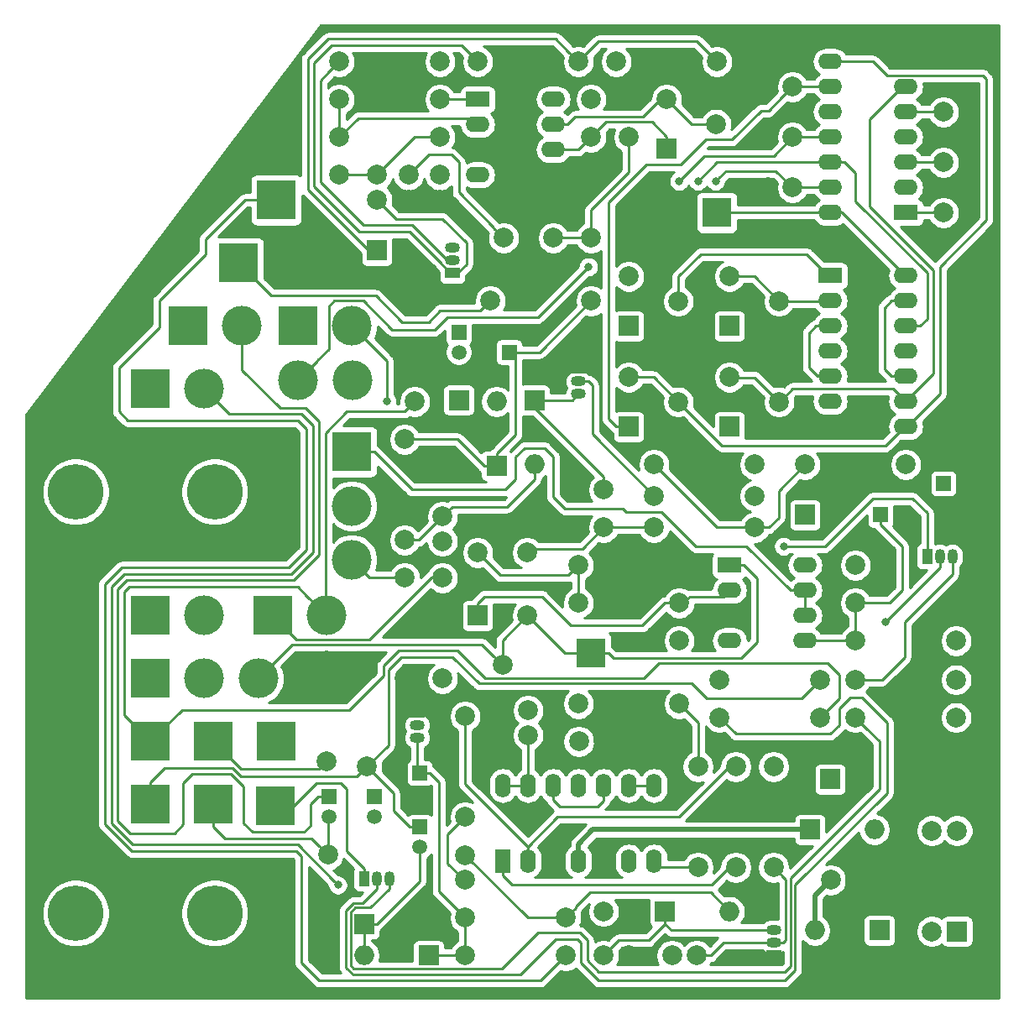
<source format=gtl>
%TF.GenerationSoftware,KiCad,Pcbnew,5.1.5+dfsg1-2build2*%
%TF.CreationDate,2021-06-07T13:35:25+02:00*%
%TF.ProjectId,Drum_H_v2,4472756d-5f48-45f7-9632-2e6b69636164,rev?*%
%TF.SameCoordinates,Original*%
%TF.FileFunction,Copper,L1,Top*%
%TF.FilePolarity,Positive*%
%FSLAX46Y46*%
G04 Gerber Fmt 4.6, Leading zero omitted, Abs format (unit mm)*
G04 Created by KiCad (PCBNEW 5.1.5+dfsg1-2build2) date 2021-06-07 13:35:25*
%MOMM*%
%LPD*%
G04 APERTURE LIST*
%TA.AperFunction,ComponentPad*%
%ADD10R,4.000000X4.000000*%
%TD*%
%TA.AperFunction,ComponentPad*%
%ADD11C,5.600000*%
%TD*%
%TA.AperFunction,ComponentPad*%
%ADD12C,2.000000*%
%TD*%
%TA.AperFunction,ComponentPad*%
%ADD13R,2.000000X2.000000*%
%TD*%
%TA.AperFunction,ComponentPad*%
%ADD14R,1.050000X1.500000*%
%TD*%
%TA.AperFunction,ComponentPad*%
%ADD15O,1.050000X1.500000*%
%TD*%
%TA.AperFunction,ComponentPad*%
%ADD16R,1.500000X1.050000*%
%TD*%
%TA.AperFunction,ComponentPad*%
%ADD17O,1.500000X1.050000*%
%TD*%
%TA.AperFunction,ComponentPad*%
%ADD18C,1.500000*%
%TD*%
%TA.AperFunction,ComponentPad*%
%ADD19R,1.500000X1.500000*%
%TD*%
%TA.AperFunction,ComponentPad*%
%ADD20C,4.000000*%
%TD*%
%TA.AperFunction,ComponentPad*%
%ADD21O,2.400000X1.600000*%
%TD*%
%TA.AperFunction,ComponentPad*%
%ADD22R,2.400000X1.600000*%
%TD*%
%TA.AperFunction,ComponentPad*%
%ADD23O,1.600000X2.400000*%
%TD*%
%TA.AperFunction,ComponentPad*%
%ADD24R,1.600000X2.400000*%
%TD*%
%TA.AperFunction,Conductor*%
%ADD25R,3.000000X3.000000*%
%TD*%
%TA.AperFunction,ComponentPad*%
%ADD26O,2.000000X2.000000*%
%TD*%
%TA.AperFunction,ViaPad*%
%ADD27C,0.800000*%
%TD*%
%TA.AperFunction,Conductor*%
%ADD28C,0.250000*%
%TD*%
%TA.AperFunction,Conductor*%
%ADD29C,0.500000*%
%TD*%
%TA.AperFunction,Conductor*%
%ADD30C,0.254000*%
%TD*%
G04 APERTURE END LIST*
D10*
%TO.P,REF\002A\002A,1*%
%TO.N,GND*%
X154483000Y-119638000D03*
%TD*%
%TO.P,REF\002A\002A,1*%
%TO.N,GND*%
X154483000Y-100638000D03*
%TD*%
D11*
%TO.P,REF\002A\002A,1*%
%TO.N,N/C*%
X156000000Y-88000000D03*
%TD*%
%TO.P,REF\002A\002A,1*%
%TO.N,N/C*%
X156000000Y-130500000D03*
%TD*%
%TO.P,REF\002A\002A,1*%
%TO.N,N/C*%
X170000000Y-130500000D03*
%TD*%
%TO.P,REF\002A\002A,1*%
%TO.N,N/C*%
X170000000Y-88000000D03*
%TD*%
D12*
%TO.P,R28,2*%
%TO.N,Net-(R22-Pad1)*%
X218745000Y-115730000D03*
%TO.P,R28,1*%
%TO.N,Net-(R28-Pad1)*%
X218745000Y-125890000D03*
%TD*%
%TO.P,R30,2*%
%TO.N,GND*%
X181407000Y-134780000D03*
%TO.P,R30,1*%
%TO.N,Net-(C34-Pad2)*%
X181407000Y-124620000D03*
%TD*%
%TO.P,R14,2*%
%TO.N,GND*%
X185344000Y-105570000D03*
%TO.P,R14,1*%
%TO.N,OH_Trigg*%
X185344000Y-115730000D03*
%TD*%
%TO.P,R35,2*%
%TO.N,+12V*%
X244780000Y-110777000D03*
%TO.P,R35,1*%
%TO.N,Net-(Q6-Pad3)*%
X234620000Y-110777000D03*
%TD*%
%TO.P,R34,2*%
%TO.N,CH_Trigg*%
X231064000Y-110777000D03*
%TO.P,R34,1*%
%TO.N,Net-(Q6-Pad2)*%
X220904000Y-110777000D03*
%TD*%
%TO.P,R33,2*%
%TO.N,+12V*%
X244780000Y-106967000D03*
%TO.P,R33,1*%
%TO.N,Net-(Q5-Pad3)*%
X234620000Y-106967000D03*
%TD*%
%TO.P,R32,2*%
%TO.N,OH_Trigg*%
X231064000Y-106967000D03*
%TO.P,R32,1*%
%TO.N,Net-(Q5-Pad2)*%
X220904000Y-106967000D03*
%TD*%
%TO.P,R29,2*%
%TO.N,GND*%
X189154000Y-106840000D03*
%TO.P,R29,1*%
%TO.N,Net-(R29-Pad1)*%
X189154000Y-96680000D03*
%TD*%
%TO.P,R24,2*%
%TO.N,GND*%
X244780000Y-99220000D03*
%TO.P,R24,1*%
%TO.N,Net-(C26-Pad1)*%
X234620000Y-99220000D03*
%TD*%
%TO.P,R12,2*%
%TO.N,Net-(C12-Pad1)*%
X206680000Y-95410000D03*
%TO.P,R12,1*%
%TO.N,GND*%
X216840000Y-95410000D03*
%TD*%
%TO.P,R8,2*%
%TO.N,Net-(R7-Pad1)*%
X229540000Y-85250000D03*
%TO.P,R8,1*%
%TO.N,Net-(R8-Pad1)*%
X239700000Y-85250000D03*
%TD*%
%TO.P,R13,2*%
%TO.N,Net-(C12-Pad1)*%
X206680000Y-99220000D03*
%TO.P,R13,1*%
%TO.N,Net-(R13-Pad1)*%
X216840000Y-99220000D03*
%TD*%
%TO.P,R9,2*%
%TO.N,Net-(R7-Pad1)*%
X224460000Y-91600000D03*
%TO.P,R9,1*%
%TO.N,Net-(C11-Pad1)*%
X214300000Y-91600000D03*
%TD*%
%TO.P,R23,2*%
%TO.N,Net-(C26-Pad1)*%
X234620000Y-103030000D03*
%TO.P,R23,1*%
%TO.N,+12V*%
X244780000Y-103030000D03*
%TD*%
%TO.P,R7,2*%
%TO.N,Net-(R7-Pad2)*%
X224460000Y-85250000D03*
%TO.P,R7,1*%
%TO.N,Net-(R7-Pad1)*%
X214300000Y-85250000D03*
%TD*%
%TO.P,R18,2*%
%TO.N,Net-(C16-Pad1)*%
X207950000Y-68740000D03*
%TO.P,R18,1*%
%TO.N,Net-(R18-Pad1)*%
X197790000Y-68740000D03*
%TD*%
%TO.P,R15,2*%
%TO.N,GND*%
X190170000Y-68740000D03*
%TO.P,R15,1*%
%TO.N,CH_Trigg*%
X190170000Y-78900000D03*
%TD*%
%TO.P,R20,2*%
%TO.N,Net-(C18-Pad2)*%
X189154000Y-92870000D03*
%TO.P,R20,1*%
%TO.N,Net-(C16-Pad1)*%
X189154000Y-82710000D03*
%TD*%
%TO.P,R26,2*%
%TO.N,Net-(C28-Pad2)*%
X214300000Y-88425000D03*
%TO.P,R26,1*%
%TO.N,+12V*%
X224460000Y-88425000D03*
%TD*%
%TO.P,R31,2*%
%TO.N,GND*%
X181280000Y-105062000D03*
%TO.P,R31,1*%
%TO.N,Net-(C35-Pad2)*%
X181280000Y-115222000D03*
%TD*%
%TO.P,R22,2*%
%TO.N,Net-(C18-Pad1)*%
X206680000Y-109380000D03*
%TO.P,R22,1*%
%TO.N,Net-(R22-Pad1)*%
X216840000Y-109380000D03*
%TD*%
%TO.P,R16,2*%
%TO.N,Net-(R16-Pad2)*%
X192964000Y-96680000D03*
%TO.P,R16,1*%
%TO.N,Net-(Q2-Pad2)*%
X192964000Y-106840000D03*
%TD*%
%TO.P,R3,2*%
%TO.N,Net-(Q1-Pad2)*%
X182550000Y-44610000D03*
%TO.P,R3,1*%
%TO.N,-12V*%
X192710000Y-44610000D03*
%TD*%
%TO.P,R10,2*%
%TO.N,Net-(C10-Pad1)*%
X211760000Y-52230000D03*
%TO.P,R10,1*%
%TO.N,GND*%
X211760000Y-62390000D03*
%TD*%
%TO.P,R4,2*%
%TO.N,Net-(C6-Pad1)*%
X182550000Y-56040000D03*
%TO.P,R4,1*%
%TO.N,GND*%
X182550000Y-66200000D03*
%TD*%
%TO.P,R11,2*%
%TO.N,Net-(C10-Pad1)*%
X207950000Y-62390000D03*
%TO.P,R11,1*%
%TO.N,Net-(R11-Pad1)*%
X207950000Y-52230000D03*
%TD*%
%TO.P,R5,2*%
%TO.N,Net-(C6-Pad1)*%
X192710000Y-52230000D03*
%TO.P,R5,1*%
%TO.N,Net-(R5-Pad1)*%
X182550000Y-52230000D03*
%TD*%
%TO.P,R2,2*%
%TO.N,Net-(C1-Pad1)*%
X206680000Y-44610000D03*
%TO.P,R2,1*%
%TO.N,Net-(C6-Pad2)*%
X196520000Y-44610000D03*
%TD*%
%TO.P,R17,2*%
%TO.N,Net-(C15-Pad1)*%
X195250000Y-134780000D03*
%TO.P,R17,1*%
%TO.N,Net-(R17-Pad1)*%
X205410000Y-134780000D03*
%TD*%
%TO.P,R1,2*%
%TO.N,Net-(C1-Pad1)*%
X220650000Y-44610000D03*
%TO.P,R1,1*%
%TO.N,+12V*%
X210490000Y-44610000D03*
%TD*%
%TO.P,R6,2*%
%TO.N,Net-(R5-Pad1)*%
X182550000Y-48420000D03*
%TO.P,R6,1*%
%TO.N,Net-(R6-Pad1)*%
X192710000Y-48420000D03*
%TD*%
%TO.P,R19,2*%
%TO.N,Net-(C17-Pad2)*%
X205410000Y-130970000D03*
%TO.P,R19,1*%
%TO.N,Net-(C15-Pad1)*%
X195250000Y-130970000D03*
%TD*%
%TO.P,R25,2*%
%TO.N,Net-(C27-Pad1)*%
X226365000Y-125890000D03*
%TO.P,R25,1*%
%TO.N,+12V*%
X226365000Y-115730000D03*
%TD*%
%TO.P,R21,2*%
%TO.N,Net-(C17-Pad1)*%
X195250000Y-120810000D03*
%TO.P,R21,1*%
%TO.N,Net-(R21-Pad1)*%
X195250000Y-110650000D03*
%TD*%
%TO.P,R27,2*%
%TO.N,Net-(R21-Pad1)*%
X222555000Y-115730000D03*
%TO.P,R27,1*%
%TO.N,Net-(R27-Pad1)*%
X222555000Y-125890000D03*
%TD*%
%TO.P,RV8,2*%
%TO.N,Metal*%
X199020000Y-105490000D03*
D13*
%TO.P,RV8,1*%
%TO.N,Net-(R13-Pad1)*%
X196520000Y-100490000D03*
D12*
%TO.P,RV8,3*%
%TO.N,Metal*%
X201520000Y-100490000D03*
%TD*%
D10*
%TO.P,REF\002A\002A,1*%
%TO.N,GND*%
X154483000Y-109888000D03*
%TD*%
%TO.P,CH_LED,2*%
%TO.N,Net-(D10-Pad2)*%
X176073000Y-119667000D03*
%TD*%
%TO.P,OH_LED,1*%
%TO.N,Net-(D9-Pad2)*%
X176200000Y-113190000D03*
%TD*%
D14*
%TO.P,Q5,1*%
%TO.N,Net-(D9-Pad2)*%
X241859000Y-94521000D03*
D15*
%TO.P,Q5,3*%
%TO.N,Net-(Q5-Pad3)*%
X244399000Y-94521000D03*
%TO.P,Q5,2*%
%TO.N,Net-(Q5-Pad2)*%
X243129000Y-94521000D03*
%TD*%
D10*
%TO.P,J4,2*%
%TO.N,Net-(C34-Pad2)*%
X169850000Y-119540000D03*
%TD*%
%TO.P,J5,2*%
%TO.N,Net-(C35-Pad2)*%
X169850000Y-113190000D03*
%TD*%
D14*
%TO.P,Q6,1*%
%TO.N,Net-(D10-Pad2)*%
X185090000Y-127033000D03*
D15*
%TO.P,Q6,3*%
%TO.N,Net-(Q6-Pad3)*%
X187630000Y-127033000D03*
%TO.P,Q6,2*%
%TO.N,Net-(Q6-Pad2)*%
X186360000Y-127033000D03*
%TD*%
D16*
%TO.P,Q4,1*%
%TO.N,GND*%
X206680000Y-75598000D03*
D17*
%TO.P,Q4,3*%
%TO.N,Net-(C20-Pad1)*%
X206680000Y-78138000D03*
%TO.P,Q4,2*%
%TO.N,Net-(C28-Pad2)*%
X206680000Y-76868000D03*
%TD*%
D16*
%TO.P,Q3,1*%
%TO.N,GND*%
X226365000Y-134780000D03*
D17*
%TO.P,Q3,3*%
%TO.N,Net-(C19-Pad1)*%
X226365000Y-132240000D03*
%TO.P,Q3,2*%
%TO.N,Net-(C27-Pad1)*%
X226365000Y-133510000D03*
%TD*%
D16*
%TO.P,Q1,1*%
%TO.N,Net-(C6-Pad2)*%
X193980000Y-65946000D03*
D17*
%TO.P,Q1,3*%
%TO.N,Net-(Q1-Pad3)*%
X193980000Y-63406000D03*
%TO.P,Q1,2*%
%TO.N,Net-(Q1-Pad2)*%
X193980000Y-64676000D03*
%TD*%
D18*
%TO.P,C34,2*%
%TO.N,Net-(C34-Pad2)*%
X181534000Y-120778000D03*
D19*
%TO.P,C34,1*%
%TO.N,Net-(C34-Pad1)*%
X181534000Y-118778000D03*
%TD*%
D18*
%TO.P,C13,2*%
%TO.N,Net-(C13-Pad2)*%
X190678000Y-123826000D03*
D19*
%TO.P,C13,1*%
%TO.N,OH_Trigg*%
X190678000Y-121826000D03*
%TD*%
D20*
%TO.P,10k,3*%
%TO.N,Net-(C10-Pad2)*%
X168945000Y-100490000D03*
D10*
%TO.P,10k,1*%
%TO.N,Net-(R6-Pad1)*%
X163500000Y-100490000D03*
%TD*%
D21*
%TO.P,U4,8*%
%TO.N,+12V*%
X229540000Y-95410000D03*
%TO.P,U4,4*%
%TO.N,-12V*%
X221920000Y-103030000D03*
%TO.P,U4,7*%
%TO.N,Net-(RV14-Pad1)*%
X229540000Y-97950000D03*
%TO.P,U4,3*%
%TO.N,GND*%
X221920000Y-100490000D03*
%TO.P,U4,6*%
%TO.N,Net-(RV14-Pad1)*%
X229540000Y-100490000D03*
%TO.P,U4,2*%
%TO.N,Net-(R13-Pad1)*%
X221920000Y-97950000D03*
%TO.P,U4,5*%
%TO.N,Net-(C26-Pad1)*%
X229540000Y-103030000D03*
D22*
%TO.P,U4,1*%
%TO.N,Metal*%
X221920000Y-95410000D03*
%TD*%
D21*
%TO.P,U2,14*%
%TO.N,Net-(C33-Pad1)*%
X239700000Y-66200000D03*
%TO.P,U2,7*%
%TO.N,GND*%
X232080000Y-81440000D03*
%TO.P,U2,13*%
%TO.N,Net-(U2-Pad10)*%
X239700000Y-68740000D03*
%TO.P,U2,6*%
%TO.N,Net-(RV5-Pad2)*%
X232080000Y-78900000D03*
%TO.P,U2,12*%
%TO.N,Net-(RV5-Pad4)*%
X239700000Y-71280000D03*
%TO.P,U2,5*%
%TO.N,Net-(U2-Pad3)*%
X232080000Y-76360000D03*
%TO.P,U2,11*%
%TO.N,Net-(R8-Pad1)*%
X239700000Y-73820000D03*
%TO.P,U2,4*%
%TO.N,Net-(R7-Pad2)*%
X232080000Y-73820000D03*
%TO.P,U2,10*%
%TO.N,Net-(U2-Pad10)*%
X239700000Y-76360000D03*
%TO.P,U2,3*%
%TO.N,Net-(U2-Pad3)*%
X232080000Y-71280000D03*
%TO.P,U2,9*%
%TO.N,Net-(RV3-Pad2)*%
X239700000Y-78900000D03*
%TO.P,U2,2*%
%TO.N,Net-(RV2-Pad2)*%
X232080000Y-68740000D03*
%TO.P,U2,8*%
%TO.N,Net-(RV4-Pad2)*%
X239700000Y-81440000D03*
D22*
%TO.P,U2,1*%
%TO.N,Net-(RV1-Pad2)*%
X232080000Y-66200000D03*
%TD*%
D21*
%TO.P,U1,14*%
%TO.N,Net-(C33-Pad1)*%
X232080000Y-59850000D03*
%TO.P,U1,7*%
%TO.N,GND*%
X239700000Y-44610000D03*
%TO.P,U1,13*%
%TO.N,Net-(C8-Pad1)*%
X232080000Y-57310000D03*
%TO.P,U1,6*%
%TO.N,Net-(RV3-Pad2)*%
X239700000Y-47150000D03*
%TO.P,U1,12*%
%TO.N,Net-(RV5-Pad4)*%
X232080000Y-54770000D03*
%TO.P,U1,5*%
%TO.N,Net-(C4-Pad1)*%
X239700000Y-49690000D03*
%TO.P,U1,11*%
%TO.N,Net-(C7-Pad1)*%
X232080000Y-52230000D03*
%TO.P,U1,4*%
%TO.N,Net-(RV2-Pad2)*%
X239700000Y-52230000D03*
%TO.P,U1,10*%
%TO.N,Net-(RV5-Pad2)*%
X232080000Y-49690000D03*
%TO.P,U1,3*%
%TO.N,Net-(C3-Pad1)*%
X239700000Y-54770000D03*
%TO.P,U1,9*%
%TO.N,Net-(C5-Pad1)*%
X232080000Y-47150000D03*
%TO.P,U1,2*%
%TO.N,Net-(RV1-Pad2)*%
X239700000Y-57310000D03*
%TO.P,U1,8*%
%TO.N,Net-(RV4-Pad2)*%
X232080000Y-44610000D03*
D22*
%TO.P,U1,1*%
%TO.N,Net-(C2-Pad1)*%
X239700000Y-59850000D03*
%TD*%
D21*
%TO.P,U3,8*%
%TO.N,+12V*%
X204140000Y-48420000D03*
%TO.P,U3,4*%
%TO.N,-12V*%
X196520000Y-56040000D03*
%TO.P,U3,7*%
%TO.N,White_Noise*%
X204140000Y-50960000D03*
%TO.P,U3,3*%
%TO.N,GND*%
X196520000Y-53500000D03*
%TO.P,U3,6*%
%TO.N,Net-(R11-Pad1)*%
X204140000Y-53500000D03*
%TO.P,U3,2*%
%TO.N,Net-(R5-Pad1)*%
X196520000Y-50960000D03*
%TO.P,U3,5*%
%TO.N,GND*%
X204140000Y-56040000D03*
D22*
%TO.P,U3,1*%
%TO.N,Net-(R6-Pad1)*%
X196520000Y-48420000D03*
%TD*%
D23*
%TO.P,U5,14*%
%TO.N,Mix_2*%
X199060000Y-117635000D03*
%TO.P,U5,7*%
%TO.N,Net-(R28-Pad1)*%
X214300000Y-125255000D03*
%TO.P,U5,13*%
%TO.N,Mix_2*%
X201600000Y-117635000D03*
%TO.P,U5,6*%
%TO.N,Net-(R22-Pad1)*%
X211760000Y-125255000D03*
%TO.P,U5,12*%
%TO.N,Net-(RV9-Pad2)*%
X204140000Y-117635000D03*
%TO.P,U5,5*%
%TO.N,GND*%
X209220000Y-125255000D03*
%TO.P,U5,11*%
%TO.N,-12V*%
X206680000Y-117635000D03*
%TO.P,U5,4*%
%TO.N,+12V*%
X206680000Y-125255000D03*
%TO.P,U5,10*%
%TO.N,Net-(RV9-Pad2)*%
X209220000Y-117635000D03*
%TO.P,U5,3*%
%TO.N,GND*%
X204140000Y-125255000D03*
%TO.P,U5,9*%
%TO.N,Mix_1*%
X211760000Y-117635000D03*
%TO.P,U5,2*%
%TO.N,Net-(R21-Pad1)*%
X201600000Y-125255000D03*
%TO.P,U5,8*%
%TO.N,Mix_1*%
X214300000Y-117635000D03*
D24*
%TO.P,U5,1*%
%TO.N,Net-(R27-Pad1)*%
X199060000Y-125255000D03*
%TD*%
D25*
%TO.N,GND*%
%TO.C,TP2*%
X233350000Y-137320000D03*
%TD*%
%TO.N,Net-(C33-Pad1)*%
%TO.C,TP3*%
X220650000Y-59850000D03*
%TD*%
%TO.N,Metal*%
%TO.C,TP1*%
X207950000Y-104300000D03*
%TD*%
D20*
%TO.P,SW1,2*%
%TO.N,CH_Trigg*%
X181280000Y-100490000D03*
D10*
%TO.P,SW1,1*%
%TO.N,Net-(R16-Pad2)*%
X175835000Y-100490000D03*
%TD*%
D12*
%TO.P,RV4,2*%
%TO.N,Net-(RV4-Pad2)*%
X216760000Y-78940000D03*
D13*
%TO.P,RV4,1*%
%TO.N,Net-(C5-Pad1)*%
X211760000Y-81440000D03*
D12*
%TO.P,RV4,3*%
%TO.N,Net-(RV4-Pad2)*%
X211760000Y-76440000D03*
%TD*%
%TO.P,RV3,2*%
%TO.N,Net-(RV3-Pad2)*%
X226920000Y-78940000D03*
D13*
%TO.P,RV3,1*%
%TO.N,Net-(C4-Pad1)*%
X221920000Y-81440000D03*
D12*
%TO.P,RV3,3*%
%TO.N,Net-(RV3-Pad2)*%
X221920000Y-76440000D03*
%TD*%
D20*
%TO.P,10k,3*%
%TO.N,Net-(R29-Pad1)*%
X183820000Y-94870000D03*
%TO.P,10k,2*%
%TO.N,Net-(C33-Pad1)*%
X183820000Y-89425000D03*
D10*
%TO.P,10k,1*%
%TO.N,Net-(RV14-Pad1)*%
X183820000Y-83980000D03*
%TD*%
D20*
%TO.P,100k,3*%
%TO.N,Metal*%
X174390000Y-106840000D03*
%TO.P,100k,2*%
%TO.N,Net-(RV9-Pad2)*%
X168945000Y-106840000D03*
D10*
%TO.P,100k,1*%
%TO.N,White_Noise*%
X163500000Y-106840000D03*
%TD*%
D20*
%TO.P,100k,5*%
%TO.N,Net-(RV5-Pad4)*%
X183875000Y-76780000D03*
%TO.P,100k,6*%
%TO.N,Net-(C8-Pad1)*%
X178375000Y-76780000D03*
%TO.P,100k,2*%
%TO.N,Net-(RV5-Pad2)*%
X183820000Y-71280000D03*
D10*
%TO.P,100k,1*%
%TO.N,Net-(C7-Pad1)*%
X178375000Y-71280000D03*
%TD*%
D12*
%TO.P,RV2,2*%
%TO.N,Net-(RV2-Pad2)*%
X226920000Y-68780000D03*
D13*
%TO.P,RV2,1*%
%TO.N,Net-(C3-Pad1)*%
X221920000Y-71280000D03*
D12*
%TO.P,RV2,3*%
%TO.N,Net-(RV2-Pad2)*%
X221920000Y-66280000D03*
%TD*%
%TO.P,RV1,2*%
%TO.N,Net-(RV1-Pad2)*%
X216760000Y-68780000D03*
D13*
%TO.P,RV1,1*%
%TO.N,Net-(C2-Pad1)*%
X211760000Y-71280000D03*
D12*
%TO.P,RV1,3*%
%TO.N,Net-(RV1-Pad2)*%
X211760000Y-66280000D03*
%TD*%
D10*
%TO.P,100k,1*%
%TO.N,Net-(R18-Pad1)*%
X172390000Y-64930000D03*
%TD*%
D20*
%TO.P,100k,2*%
%TO.N,Net-(C35-Pad1)*%
X168945000Y-77630000D03*
D10*
%TO.P,100k,1*%
%TO.N,Net-(R28-Pad1)*%
X163500000Y-77630000D03*
%TD*%
%TO.P,OH Dec,1*%
%TO.N,Net-(R17-Pad1)*%
X176200000Y-58580000D03*
%TD*%
D12*
%TO.P,RV7,2*%
%TO.N,White_Noise*%
X220570000Y-50920000D03*
D13*
%TO.P,RV7,1*%
%TO.N,Net-(R11-Pad1)*%
X215570000Y-53420000D03*
D12*
%TO.P,RV7,3*%
%TO.N,White_Noise*%
X215570000Y-48420000D03*
%TD*%
D20*
%TO.P,100k,2*%
%TO.N,Net-(C34-Pad1)*%
X172755000Y-71280000D03*
D10*
%TO.P,100k,1*%
%TO.N,Net-(R27-Pad1)*%
X167310000Y-71280000D03*
%TD*%
D16*
%TO.P,Q2,1*%
%TO.N,GND*%
X190424000Y-110269000D03*
D17*
%TO.P,Q2,3*%
%TO.N,Net-(C15-Pad1)*%
X190424000Y-112809000D03*
%TO.P,Q2,2*%
%TO.N,Net-(Q2-Pad2)*%
X190424000Y-111539000D03*
%TD*%
D12*
%TO.P,J3,10*%
%TO.N,Net-(D7-Pad2)*%
X242340000Y-122180000D03*
%TO.P,J3,9*%
X244880000Y-122180000D03*
%TO.P,J3,8*%
%TO.N,GND*%
X242340000Y-124720000D03*
%TO.P,J3,7*%
X244880000Y-124720000D03*
%TO.P,J3,6*%
X242340000Y-127260000D03*
%TO.P,J3,5*%
X244880000Y-127260000D03*
%TO.P,J3,4*%
X242340000Y-129800000D03*
%TO.P,J3,3*%
X244880000Y-129800000D03*
%TO.P,J3,2*%
%TO.N,Net-(D8-Pad1)*%
X242340000Y-132340000D03*
D13*
%TO.P,J3,1*%
X244880000Y-132340000D03*
%TD*%
D10*
%TO.P,J2,1*%
%TO.N,CH_Trigg*%
X163500000Y-113190000D03*
%TD*%
%TO.P,J1,1*%
%TO.N,OH_Trigg*%
X163500000Y-119540000D03*
%TD*%
D26*
%TO.P,D8,2*%
%TO.N,-12V*%
X230541000Y-132240000D03*
D13*
%TO.P,D8,1*%
%TO.N,Net-(D8-Pad1)*%
X237041000Y-132240000D03*
%TD*%
D26*
%TO.P,D7,2*%
%TO.N,Net-(D7-Pad2)*%
X236540000Y-122080000D03*
D13*
%TO.P,D7,1*%
%TO.N,+12V*%
X230040000Y-122080000D03*
%TD*%
D26*
%TO.P,D2,2*%
%TO.N,GND*%
X194615000Y-85250000D03*
D13*
%TO.P,D2,1*%
%TO.N,Net-(C14-Pad2)*%
X194615000Y-78750000D03*
%TD*%
D26*
%TO.P,D6,2*%
%TO.N,Net-(C18-Pad2)*%
X202235000Y-85250000D03*
D13*
%TO.P,D6,1*%
%TO.N,Net-(C20-Pad1)*%
X202235000Y-78750000D03*
%TD*%
D26*
%TO.P,D4,2*%
%TO.N,Net-(C14-Pad2)*%
X198425000Y-78900000D03*
D13*
%TO.P,D4,1*%
%TO.N,Net-(C16-Pad1)*%
X198425000Y-85400000D03*
%TD*%
D26*
%TO.P,D1,2*%
%TO.N,GND*%
X191590000Y-131605000D03*
D13*
%TO.P,D1,1*%
%TO.N,Net-(C13-Pad2)*%
X185090000Y-131605000D03*
%TD*%
%TO.P,D5,1*%
%TO.N,Net-(C19-Pad1)*%
X215420000Y-130335000D03*
D26*
%TO.P,D5,2*%
%TO.N,Net-(C17-Pad2)*%
X221920000Y-130335000D03*
%TD*%
%TO.P,D3,2*%
%TO.N,Net-(C13-Pad2)*%
X185075000Y-134780000D03*
D13*
%TO.P,D3,1*%
%TO.N,Net-(C15-Pad1)*%
X191575000Y-134780000D03*
%TD*%
D12*
%TO.P,C32,2*%
%TO.N,-12V*%
X206720000Y-113190000D03*
%TO.P,C32,1*%
%TO.N,GND*%
X209220000Y-113190000D03*
%TD*%
%TO.P,C30,2*%
%TO.N,-12V*%
X216840000Y-103030000D03*
%TO.P,C30,1*%
%TO.N,GND*%
X214340000Y-103030000D03*
%TD*%
%TO.P,C25,2*%
%TO.N,-12V*%
X192710000Y-56040000D03*
%TO.P,C25,1*%
%TO.N,GND*%
X192710000Y-58540000D03*
%TD*%
%TO.P,C23,2*%
%TO.N,-12V*%
X232120000Y-127160000D03*
D13*
%TO.P,C23,1*%
%TO.N,GND*%
X234620000Y-127160000D03*
%TD*%
D12*
%TO.P,C31,2*%
%TO.N,GND*%
X211720000Y-130335000D03*
%TO.P,C31,1*%
%TO.N,+12V*%
X209220000Y-130335000D03*
%TD*%
%TO.P,C29,2*%
%TO.N,GND*%
X237120000Y-95410000D03*
%TO.P,C29,1*%
%TO.N,+12V*%
X234620000Y-95410000D03*
%TD*%
%TO.P,C24,2*%
%TO.N,GND*%
X210450000Y-48420000D03*
%TO.P,C24,1*%
%TO.N,+12V*%
X207950000Y-48420000D03*
%TD*%
%TO.P,C22,2*%
%TO.N,GND*%
X234580000Y-117000000D03*
D13*
%TO.P,C22,1*%
%TO.N,+12V*%
X232080000Y-117000000D03*
%TD*%
D12*
%TO.P,C5,2*%
%TO.N,GND*%
X225770000Y-47150000D03*
%TO.P,C5,1*%
%TO.N,Net-(C5-Pad1)*%
X228270000Y-47150000D03*
%TD*%
%TO.P,C4,2*%
%TO.N,GND*%
X246010000Y-49690000D03*
%TO.P,C4,1*%
%TO.N,Net-(C4-Pad1)*%
X243510000Y-49690000D03*
%TD*%
%TO.P,C8,2*%
%TO.N,GND*%
X225770000Y-57310000D03*
%TO.P,C8,1*%
%TO.N,Net-(C8-Pad1)*%
X228270000Y-57310000D03*
%TD*%
D18*
%TO.P,C33,2*%
%TO.N,GND*%
X245510000Y-87155000D03*
D19*
%TO.P,C33,1*%
%TO.N,Net-(C33-Pad1)*%
X243510000Y-87155000D03*
%TD*%
D18*
%TO.P,C26,2*%
%TO.N,GND*%
X239160000Y-90330000D03*
D19*
%TO.P,C26,1*%
%TO.N,Net-(C26-Pad1)*%
X237160000Y-90330000D03*
%TD*%
D12*
%TO.P,C11,2*%
%TO.N,GND*%
X206720000Y-91600000D03*
%TO.P,C11,1*%
%TO.N,Net-(C11-Pad1)*%
X209220000Y-91600000D03*
%TD*%
%TO.P,C21,2*%
%TO.N,GND*%
X232040000Y-90330000D03*
D13*
%TO.P,C21,1*%
%TO.N,+12V*%
X229540000Y-90330000D03*
%TD*%
D12*
%TO.P,C12,2*%
%TO.N,Net-(C11-Pad1)*%
X201520000Y-94140000D03*
%TO.P,C12,1*%
%TO.N,Net-(C12-Pad1)*%
X196520000Y-94140000D03*
%TD*%
%TO.P,C3,2*%
%TO.N,GND*%
X246010000Y-54770000D03*
%TO.P,C3,1*%
%TO.N,Net-(C3-Pad1)*%
X243510000Y-54770000D03*
%TD*%
%TO.P,C7,2*%
%TO.N,GND*%
X225770000Y-52230000D03*
%TO.P,C7,1*%
%TO.N,Net-(C7-Pad1)*%
X228270000Y-52230000D03*
%TD*%
%TO.P,C2,2*%
%TO.N,GND*%
X246010000Y-59850000D03*
%TO.P,C2,1*%
%TO.N,Net-(C2-Pad1)*%
X243510000Y-59850000D03*
%TD*%
%TO.P,C28,2*%
%TO.N,Net-(C28-Pad2)*%
X201600000Y-110055000D03*
%TO.P,C28,1*%
%TO.N,Mix_2*%
X201600000Y-112555000D03*
%TD*%
%TO.P,C20,2*%
%TO.N,GND*%
X206720000Y-87790000D03*
%TO.P,C20,1*%
%TO.N,Net-(C20-Pad1)*%
X209220000Y-87790000D03*
%TD*%
D18*
%TO.P,C16,2*%
%TO.N,GND*%
X199695000Y-71915000D03*
D19*
%TO.P,C16,1*%
%TO.N,Net-(C16-Pad1)*%
X199695000Y-73915000D03*
%TD*%
D18*
%TO.P,C14,2*%
%TO.N,Net-(C14-Pad2)*%
X194615000Y-73915000D03*
D19*
%TO.P,C14,1*%
%TO.N,CH_Trigg*%
X194615000Y-71915000D03*
%TD*%
D18*
%TO.P,C35,2*%
%TO.N,Net-(C35-Pad2)*%
X186106000Y-120778000D03*
D19*
%TO.P,C35,1*%
%TO.N,Net-(C35-Pad1)*%
X186106000Y-118778000D03*
%TD*%
D12*
%TO.P,C18,2*%
%TO.N,Net-(C18-Pad2)*%
X192964000Y-90497000D03*
%TO.P,C18,1*%
%TO.N,Net-(C18-Pad1)*%
X192964000Y-92997000D03*
%TD*%
%TO.P,C9,2*%
%TO.N,GND*%
X189535000Y-58540000D03*
%TO.P,C9,1*%
%TO.N,Net-(C10-Pad2)*%
X189535000Y-56040000D03*
%TD*%
%TO.P,C1,2*%
%TO.N,GND*%
X188860000Y-63660000D03*
D13*
%TO.P,C1,1*%
%TO.N,Net-(C1-Pad1)*%
X186360000Y-63660000D03*
%TD*%
D12*
%TO.P,C10,2*%
%TO.N,Net-(C10-Pad2)*%
X199140000Y-62390000D03*
%TO.P,C10,1*%
%TO.N,Net-(C10-Pad1)*%
X204140000Y-62390000D03*
%TD*%
%TO.P,C6,2*%
%TO.N,Net-(C6-Pad2)*%
X186360000Y-58540000D03*
%TO.P,C6,1*%
%TO.N,Net-(C6-Pad1)*%
X186360000Y-56040000D03*
%TD*%
%TO.P,C27,2*%
%TO.N,Mix_1*%
X216118000Y-134780000D03*
%TO.P,C27,1*%
%TO.N,Net-(C27-Pad1)*%
X218618000Y-134780000D03*
%TD*%
%TO.P,C19,1*%
%TO.N,Net-(C19-Pad1)*%
X209220000Y-134780000D03*
%TO.P,C19,2*%
%TO.N,GND*%
X211720000Y-134780000D03*
%TD*%
D18*
%TO.P,C15,2*%
%TO.N,GND*%
X190678000Y-118365000D03*
D19*
%TO.P,C15,1*%
%TO.N,Net-(C15-Pad1)*%
X190678000Y-116365000D03*
%TD*%
D12*
%TO.P,C17,2*%
%TO.N,Net-(C17-Pad2)*%
X195250000Y-124660000D03*
%TO.P,C17,1*%
%TO.N,Net-(C17-Pad1)*%
X195250000Y-127160000D03*
%TD*%
D27*
%TO.N,Net-(C7-Pad1)*%
X216840000Y-56675000D03*
%TO.N,Net-(C8-Pad1)*%
X207696000Y-65311000D03*
X220523000Y-56675006D03*
%TO.N,Net-(C35-Pad1)*%
X182423004Y-127668000D03*
%TO.N,Net-(RV5-Pad4)*%
X218745000Y-56675000D03*
%TO.N,Net-(RV5-Pad2)*%
X187376000Y-78900000D03*
%TO.N,Net-(D9-Pad2)*%
X227381000Y-93505000D03*
%TO.N,Net-(Q5-Pad2)*%
X237668000Y-101125000D03*
%TD*%
D28*
%TO.N,Net-(C1-Pad1)*%
X218618000Y-42578000D02*
X220650000Y-44610000D01*
X208712000Y-42578000D02*
X218618000Y-42578000D01*
X206680000Y-44610000D02*
X208712000Y-42578000D01*
X205680001Y-43610001D02*
X206680000Y-44610000D01*
X204394000Y-42324000D02*
X205680001Y-43610001D01*
X181407000Y-42324000D02*
X204394000Y-42324000D01*
X179375000Y-44356000D02*
X181407000Y-42324000D01*
X179375000Y-57564000D02*
X179375000Y-44356000D01*
X185471000Y-63660000D02*
X179375000Y-57564000D01*
X186360000Y-63660000D02*
X185471000Y-63660000D01*
%TO.N,Net-(C2-Pad1)*%
X243510000Y-59850000D02*
X239700000Y-59850000D01*
%TO.N,Net-(C3-Pad1)*%
X243510000Y-54770000D02*
X239700000Y-54770000D01*
D29*
%TO.N,GND*%
X247574000Y-129954000D02*
X244880000Y-127260000D01*
X247574000Y-134399000D02*
X247574000Y-129954000D01*
X244653000Y-137320000D02*
X247574000Y-134399000D01*
X233350000Y-137320000D02*
X244653000Y-137320000D01*
D28*
%TO.N,Net-(C4-Pad1)*%
X243510000Y-49690000D02*
X239700000Y-49690000D01*
%TO.N,Net-(C5-Pad1)*%
X228270000Y-47150000D02*
X232080000Y-47150000D01*
X225857000Y-49563000D02*
X227270001Y-48149999D01*
X225095000Y-49563000D02*
X225857000Y-49563000D01*
X227270001Y-48149999D02*
X228270000Y-47150000D01*
X222174000Y-52484000D02*
X225095000Y-49563000D01*
X219507000Y-52484000D02*
X222174000Y-52484000D01*
X216967000Y-55024000D02*
X219507000Y-52484000D01*
X213538000Y-55024000D02*
X216967000Y-55024000D01*
X209728000Y-58834000D02*
X213538000Y-55024000D01*
X209728000Y-80658000D02*
X209728000Y-58834000D01*
X210510000Y-81440000D02*
X209728000Y-80658000D01*
X211760000Y-81440000D02*
X210510000Y-81440000D01*
%TO.N,Net-(C6-Pad1)*%
X182550000Y-56040000D02*
X186360000Y-56040000D01*
X190170000Y-52230000D02*
X192710000Y-52230000D01*
X186360000Y-56040000D02*
X190170000Y-52230000D01*
%TO.N,Net-(C6-Pad2)*%
X194488000Y-65946000D02*
X193980000Y-65946000D01*
X195377000Y-62898000D02*
X195377000Y-65057000D01*
X187359999Y-59579999D02*
X188265000Y-60485000D01*
X195377000Y-65057000D02*
X194488000Y-65946000D01*
X192964000Y-60485000D02*
X195377000Y-62898000D01*
X187359999Y-59539999D02*
X187359999Y-59579999D01*
X188265000Y-60485000D02*
X192964000Y-60485000D01*
X186360000Y-58540000D02*
X187359999Y-59539999D01*
X193853000Y-65946000D02*
X193980000Y-65946000D01*
X193402915Y-65526010D02*
X193433010Y-65526010D01*
X192904990Y-65028085D02*
X193402915Y-65526010D01*
X192904990Y-64997990D02*
X192904990Y-65028085D01*
X189662000Y-61755000D02*
X192904990Y-64997990D01*
X184582000Y-61755000D02*
X189662000Y-61755000D01*
X180010000Y-57183000D02*
X184582000Y-61755000D01*
X180010000Y-44737000D02*
X180010000Y-57183000D01*
X193433010Y-65526010D02*
X193853000Y-65946000D01*
X194869000Y-42959000D02*
X181788000Y-42959000D01*
X181788000Y-42959000D02*
X180010000Y-44737000D01*
X196520000Y-44610000D02*
X194869000Y-42959000D01*
%TO.N,Net-(C7-Pad1)*%
X228270000Y-52230000D02*
X232080000Y-52230000D01*
X217239999Y-56275001D02*
X216840000Y-56675000D01*
X228270000Y-52230000D02*
X226365000Y-54135000D01*
X226365000Y-54135000D02*
X219380000Y-54135000D01*
X219380000Y-54135000D02*
X217239999Y-56275001D01*
%TO.N,Net-(C8-Pad1)*%
X228270000Y-57310000D02*
X232080000Y-57310000D01*
X226600003Y-55640003D02*
X221558003Y-55640003D01*
X220922999Y-56275007D02*
X220523000Y-56675006D01*
X228270000Y-57310000D02*
X226600003Y-55640003D01*
X221558003Y-55640003D02*
X220922999Y-56275007D01*
X192202000Y-71661000D02*
X193472000Y-70391000D01*
X193472000Y-70391000D02*
X202616000Y-70391000D01*
X187884000Y-71661000D02*
X192202000Y-71661000D01*
X182042000Y-68740000D02*
X184963000Y-68740000D01*
X181494999Y-69287001D02*
X182042000Y-68740000D01*
X184963000Y-68740000D02*
X187884000Y-71661000D01*
X181494999Y-73605001D02*
X181494999Y-69287001D01*
X202616000Y-70391000D02*
X207696000Y-65311000D01*
X180374999Y-74725001D02*
X181494999Y-73605001D01*
X180374999Y-74780001D02*
X180374999Y-74725001D01*
X178375000Y-76780000D02*
X180374999Y-74780001D01*
%TO.N,Net-(C10-Pad1)*%
X207950000Y-62390000D02*
X204140000Y-62390000D01*
X211760000Y-55786000D02*
X211760000Y-52230000D01*
X207950000Y-59596000D02*
X211760000Y-55786000D01*
X207950000Y-62390000D02*
X207950000Y-59596000D01*
%TO.N,Net-(C10-Pad2)*%
X191567000Y-54008000D02*
X189535000Y-56040000D01*
X193853000Y-54008000D02*
X191567000Y-54008000D01*
X194615000Y-54770000D02*
X193853000Y-54008000D01*
X198140001Y-61343001D02*
X194615000Y-57818000D01*
X198140001Y-61390001D02*
X198140001Y-61343001D01*
X194615000Y-57818000D02*
X194615000Y-54770000D01*
X199140000Y-62390000D02*
X198140001Y-61390001D01*
%TO.N,Net-(C11-Pad1)*%
X209220000Y-91600000D02*
X214300000Y-91600000D01*
X207061000Y-93759000D02*
X209220000Y-91600000D01*
X201901000Y-93759000D02*
X207061000Y-93759000D01*
X201520000Y-94140000D02*
X201901000Y-93759000D01*
%TO.N,Net-(C12-Pad1)*%
X206680000Y-99220000D02*
X206680000Y-95410000D01*
X198789999Y-96409999D02*
X196520000Y-94140000D01*
X205680001Y-96409999D02*
X198789999Y-96409999D01*
X206680000Y-95410000D02*
X205680001Y-96409999D01*
%TO.N,Mix_2*%
X201600000Y-117635000D02*
X201600000Y-112555000D01*
X201600000Y-117635000D02*
X199060000Y-117635000D01*
%TO.N,Net-(C16-Pad1)*%
X202775000Y-73915000D02*
X207950000Y-68740000D01*
X199695000Y-73915000D02*
X202775000Y-73915000D01*
X200330000Y-74550000D02*
X199695000Y-73915000D01*
X200330000Y-82245000D02*
X200330000Y-74550000D01*
X198425000Y-84150000D02*
X200330000Y-82245000D01*
X198425000Y-85400000D02*
X198425000Y-84150000D01*
X190568213Y-82710000D02*
X189154000Y-82710000D01*
X194485000Y-82710000D02*
X190568213Y-82710000D01*
X197175000Y-85400000D02*
X194485000Y-82710000D01*
X198425000Y-85400000D02*
X197175000Y-85400000D01*
%TO.N,Net-(C17-Pad1)*%
X193472000Y-122588000D02*
X195250000Y-120810000D01*
X193472000Y-125509000D02*
X193472000Y-122588000D01*
X195123000Y-127160000D02*
X193472000Y-125509000D01*
X195250000Y-127160000D02*
X195123000Y-127160000D01*
%TO.N,Net-(C19-Pad1)*%
X213750001Y-133254999D02*
X215420000Y-131585000D01*
X210745001Y-133254999D02*
X213750001Y-133254999D01*
X209220000Y-134780000D02*
X210745001Y-133254999D01*
X216075000Y-132240000D02*
X215420000Y-131585000D01*
X215420000Y-131585000D02*
X215420000Y-130335000D01*
X226365000Y-132240000D02*
X216075000Y-132240000D01*
D29*
%TO.N,+12V*%
X208155000Y-122080000D02*
X230040000Y-122080000D01*
X206680000Y-123555000D02*
X208155000Y-122080000D01*
X206680000Y-125255000D02*
X206680000Y-123555000D01*
D28*
%TO.N,Net-(C26-Pad1)*%
X238049000Y-99220000D02*
X234620000Y-99220000D01*
X239319000Y-97950000D02*
X238049000Y-99220000D01*
X239319000Y-93489000D02*
X239319000Y-97950000D01*
X237160000Y-91330000D02*
X239319000Y-93489000D01*
X237160000Y-90330000D02*
X237160000Y-91330000D01*
X234620000Y-99220000D02*
X234620000Y-103030000D01*
X234620000Y-103030000D02*
X229540000Y-103030000D01*
D29*
%TO.N,-12V*%
X230541000Y-128739000D02*
X232120000Y-127160000D01*
X230541000Y-132240000D02*
X230541000Y-128739000D01*
D28*
%TO.N,Net-(C35-Pad1)*%
X182023005Y-127268001D02*
X182423004Y-127668000D01*
X161722000Y-123604000D02*
X178359004Y-123604000D01*
X178359004Y-123604000D02*
X182023005Y-127268001D01*
X159563000Y-97569000D02*
X159563000Y-121445000D01*
X160833000Y-96299000D02*
X159563000Y-97569000D01*
X177724000Y-96299000D02*
X160833000Y-96299000D01*
X179883000Y-81313000D02*
X179883000Y-94140000D01*
X178740000Y-80170000D02*
X179883000Y-81313000D01*
X171485000Y-80170000D02*
X178740000Y-80170000D01*
X159563000Y-121445000D02*
X161722000Y-123604000D01*
X179883000Y-94140000D02*
X177724000Y-96299000D01*
X168945000Y-77630000D02*
X171485000Y-80170000D01*
%TO.N,Mix_1*%
X214300000Y-117635000D02*
X211760000Y-117635000D01*
%TO.N,Net-(R11-Pad1)*%
X209474000Y-50706000D02*
X207950000Y-52230000D01*
X214106000Y-50706000D02*
X209474000Y-50706000D01*
X215570000Y-52170000D02*
X214106000Y-50706000D01*
X215570000Y-53420000D02*
X215570000Y-52170000D01*
X206680000Y-53500000D02*
X207950000Y-52230000D01*
X204140000Y-53500000D02*
X206680000Y-53500000D01*
%TO.N,Net-(R13-Pad1)*%
X217296411Y-99220000D02*
X216840000Y-99220000D01*
X217931411Y-98585000D02*
X217296411Y-99220000D01*
X221285000Y-98585000D02*
X217931411Y-98585000D01*
X221920000Y-97950000D02*
X221285000Y-98585000D01*
X213139787Y-101506000D02*
X215425787Y-99220000D01*
X215425787Y-99220000D02*
X216840000Y-99220000D01*
X205918000Y-101506000D02*
X213139787Y-101506000D01*
X202997000Y-98585000D02*
X205918000Y-101506000D01*
X197175000Y-98585000D02*
X202997000Y-98585000D01*
X196520000Y-99240000D02*
X197175000Y-98585000D01*
X196520000Y-100490000D02*
X196520000Y-99240000D01*
%TO.N,Net-(R17-Pad1)*%
X202870000Y-137320000D02*
X204410001Y-135779999D01*
X180518000Y-137320000D02*
X202870000Y-137320000D01*
X178740000Y-124747000D02*
X178740000Y-135542000D01*
X158928000Y-121572000D02*
X161595000Y-124239000D01*
X160579000Y-95664000D02*
X158928000Y-97315000D01*
X204410001Y-135779999D02*
X205410000Y-134780000D01*
X176200000Y-58580000D02*
X173025000Y-58580000D01*
X173025000Y-58580000D02*
X169088000Y-62517000D01*
X169088000Y-62517000D02*
X169088000Y-64041000D01*
X178232000Y-124239000D02*
X178740000Y-124747000D01*
X164389000Y-71407000D02*
X160325000Y-75471000D01*
X169088000Y-64041000D02*
X164389000Y-68740000D01*
X164389000Y-68740000D02*
X164389000Y-71407000D01*
X158928000Y-97315000D02*
X158928000Y-121572000D01*
X160325000Y-79916000D02*
X161214000Y-80805000D01*
X160325000Y-75471000D02*
X160325000Y-79916000D01*
X178740000Y-135542000D02*
X180518000Y-137320000D01*
X177470000Y-95664000D02*
X160579000Y-95664000D01*
X161595000Y-124239000D02*
X178232000Y-124239000D01*
X161214000Y-80805000D02*
X178359000Y-80805000D01*
X179248000Y-81694000D02*
X179248000Y-93886000D01*
X178359000Y-80805000D02*
X179248000Y-81694000D01*
X179248000Y-93886000D02*
X177470000Y-95664000D01*
%TO.N,White_Noise*%
X218070000Y-50920000D02*
X215570000Y-48420000D01*
X220570000Y-50920000D02*
X218070000Y-50920000D01*
X214935000Y-48420000D02*
X215570000Y-48420000D01*
X213157000Y-50198000D02*
X214935000Y-48420000D01*
X206352000Y-50198000D02*
X213157000Y-50198000D01*
X205590000Y-50960000D02*
X206352000Y-50198000D01*
X204140000Y-50960000D02*
X205590000Y-50960000D01*
%TO.N,Net-(R28-Pad1)*%
X214935000Y-125890000D02*
X214300000Y-125255000D01*
X218745000Y-125890000D02*
X214935000Y-125890000D01*
%TO.N,Net-(R29-Pad1)*%
X185630000Y-96680000D02*
X183820000Y-94870000D01*
X189154000Y-96680000D02*
X185630000Y-96680000D01*
%TO.N,Metal*%
X199020000Y-102990000D02*
X201520000Y-100490000D01*
X199020000Y-105490000D02*
X199020000Y-102990000D01*
X205330000Y-104300000D02*
X207950000Y-104300000D01*
X201520000Y-100490000D02*
X205330000Y-104300000D01*
X223370000Y-95410000D02*
X221920000Y-95410000D01*
X224714000Y-96754000D02*
X223370000Y-95410000D01*
X224714000Y-103157000D02*
X224714000Y-96754000D01*
X223063000Y-104808000D02*
X224714000Y-103157000D01*
X210208000Y-104808000D02*
X223063000Y-104808000D01*
X209700000Y-104300000D02*
X210208000Y-104808000D01*
X207950000Y-104300000D02*
X209700000Y-104300000D01*
X174390000Y-106840000D02*
X177819000Y-103411000D01*
X177819000Y-103411000D02*
X196941000Y-103411000D01*
X196941000Y-103411000D02*
X198020001Y-104490001D01*
X198020001Y-104490001D02*
X199020000Y-105490000D01*
%TO.N,Net-(RV9-Pad2)*%
X204140000Y-119085000D02*
X204140000Y-117635000D01*
X204849000Y-119794000D02*
X204140000Y-119085000D01*
X208585000Y-119794000D02*
X204849000Y-119794000D01*
X209220000Y-119159000D02*
X208585000Y-119794000D01*
X209220000Y-117635000D02*
X209220000Y-119159000D01*
%TO.N,Net-(C13-Pad2)*%
X185075000Y-131620000D02*
X185090000Y-131605000D01*
X185075000Y-134780000D02*
X185075000Y-131620000D01*
X190678000Y-127267000D02*
X190678000Y-123826000D01*
X186340000Y-131605000D02*
X190678000Y-127267000D01*
X185090000Y-131605000D02*
X186340000Y-131605000D01*
%TO.N,Net-(C15-Pad1)*%
X195250000Y-130970000D02*
X195250000Y-134780000D01*
X195250000Y-134780000D02*
X191575000Y-134780000D01*
X190424000Y-116111000D02*
X190678000Y-116365000D01*
X190424000Y-112809000D02*
X190424000Y-116111000D01*
X195250000Y-130970000D02*
X192583000Y-128303000D01*
X192583000Y-117270000D02*
X191678000Y-116365000D01*
X191678000Y-116365000D02*
X190678000Y-116365000D01*
X192583000Y-128303000D02*
X192583000Y-117270000D01*
%TO.N,Net-(C20-Pad1)*%
X206068000Y-78750000D02*
X206680000Y-78138000D01*
X202235000Y-78750000D02*
X206068000Y-78750000D01*
X202235000Y-79535000D02*
X202235000Y-78750000D01*
X209220000Y-86520000D02*
X202235000Y-79535000D01*
X209220000Y-87790000D02*
X209220000Y-86520000D01*
%TO.N,Net-(C27-Pad1)*%
X221302213Y-133510000D02*
X226365000Y-133510000D01*
X220032213Y-134780000D02*
X221302213Y-133510000D01*
X218618000Y-134780000D02*
X220032213Y-134780000D01*
X227364999Y-126889999D02*
X226365000Y-125890000D01*
X227623978Y-133251022D02*
X227623978Y-127148978D01*
X226365000Y-133510000D02*
X227365000Y-133510000D01*
X227623978Y-127148978D02*
X227364999Y-126889999D01*
X227365000Y-133510000D02*
X227623978Y-133251022D01*
%TO.N,Net-(R6-Pad1)*%
X196520000Y-48420000D02*
X192710000Y-48420000D01*
%TO.N,Net-(R16-Pad2)*%
X175835000Y-100506000D02*
X175835000Y-100490000D01*
X178232000Y-102903000D02*
X175835000Y-100506000D01*
X185598000Y-102903000D02*
X178232000Y-102903000D01*
X191821000Y-96680000D02*
X185598000Y-102903000D01*
X192964000Y-96680000D02*
X191821000Y-96680000D01*
%TO.N,Net-(R27-Pad1)*%
X221920000Y-125890000D02*
X220142000Y-127668000D01*
X199060000Y-126705000D02*
X199060000Y-125255000D01*
X200023000Y-127668000D02*
X199060000Y-126705000D01*
X220142000Y-127668000D02*
X200023000Y-127668000D01*
%TO.N,Net-(C17-Pad2)*%
X207823000Y-128430000D02*
X220015000Y-128430000D01*
X206409999Y-129970001D02*
X206409999Y-129843001D01*
X220015000Y-128430000D02*
X221920000Y-130335000D01*
X206409999Y-129843001D02*
X207823000Y-128430000D01*
X205410000Y-130970000D02*
X206409999Y-129970001D01*
X201560000Y-130970000D02*
X205410000Y-130970000D01*
X195250000Y-124660000D02*
X201560000Y-130970000D01*
%TO.N,Net-(C18-Pad2)*%
X190591000Y-92870000D02*
X192964000Y-90497000D01*
X189154000Y-92870000D02*
X190591000Y-92870000D01*
X202235000Y-86774000D02*
X202235000Y-85250000D01*
X199511999Y-89497001D02*
X202235000Y-86774000D01*
X193963999Y-89497001D02*
X199511999Y-89497001D01*
X192964000Y-90497000D02*
X193963999Y-89497001D01*
%TO.N,Net-(C28-Pad2)*%
X208077000Y-82202000D02*
X214300000Y-88425000D01*
X208077000Y-77265000D02*
X208077000Y-82202000D01*
X207680000Y-76868000D02*
X208077000Y-77265000D01*
X206680000Y-76868000D02*
X207680000Y-76868000D01*
%TO.N,Net-(C33-Pad1)*%
X232080000Y-59850000D02*
X220650000Y-59850000D01*
X239573000Y-66200000D02*
X239700000Y-66200000D01*
X233223000Y-59850000D02*
X239573000Y-66200000D01*
X232080000Y-59850000D02*
X233223000Y-59850000D01*
%TO.N,Net-(C34-Pad2)*%
X181407000Y-120905000D02*
X181534000Y-120778000D01*
X181407000Y-124620000D02*
X181407000Y-120905000D01*
X180407001Y-123620001D02*
X181407000Y-124620000D01*
X179756000Y-122969000D02*
X180407001Y-123620001D01*
X171029000Y-122969000D02*
X179756000Y-122969000D01*
X169850000Y-121790000D02*
X171029000Y-122969000D01*
X169850000Y-119540000D02*
X169850000Y-121790000D01*
%TO.N,Net-(C34-Pad1)*%
X180391000Y-118778000D02*
X181534000Y-118778000D01*
X179629000Y-121699000D02*
X179629000Y-119540000D01*
X173794998Y-122334000D02*
X178994000Y-122334000D01*
X172898000Y-117762000D02*
X172898000Y-121437002D01*
X171628000Y-116492000D02*
X172898000Y-117762000D01*
X167691000Y-116492000D02*
X171628000Y-116492000D01*
X179121000Y-79535000D02*
X180518000Y-80932000D01*
X161468000Y-122461000D02*
X165913000Y-122461000D01*
X172755000Y-75709000D02*
X176581000Y-79535000D01*
X180518000Y-80932000D02*
X180518000Y-94394000D01*
X179629000Y-119540000D02*
X180391000Y-118778000D01*
X178994000Y-122334000D02*
X179629000Y-121699000D01*
X180518000Y-94394000D02*
X177978000Y-96934000D01*
X176581000Y-79535000D02*
X179121000Y-79535000D01*
X177978000Y-96934000D02*
X161087000Y-96934000D01*
X160198000Y-97823000D02*
X160198000Y-121191000D01*
X172898000Y-121437002D02*
X173794998Y-122334000D01*
X166802000Y-117381000D02*
X167691000Y-116492000D01*
X161087000Y-96934000D02*
X160198000Y-97823000D01*
X160198000Y-121191000D02*
X161468000Y-122461000D01*
X165913000Y-122461000D02*
X166802000Y-121572000D01*
X172755000Y-71280000D02*
X172755000Y-75709000D01*
X166802000Y-121572000D02*
X166802000Y-117381000D01*
%TO.N,Net-(C35-Pad2)*%
X180518000Y-115984000D02*
X181280000Y-115222000D01*
X169850000Y-113190000D02*
X172644000Y-115984000D01*
X172644000Y-115984000D02*
X180518000Y-115984000D01*
%TO.N,Net-(Q1-Pad2)*%
X181550001Y-45609999D02*
X182550000Y-44610000D01*
X180645000Y-46515000D02*
X181550001Y-45609999D01*
X180645000Y-56802000D02*
X180645000Y-46515000D01*
X184963000Y-61120000D02*
X180645000Y-56802000D01*
X189916000Y-61120000D02*
X184963000Y-61120000D01*
X193472000Y-64676000D02*
X189916000Y-61120000D01*
X193980000Y-64676000D02*
X193472000Y-64676000D01*
%TO.N,Net-(R5-Pad1)*%
X182550000Y-48420000D02*
X182550000Y-52230000D01*
X195885000Y-50325000D02*
X196520000Y-50960000D01*
X184455000Y-50325000D02*
X195885000Y-50325000D01*
X182550000Y-52230000D02*
X184455000Y-50325000D01*
%TO.N,Net-(R7-Pad1)*%
X220650000Y-91600000D02*
X214300000Y-85250000D01*
X224460000Y-91600000D02*
X220650000Y-91600000D01*
X225874213Y-91600000D02*
X226873000Y-90601213D01*
X224460000Y-91600000D02*
X225874213Y-91600000D01*
X226873000Y-87917000D02*
X229540000Y-85250000D01*
X226873000Y-90601213D02*
X226873000Y-87917000D01*
%TO.N,Net-(R18-Pad1)*%
X197790000Y-68740000D02*
X196790001Y-69739999D01*
X196790001Y-69739999D02*
X192726001Y-69739999D01*
X192726001Y-69739999D02*
X191567000Y-70899000D01*
X191567000Y-70899000D02*
X188900000Y-70899000D01*
X188900000Y-70899000D02*
X186233000Y-68232000D01*
X186233000Y-68232000D02*
X175692000Y-68232000D01*
X175692000Y-68232000D02*
X172390000Y-64930000D01*
%TO.N,Net-(R21-Pad1)*%
X201600000Y-123805000D02*
X201600000Y-125255000D01*
X204595000Y-120810000D02*
X201600000Y-123805000D01*
X216840000Y-120810000D02*
X204595000Y-120810000D01*
X221920000Y-115730000D02*
X216840000Y-120810000D01*
X201600000Y-123858000D02*
X201600000Y-125255000D01*
X195250000Y-117508000D02*
X201600000Y-123858000D01*
X195250000Y-110650000D02*
X195250000Y-117508000D01*
%TO.N,Net-(R22-Pad1)*%
X218745000Y-111285000D02*
X216840000Y-109380000D01*
X218745000Y-115730000D02*
X218745000Y-111285000D01*
%TO.N,Net-(RV1-Pad2)*%
X216760000Y-68780000D02*
X216760000Y-66280000D01*
X216760000Y-66280000D02*
X218999000Y-64041000D01*
X218999000Y-64041000D02*
X229667000Y-64041000D01*
X231826000Y-66200000D02*
X232080000Y-66200000D01*
X229667000Y-64041000D02*
X231826000Y-66200000D01*
%TO.N,Net-(RV2-Pad2)*%
X224420000Y-66280000D02*
X226920000Y-68780000D01*
X221920000Y-66280000D02*
X224420000Y-66280000D01*
X232040000Y-68780000D02*
X232080000Y-68740000D01*
X226920000Y-68780000D02*
X232040000Y-68780000D01*
%TO.N,Net-(RV3-Pad2)*%
X221967000Y-76487000D02*
X221920000Y-76440000D01*
X224460000Y-76487000D02*
X221967000Y-76487000D01*
X226913000Y-78940000D02*
X224460000Y-76487000D01*
X226920000Y-78940000D02*
X226913000Y-78940000D01*
X238430000Y-77630000D02*
X239700000Y-78900000D01*
X228270000Y-77630000D02*
X238430000Y-77630000D01*
X226960000Y-78940000D02*
X228270000Y-77630000D01*
X226920000Y-78940000D02*
X226960000Y-78940000D01*
X242494000Y-76106000D02*
X239700000Y-78900000D01*
X242494000Y-65692000D02*
X242494000Y-76106000D01*
X236017000Y-59215000D02*
X242494000Y-65692000D01*
X236017000Y-50452000D02*
X236017000Y-59215000D01*
X239319000Y-47150000D02*
X236017000Y-50452000D01*
X239700000Y-47150000D02*
X239319000Y-47150000D01*
%TO.N,Net-(RV4-Pad2)*%
X214260000Y-76440000D02*
X211760000Y-76440000D01*
X216760000Y-78940000D02*
X214260000Y-76440000D01*
X239573000Y-81440000D02*
X239700000Y-81440000D01*
X237668000Y-83345000D02*
X239573000Y-81440000D01*
X221165000Y-83345000D02*
X237668000Y-83345000D01*
X216760000Y-78940000D02*
X221165000Y-83345000D01*
X239827000Y-81440000D02*
X239700000Y-81440000D01*
X243129000Y-78138000D02*
X239827000Y-81440000D01*
X243129000Y-65311000D02*
X243129000Y-78138000D01*
X247828000Y-60612000D02*
X243129000Y-65311000D01*
X247828000Y-46388000D02*
X247828000Y-60612000D01*
X247447000Y-46007000D02*
X247828000Y-46388000D01*
X237795000Y-46007000D02*
X247447000Y-46007000D01*
X236398000Y-44610000D02*
X237795000Y-46007000D01*
X232080000Y-44610000D02*
X236398000Y-44610000D01*
%TO.N,Net-(RV5-Pad4)*%
X220650000Y-54770000D02*
X218745000Y-56675000D01*
X232080000Y-54770000D02*
X220650000Y-54770000D01*
X234620000Y-55860000D02*
X233530000Y-54770000D01*
X234620000Y-58708410D02*
X234620000Y-55860000D01*
X241859000Y-65947410D02*
X234620000Y-58708410D01*
X241859000Y-70571000D02*
X241859000Y-65947410D01*
X241150000Y-71280000D02*
X241859000Y-70571000D01*
X233530000Y-54770000D02*
X232080000Y-54770000D01*
X239700000Y-71280000D02*
X241150000Y-71280000D01*
%TO.N,Net-(RV5-Pad2)*%
X187376000Y-74836000D02*
X187376000Y-78334315D01*
X183820000Y-71280000D02*
X187376000Y-74836000D01*
X187376000Y-78334315D02*
X187376000Y-78900000D01*
%TO.N,Net-(RV14-Pad1)*%
X229540000Y-100490000D02*
X229540000Y-97950000D01*
X199314000Y-87790000D02*
X189880000Y-87790000D01*
X211506000Y-90076000D02*
X211125000Y-89695000D01*
X203251000Y-83599000D02*
X201219000Y-83599000D01*
X200330000Y-84488000D02*
X200330000Y-86774000D01*
X186070000Y-83980000D02*
X183820000Y-83980000D01*
X223645000Y-93505000D02*
X218491000Y-93505000D01*
X204140000Y-84488000D02*
X203251000Y-83599000D01*
X229540000Y-97950000D02*
X228090000Y-97950000D01*
X228090000Y-97950000D02*
X223645000Y-93505000D01*
X218491000Y-93505000D02*
X215062000Y-90076000D01*
X215062000Y-90076000D02*
X211506000Y-90076000D01*
X201219000Y-83599000D02*
X200330000Y-84488000D01*
X189880000Y-87790000D02*
X186070000Y-83980000D01*
X200330000Y-86774000D02*
X199314000Y-87790000D01*
X211125000Y-89695000D02*
X205283000Y-89695000D01*
X204140000Y-88552000D02*
X204140000Y-84488000D01*
X205283000Y-89695000D02*
X204140000Y-88552000D01*
%TO.N,Net-(U2-Pad10)*%
X238250000Y-76360000D02*
X237541000Y-75651000D01*
X239700000Y-76360000D02*
X238250000Y-76360000D01*
X238250000Y-68740000D02*
X239700000Y-68740000D01*
X237541000Y-69449000D02*
X238250000Y-68740000D01*
X237541000Y-75651000D02*
X237541000Y-69449000D01*
%TO.N,Net-(U2-Pad3)*%
X230630000Y-71280000D02*
X232080000Y-71280000D01*
X229921000Y-71989000D02*
X230630000Y-71280000D01*
X229921000Y-75471000D02*
X229921000Y-71989000D01*
X230810000Y-76360000D02*
X229921000Y-75471000D01*
X232080000Y-76360000D02*
X230810000Y-76360000D01*
%TO.N,OH_Trigg*%
X189678000Y-121826000D02*
X188011000Y-120159000D01*
X190678000Y-121826000D02*
X189678000Y-121826000D01*
X188011000Y-118397000D02*
X185344000Y-115730000D01*
X188011000Y-120159000D02*
X188011000Y-118397000D01*
X185344000Y-115730000D02*
X187503000Y-113571000D01*
X188773000Y-104681000D02*
X193980000Y-104681000D01*
X187503000Y-113571000D02*
X187503000Y-105951000D01*
X187503000Y-105951000D02*
X188773000Y-104681000D01*
X193980000Y-104681000D02*
X196647000Y-107348000D01*
X196647000Y-107348000D02*
X218110000Y-107348000D01*
X218110000Y-107348000D02*
X219634000Y-108872000D01*
X219634000Y-108872000D02*
X229159000Y-108872000D01*
X229159000Y-108872000D02*
X230064001Y-107966999D01*
X230064001Y-107966999D02*
X231064000Y-106967000D01*
X163500000Y-117290000D02*
X163500000Y-119540000D01*
X164933000Y-115857000D02*
X163500000Y-117290000D01*
X171754295Y-115857000D02*
X164933000Y-115857000D01*
X184328000Y-116746000D02*
X172643295Y-116746000D01*
X172643295Y-116746000D02*
X171754295Y-115857000D01*
X185344000Y-115730000D02*
X184328000Y-116746000D01*
%TO.N,CH_Trigg*%
X179280001Y-98490001D02*
X181280000Y-100490000D01*
X161341000Y-97569000D02*
X178359000Y-97569000D01*
X178359000Y-97569000D02*
X179280001Y-98490001D01*
X160844022Y-98065978D02*
X161341000Y-97569000D01*
X160844022Y-110534022D02*
X160844022Y-98065978D01*
X163500000Y-113190000D02*
X160844022Y-110534022D01*
X189170001Y-79899999D02*
X190170000Y-78900000D01*
X183314999Y-79899999D02*
X189170001Y-79899999D01*
X181153000Y-82061998D02*
X183314999Y-79899999D01*
X181153000Y-100363000D02*
X181153000Y-82061998D01*
X181280000Y-100490000D02*
X181153000Y-100363000D01*
X166675000Y-110015000D02*
X163500000Y-113190000D01*
X183566000Y-110015000D02*
X166675000Y-110015000D01*
X186995000Y-106586000D02*
X183566000Y-110015000D01*
X186995000Y-105570000D02*
X186995000Y-106586000D01*
X213308999Y-106815001D02*
X197257001Y-106815001D01*
X214808000Y-105316000D02*
X213308999Y-106815001D01*
X231826000Y-105316000D02*
X214808000Y-105316000D01*
X232969000Y-108872000D02*
X232969000Y-106459000D01*
X188519000Y-104046000D02*
X186995000Y-105570000D01*
X194488000Y-104046000D02*
X188519000Y-104046000D01*
X197257001Y-106815001D02*
X194488000Y-104046000D01*
X232969000Y-106459000D02*
X231826000Y-105316000D01*
X231064000Y-110777000D02*
X232969000Y-108872000D01*
%TO.N,Net-(D9-Pad2)*%
X241859000Y-90164499D02*
X240373501Y-88679000D01*
X241859000Y-94521000D02*
X241859000Y-90164499D01*
X240373501Y-88679000D02*
X236398000Y-88679000D01*
X236398000Y-88679000D02*
X231572000Y-93505000D01*
X231572000Y-93505000D02*
X227946685Y-93505000D01*
X227946685Y-93505000D02*
X227381000Y-93505000D01*
%TO.N,Net-(Q5-Pad3)*%
X244399000Y-96299000D02*
X244399000Y-94521000D01*
X239573000Y-101125000D02*
X244399000Y-96299000D01*
X239573000Y-104681000D02*
X239573000Y-101125000D01*
X237287000Y-106967000D02*
X239573000Y-104681000D01*
X234620000Y-106967000D02*
X237287000Y-106967000D01*
%TO.N,Net-(Q5-Pad2)*%
X243129000Y-95664000D02*
X238067999Y-100725001D01*
X243129000Y-94521000D02*
X243129000Y-95664000D01*
X238067999Y-100725001D02*
X237668000Y-101125000D01*
%TO.N,Net-(D10-Pad2)*%
X185090000Y-127033000D02*
X185090000Y-126033000D01*
X183312000Y-124239000D02*
X183312000Y-124255000D01*
X185090000Y-126033000D02*
X183312000Y-124239000D01*
X180264000Y-117381000D02*
X182677000Y-117381000D01*
X183312000Y-118016000D02*
X183312000Y-124239000D01*
X177978000Y-119667000D02*
X180264000Y-117381000D01*
X182677000Y-117381000D02*
X183312000Y-118016000D01*
X177089000Y-119667000D02*
X177978000Y-119667000D01*
%TO.N,Net-(Q6-Pad3)*%
X237033000Y-113190000D02*
X235619999Y-111776999D01*
X228073989Y-135865011D02*
X228073989Y-126975011D01*
X227508000Y-136431000D02*
X228073989Y-135865011D01*
X187630000Y-127033000D02*
X187630000Y-128033000D01*
X207569000Y-133256000D02*
X207569000Y-135288000D01*
X185709000Y-129954000D02*
X184155998Y-129954000D01*
X237033000Y-118016000D02*
X237033000Y-113190000D01*
X183693000Y-135796000D02*
X184002001Y-136105001D01*
X208712000Y-136431000D02*
X227508000Y-136431000D01*
X235619999Y-111776999D02*
X234620000Y-110777000D01*
X228073989Y-126975011D02*
X237033000Y-118016000D01*
X187630000Y-128033000D02*
X185709000Y-129954000D01*
X183693000Y-130416998D02*
X183693000Y-135796000D01*
X184002001Y-136105001D02*
X199004999Y-136105001D01*
X199004999Y-136105001D02*
X202616000Y-132494000D01*
X206807000Y-132494000D02*
X207569000Y-133256000D01*
X202616000Y-132494000D02*
X206807000Y-132494000D01*
X184155998Y-129954000D02*
X183693000Y-130416998D01*
X207569000Y-135288000D02*
X208712000Y-136431000D01*
%TO.N,Net-(Q6-Pad2)*%
X232080000Y-112428000D02*
X222555000Y-112428000D01*
X234112000Y-108745000D02*
X232969000Y-109888000D01*
X232969000Y-109888000D02*
X232969000Y-111539000D01*
X237795000Y-111285000D02*
X235255000Y-108745000D01*
X237795000Y-118397000D02*
X237795000Y-111285000D01*
X228524000Y-127668000D02*
X237795000Y-118397000D01*
X227508000Y-137320000D02*
X228524000Y-136304000D01*
X228524000Y-136304000D02*
X228524000Y-127668000D01*
X186360000Y-127033000D02*
X186360000Y-128033000D01*
X186360000Y-128033000D02*
X184889011Y-129503989D01*
X183969598Y-129503989D02*
X183242989Y-130230598D01*
X184889011Y-129503989D02*
X183969598Y-129503989D01*
X183242989Y-130230598D02*
X183242989Y-135982400D01*
X183242989Y-135982400D02*
X183945589Y-136685000D01*
X235255000Y-108745000D02*
X234112000Y-108745000D01*
X183945589Y-136685000D02*
X200838000Y-136685000D01*
X232969000Y-111539000D02*
X232080000Y-112428000D01*
X200838000Y-136685000D02*
X204394000Y-133129000D01*
X204394000Y-133129000D02*
X206553000Y-133129000D01*
X206553000Y-133129000D02*
X206934000Y-133510000D01*
X206934000Y-133510000D02*
X206934000Y-135542000D01*
X206934000Y-135542000D02*
X208712000Y-137320000D01*
X222555000Y-112428000D02*
X220904000Y-110777000D01*
X208712000Y-137320000D02*
X227508000Y-137320000D01*
%TD*%
D30*
%TO.N,GND*%
G36*
X249098000Y-139098000D02*
G01*
X150927000Y-139098000D01*
X150927000Y-130161682D01*
X152565000Y-130161682D01*
X152565000Y-130838318D01*
X152697006Y-131501952D01*
X152955943Y-132127082D01*
X153331862Y-132689685D01*
X153810315Y-133168138D01*
X154372918Y-133544057D01*
X154998048Y-133802994D01*
X155661682Y-133935000D01*
X156338318Y-133935000D01*
X157001952Y-133802994D01*
X157627082Y-133544057D01*
X158189685Y-133168138D01*
X158668138Y-132689685D01*
X159044057Y-132127082D01*
X159302994Y-131501952D01*
X159435000Y-130838318D01*
X159435000Y-130161682D01*
X166565000Y-130161682D01*
X166565000Y-130838318D01*
X166697006Y-131501952D01*
X166955943Y-132127082D01*
X167331862Y-132689685D01*
X167810315Y-133168138D01*
X168372918Y-133544057D01*
X168998048Y-133802994D01*
X169661682Y-133935000D01*
X170338318Y-133935000D01*
X171001952Y-133802994D01*
X171627082Y-133544057D01*
X172189685Y-133168138D01*
X172668138Y-132689685D01*
X173044057Y-132127082D01*
X173302994Y-131501952D01*
X173435000Y-130838318D01*
X173435000Y-130161682D01*
X173302994Y-129498048D01*
X173044057Y-128872918D01*
X172668138Y-128310315D01*
X172189685Y-127831862D01*
X171627082Y-127455943D01*
X171001952Y-127197006D01*
X170338318Y-127065000D01*
X169661682Y-127065000D01*
X168998048Y-127197006D01*
X168372918Y-127455943D01*
X167810315Y-127831862D01*
X167331862Y-128310315D01*
X166955943Y-128872918D01*
X166697006Y-129498048D01*
X166565000Y-130161682D01*
X159435000Y-130161682D01*
X159302994Y-129498048D01*
X159044057Y-128872918D01*
X158668138Y-128310315D01*
X158189685Y-127831862D01*
X157627082Y-127455943D01*
X157001952Y-127197006D01*
X156338318Y-127065000D01*
X155661682Y-127065000D01*
X154998048Y-127197006D01*
X154372918Y-127455943D01*
X153810315Y-127831862D01*
X153331862Y-128310315D01*
X152955943Y-128872918D01*
X152697006Y-129498048D01*
X152565000Y-130161682D01*
X150927000Y-130161682D01*
X150927000Y-97315000D01*
X158164324Y-97315000D01*
X158168000Y-97352322D01*
X158168001Y-121534667D01*
X158164324Y-121572000D01*
X158168001Y-121609332D01*
X158168001Y-121609333D01*
X158178998Y-121720986D01*
X158183931Y-121737247D01*
X158222454Y-121864246D01*
X158293026Y-121996276D01*
X158364201Y-122083002D01*
X158388000Y-122112001D01*
X158416998Y-122135799D01*
X161031200Y-124750002D01*
X161054999Y-124779001D01*
X161083997Y-124802799D01*
X161170724Y-124873974D01*
X161302753Y-124944546D01*
X161446014Y-124988003D01*
X161595000Y-125002677D01*
X161632333Y-124999000D01*
X177917199Y-124999000D01*
X177980000Y-125061802D01*
X177980001Y-135504668D01*
X177976324Y-135542000D01*
X177980001Y-135579333D01*
X177981446Y-135593999D01*
X177990998Y-135690985D01*
X178034454Y-135834246D01*
X178105026Y-135966276D01*
X178163071Y-136037003D01*
X178200000Y-136082001D01*
X178228998Y-136105799D01*
X179954201Y-137831003D01*
X179977999Y-137860001D01*
X180093724Y-137954974D01*
X180225753Y-138025546D01*
X180369014Y-138069003D01*
X180480667Y-138080000D01*
X180480675Y-138080000D01*
X180518000Y-138083676D01*
X180555325Y-138080000D01*
X202832678Y-138080000D01*
X202870000Y-138083676D01*
X202907322Y-138080000D01*
X202907333Y-138080000D01*
X203018986Y-138069003D01*
X203162247Y-138025546D01*
X203294276Y-137954974D01*
X203410001Y-137860001D01*
X203433804Y-137830997D01*
X204918625Y-136346177D01*
X204933088Y-136352168D01*
X205248967Y-136415000D01*
X205571033Y-136415000D01*
X205886912Y-136352168D01*
X206184463Y-136228918D01*
X206398640Y-136085809D01*
X206422998Y-136105799D01*
X208148201Y-137831003D01*
X208171999Y-137860001D01*
X208287724Y-137954974D01*
X208419753Y-138025546D01*
X208563014Y-138069003D01*
X208674667Y-138080000D01*
X208674675Y-138080000D01*
X208712000Y-138083676D01*
X208749325Y-138080000D01*
X227470678Y-138080000D01*
X227508000Y-138083676D01*
X227545322Y-138080000D01*
X227545333Y-138080000D01*
X227656986Y-138069003D01*
X227800247Y-138025546D01*
X227932276Y-137954974D01*
X228048001Y-137860001D01*
X228071804Y-137830998D01*
X229035004Y-136867798D01*
X229064001Y-136844001D01*
X229116526Y-136779999D01*
X229158974Y-136728277D01*
X229229546Y-136596247D01*
X229245493Y-136543675D01*
X229273003Y-136452986D01*
X229284000Y-136341333D01*
X229284000Y-136341323D01*
X229287676Y-136304000D01*
X229284000Y-136266678D01*
X229284000Y-133295239D01*
X229498748Y-133509987D01*
X229766537Y-133688918D01*
X230064088Y-133812168D01*
X230379967Y-133875000D01*
X230702033Y-133875000D01*
X231017912Y-133812168D01*
X231315463Y-133688918D01*
X231583252Y-133509987D01*
X231810987Y-133282252D01*
X231989918Y-133014463D01*
X232113168Y-132716912D01*
X232176000Y-132401033D01*
X232176000Y-132078967D01*
X232113168Y-131763088D01*
X231989918Y-131465537D01*
X231839219Y-131240000D01*
X235402928Y-131240000D01*
X235402928Y-133240000D01*
X235415188Y-133364482D01*
X235451498Y-133484180D01*
X235510463Y-133594494D01*
X235589815Y-133691185D01*
X235686506Y-133770537D01*
X235796820Y-133829502D01*
X235916518Y-133865812D01*
X236041000Y-133878072D01*
X238041000Y-133878072D01*
X238165482Y-133865812D01*
X238285180Y-133829502D01*
X238395494Y-133770537D01*
X238492185Y-133691185D01*
X238571537Y-133594494D01*
X238630502Y-133484180D01*
X238666812Y-133364482D01*
X238679072Y-133240000D01*
X238679072Y-132178967D01*
X240705000Y-132178967D01*
X240705000Y-132501033D01*
X240767832Y-132816912D01*
X240891082Y-133114463D01*
X241070013Y-133382252D01*
X241297748Y-133609987D01*
X241565537Y-133788918D01*
X241863088Y-133912168D01*
X242178967Y-133975000D01*
X242501033Y-133975000D01*
X242816912Y-133912168D01*
X243114463Y-133788918D01*
X243324809Y-133648370D01*
X243349463Y-133694494D01*
X243428815Y-133791185D01*
X243525506Y-133870537D01*
X243635820Y-133929502D01*
X243755518Y-133965812D01*
X243880000Y-133978072D01*
X245880000Y-133978072D01*
X246004482Y-133965812D01*
X246124180Y-133929502D01*
X246234494Y-133870537D01*
X246331185Y-133791185D01*
X246410537Y-133694494D01*
X246469502Y-133584180D01*
X246505812Y-133464482D01*
X246518072Y-133340000D01*
X246518072Y-131340000D01*
X246505812Y-131215518D01*
X246469502Y-131095820D01*
X246410537Y-130985506D01*
X246331185Y-130888815D01*
X246234494Y-130809463D01*
X246124180Y-130750498D01*
X246004482Y-130714188D01*
X245880000Y-130701928D01*
X243880000Y-130701928D01*
X243755518Y-130714188D01*
X243635820Y-130750498D01*
X243525506Y-130809463D01*
X243428815Y-130888815D01*
X243349463Y-130985506D01*
X243324809Y-131031630D01*
X243114463Y-130891082D01*
X242816912Y-130767832D01*
X242501033Y-130705000D01*
X242178967Y-130705000D01*
X241863088Y-130767832D01*
X241565537Y-130891082D01*
X241297748Y-131070013D01*
X241070013Y-131297748D01*
X240891082Y-131565537D01*
X240767832Y-131863088D01*
X240705000Y-132178967D01*
X238679072Y-132178967D01*
X238679072Y-131240000D01*
X238666812Y-131115518D01*
X238630502Y-130995820D01*
X238571537Y-130885506D01*
X238492185Y-130788815D01*
X238395494Y-130709463D01*
X238285180Y-130650498D01*
X238165482Y-130614188D01*
X238041000Y-130601928D01*
X236041000Y-130601928D01*
X235916518Y-130614188D01*
X235796820Y-130650498D01*
X235686506Y-130709463D01*
X235589815Y-130788815D01*
X235510463Y-130885506D01*
X235451498Y-130995820D01*
X235415188Y-131115518D01*
X235402928Y-131240000D01*
X231839219Y-131240000D01*
X231810987Y-131197748D01*
X231583252Y-130970013D01*
X231426000Y-130864941D01*
X231426000Y-129105578D01*
X231773475Y-128758103D01*
X231958967Y-128795000D01*
X232281033Y-128795000D01*
X232596912Y-128732168D01*
X232894463Y-128608918D01*
X233162252Y-128429987D01*
X233389987Y-128202252D01*
X233568918Y-127934463D01*
X233692168Y-127636912D01*
X233755000Y-127321033D01*
X233755000Y-126998967D01*
X233692168Y-126683088D01*
X233568918Y-126385537D01*
X233389987Y-126117748D01*
X233162252Y-125890013D01*
X232894463Y-125711082D01*
X232596912Y-125587832D01*
X232281033Y-125525000D01*
X231958967Y-125525000D01*
X231687879Y-125578923D01*
X234925037Y-122341765D01*
X234967832Y-122556912D01*
X235091082Y-122854463D01*
X235270013Y-123122252D01*
X235497748Y-123349987D01*
X235765537Y-123528918D01*
X236063088Y-123652168D01*
X236378967Y-123715000D01*
X236701033Y-123715000D01*
X237016912Y-123652168D01*
X237314463Y-123528918D01*
X237582252Y-123349987D01*
X237809987Y-123122252D01*
X237988918Y-122854463D01*
X238112168Y-122556912D01*
X238175000Y-122241033D01*
X238175000Y-122018967D01*
X240705000Y-122018967D01*
X240705000Y-122341033D01*
X240767832Y-122656912D01*
X240891082Y-122954463D01*
X241070013Y-123222252D01*
X241297748Y-123449987D01*
X241565537Y-123628918D01*
X241863088Y-123752168D01*
X242178967Y-123815000D01*
X242501033Y-123815000D01*
X242816912Y-123752168D01*
X243114463Y-123628918D01*
X243382252Y-123449987D01*
X243609987Y-123222252D01*
X243610000Y-123222233D01*
X243610013Y-123222252D01*
X243837748Y-123449987D01*
X244105537Y-123628918D01*
X244403088Y-123752168D01*
X244718967Y-123815000D01*
X245041033Y-123815000D01*
X245356912Y-123752168D01*
X245654463Y-123628918D01*
X245922252Y-123449987D01*
X246149987Y-123222252D01*
X246328918Y-122954463D01*
X246452168Y-122656912D01*
X246515000Y-122341033D01*
X246515000Y-122018967D01*
X246452168Y-121703088D01*
X246328918Y-121405537D01*
X246149987Y-121137748D01*
X245922252Y-120910013D01*
X245654463Y-120731082D01*
X245356912Y-120607832D01*
X245041033Y-120545000D01*
X244718967Y-120545000D01*
X244403088Y-120607832D01*
X244105537Y-120731082D01*
X243837748Y-120910013D01*
X243610013Y-121137748D01*
X243610000Y-121137767D01*
X243609987Y-121137748D01*
X243382252Y-120910013D01*
X243114463Y-120731082D01*
X242816912Y-120607832D01*
X242501033Y-120545000D01*
X242178967Y-120545000D01*
X241863088Y-120607832D01*
X241565537Y-120731082D01*
X241297748Y-120910013D01*
X241070013Y-121137748D01*
X240891082Y-121405537D01*
X240767832Y-121703088D01*
X240705000Y-122018967D01*
X238175000Y-122018967D01*
X238175000Y-121918967D01*
X238112168Y-121603088D01*
X237988918Y-121305537D01*
X237809987Y-121037748D01*
X237582252Y-120810013D01*
X237314463Y-120631082D01*
X237016912Y-120507832D01*
X236801765Y-120465037D01*
X238306004Y-118960798D01*
X238335001Y-118937001D01*
X238361332Y-118904917D01*
X238429974Y-118821277D01*
X238500546Y-118689247D01*
X238521855Y-118618999D01*
X238544003Y-118545986D01*
X238555000Y-118434333D01*
X238555000Y-118434323D01*
X238558676Y-118397000D01*
X238555000Y-118359677D01*
X238555000Y-111322322D01*
X238558676Y-111284999D01*
X238555000Y-111247676D01*
X238555000Y-111247667D01*
X238544003Y-111136014D01*
X238500546Y-110992753D01*
X238429974Y-110860724D01*
X238371931Y-110789998D01*
X238358799Y-110773996D01*
X238358795Y-110773992D01*
X238335001Y-110744999D01*
X238306008Y-110721205D01*
X238200770Y-110615967D01*
X243145000Y-110615967D01*
X243145000Y-110938033D01*
X243207832Y-111253912D01*
X243331082Y-111551463D01*
X243510013Y-111819252D01*
X243737748Y-112046987D01*
X244005537Y-112225918D01*
X244303088Y-112349168D01*
X244618967Y-112412000D01*
X244941033Y-112412000D01*
X245256912Y-112349168D01*
X245554463Y-112225918D01*
X245822252Y-112046987D01*
X246049987Y-111819252D01*
X246228918Y-111551463D01*
X246352168Y-111253912D01*
X246415000Y-110938033D01*
X246415000Y-110615967D01*
X246352168Y-110300088D01*
X246228918Y-110002537D01*
X246049987Y-109734748D01*
X245822252Y-109507013D01*
X245554463Y-109328082D01*
X245256912Y-109204832D01*
X244941033Y-109142000D01*
X244618967Y-109142000D01*
X244303088Y-109204832D01*
X244005537Y-109328082D01*
X243737748Y-109507013D01*
X243510013Y-109734748D01*
X243331082Y-110002537D01*
X243207832Y-110300088D01*
X243145000Y-110615967D01*
X238200770Y-110615967D01*
X235818804Y-108234003D01*
X235795001Y-108204999D01*
X235739658Y-108159581D01*
X235889987Y-108009252D01*
X236068918Y-107741463D01*
X236074909Y-107727000D01*
X237249678Y-107727000D01*
X237287000Y-107730676D01*
X237324322Y-107727000D01*
X237324333Y-107727000D01*
X237435986Y-107716003D01*
X237579247Y-107672546D01*
X237711276Y-107601974D01*
X237827001Y-107507001D01*
X237850804Y-107477997D01*
X238522834Y-106805967D01*
X243145000Y-106805967D01*
X243145000Y-107128033D01*
X243207832Y-107443912D01*
X243331082Y-107741463D01*
X243510013Y-108009252D01*
X243737748Y-108236987D01*
X244005537Y-108415918D01*
X244303088Y-108539168D01*
X244618967Y-108602000D01*
X244941033Y-108602000D01*
X245256912Y-108539168D01*
X245554463Y-108415918D01*
X245822252Y-108236987D01*
X246049987Y-108009252D01*
X246228918Y-107741463D01*
X246352168Y-107443912D01*
X246415000Y-107128033D01*
X246415000Y-106805967D01*
X246352168Y-106490088D01*
X246228918Y-106192537D01*
X246049987Y-105924748D01*
X245822252Y-105697013D01*
X245554463Y-105518082D01*
X245256912Y-105394832D01*
X244941033Y-105332000D01*
X244618967Y-105332000D01*
X244303088Y-105394832D01*
X244005537Y-105518082D01*
X243737748Y-105697013D01*
X243510013Y-105924748D01*
X243331082Y-106192537D01*
X243207832Y-106490088D01*
X243145000Y-106805967D01*
X238522834Y-106805967D01*
X240084004Y-105244798D01*
X240113001Y-105221001D01*
X240207974Y-105105276D01*
X240278546Y-104973247D01*
X240322003Y-104829986D01*
X240333000Y-104718333D01*
X240333000Y-104718324D01*
X240336676Y-104681001D01*
X240333000Y-104643678D01*
X240333000Y-102868967D01*
X243145000Y-102868967D01*
X243145000Y-103191033D01*
X243207832Y-103506912D01*
X243331082Y-103804463D01*
X243510013Y-104072252D01*
X243737748Y-104299987D01*
X244005537Y-104478918D01*
X244303088Y-104602168D01*
X244618967Y-104665000D01*
X244941033Y-104665000D01*
X245256912Y-104602168D01*
X245554463Y-104478918D01*
X245822252Y-104299987D01*
X246049987Y-104072252D01*
X246228918Y-103804463D01*
X246352168Y-103506912D01*
X246415000Y-103191033D01*
X246415000Y-102868967D01*
X246352168Y-102553088D01*
X246228918Y-102255537D01*
X246049987Y-101987748D01*
X245822252Y-101760013D01*
X245554463Y-101581082D01*
X245256912Y-101457832D01*
X244941033Y-101395000D01*
X244618967Y-101395000D01*
X244303088Y-101457832D01*
X244005537Y-101581082D01*
X243737748Y-101760013D01*
X243510013Y-101987748D01*
X243331082Y-102255537D01*
X243207832Y-102553088D01*
X243145000Y-102868967D01*
X240333000Y-102868967D01*
X240333000Y-101439801D01*
X244910004Y-96862798D01*
X244939001Y-96839001D01*
X245033974Y-96723276D01*
X245104546Y-96591247D01*
X245148003Y-96447986D01*
X245159000Y-96336333D01*
X245159000Y-96336325D01*
X245162676Y-96299000D01*
X245159000Y-96261675D01*
X245159000Y-95622909D01*
X245223212Y-95570212D01*
X245368171Y-95393579D01*
X245475885Y-95192059D01*
X245542215Y-94973399D01*
X245559000Y-94802978D01*
X245559000Y-94239021D01*
X245542215Y-94068600D01*
X245475885Y-93849940D01*
X245368171Y-93648421D01*
X245223212Y-93471788D01*
X245046578Y-93326829D01*
X244845059Y-93219115D01*
X244626399Y-93152785D01*
X244399000Y-93130388D01*
X244171600Y-93152785D01*
X243952940Y-93219115D01*
X243764000Y-93320106D01*
X243575059Y-93219115D01*
X243356399Y-93152785D01*
X243129000Y-93130388D01*
X242901600Y-93152785D01*
X242692902Y-93216093D01*
X242628180Y-93181498D01*
X242619000Y-93178713D01*
X242619000Y-90201822D01*
X242622676Y-90164499D01*
X242619000Y-90127176D01*
X242619000Y-90127166D01*
X242608003Y-90015513D01*
X242564546Y-89872252D01*
X242493974Y-89740223D01*
X242399001Y-89624498D01*
X242370003Y-89600700D01*
X240937305Y-88168003D01*
X240913502Y-88138999D01*
X240797777Y-88044026D01*
X240665748Y-87973454D01*
X240522487Y-87929997D01*
X240410834Y-87919000D01*
X240410823Y-87919000D01*
X240373501Y-87915324D01*
X240336179Y-87919000D01*
X236435325Y-87919000D01*
X236398000Y-87915324D01*
X236360675Y-87919000D01*
X236360667Y-87919000D01*
X236249014Y-87929997D01*
X236105753Y-87973454D01*
X235973724Y-88044026D01*
X235857999Y-88138999D01*
X235834201Y-88167997D01*
X231257199Y-92745000D01*
X228084711Y-92745000D01*
X228040774Y-92701063D01*
X227871256Y-92587795D01*
X227682898Y-92509774D01*
X227482939Y-92470000D01*
X227279061Y-92470000D01*
X227079102Y-92509774D01*
X226890744Y-92587795D01*
X226721226Y-92701063D01*
X226577063Y-92845226D01*
X226463795Y-93014744D01*
X226385774Y-93203102D01*
X226346000Y-93403061D01*
X226346000Y-93606939D01*
X226385774Y-93806898D01*
X226463795Y-93995256D01*
X226577063Y-94164774D01*
X226721226Y-94308937D01*
X226890744Y-94422205D01*
X227079102Y-94500226D01*
X227279061Y-94540000D01*
X227482939Y-94540000D01*
X227682898Y-94500226D01*
X227871256Y-94422205D01*
X228040774Y-94308937D01*
X228084711Y-94265000D01*
X228273183Y-94265000D01*
X228120392Y-94390392D01*
X227941068Y-94608899D01*
X227807818Y-94858192D01*
X227725764Y-95128691D01*
X227698057Y-95410000D01*
X227725764Y-95691309D01*
X227807818Y-95961808D01*
X227941068Y-96211101D01*
X228120392Y-96429608D01*
X228338899Y-96608932D01*
X228471858Y-96680000D01*
X228338899Y-96751068D01*
X228134014Y-96919212D01*
X224449801Y-93235000D01*
X224621033Y-93235000D01*
X224936912Y-93172168D01*
X225234463Y-93048918D01*
X225502252Y-92869987D01*
X225729987Y-92642252D01*
X225908918Y-92374463D01*
X225915052Y-92359655D01*
X226023199Y-92349003D01*
X226166460Y-92305546D01*
X226298489Y-92234974D01*
X226414214Y-92140001D01*
X226438017Y-92110998D01*
X227384004Y-91165011D01*
X227413001Y-91141214D01*
X227455854Y-91088998D01*
X227507974Y-91025490D01*
X227578546Y-90893460D01*
X227591427Y-90850997D01*
X227622003Y-90750199D01*
X227633000Y-90638546D01*
X227633000Y-90638537D01*
X227636676Y-90601214D01*
X227633000Y-90563891D01*
X227633000Y-89330000D01*
X227901928Y-89330000D01*
X227901928Y-91330000D01*
X227914188Y-91454482D01*
X227950498Y-91574180D01*
X228009463Y-91684494D01*
X228088815Y-91781185D01*
X228185506Y-91860537D01*
X228295820Y-91919502D01*
X228415518Y-91955812D01*
X228540000Y-91968072D01*
X230540000Y-91968072D01*
X230664482Y-91955812D01*
X230784180Y-91919502D01*
X230894494Y-91860537D01*
X230991185Y-91781185D01*
X231070537Y-91684494D01*
X231129502Y-91574180D01*
X231165812Y-91454482D01*
X231178072Y-91330000D01*
X231178072Y-89330000D01*
X231165812Y-89205518D01*
X231129502Y-89085820D01*
X231070537Y-88975506D01*
X230991185Y-88878815D01*
X230894494Y-88799463D01*
X230784180Y-88740498D01*
X230664482Y-88704188D01*
X230540000Y-88691928D01*
X228540000Y-88691928D01*
X228415518Y-88704188D01*
X228295820Y-88740498D01*
X228185506Y-88799463D01*
X228088815Y-88878815D01*
X228009463Y-88975506D01*
X227950498Y-89085820D01*
X227914188Y-89205518D01*
X227901928Y-89330000D01*
X227633000Y-89330000D01*
X227633000Y-88231801D01*
X229048625Y-86816177D01*
X229063088Y-86822168D01*
X229378967Y-86885000D01*
X229701033Y-86885000D01*
X230016912Y-86822168D01*
X230314463Y-86698918D01*
X230582252Y-86519987D01*
X230809987Y-86292252D01*
X230988918Y-86024463D01*
X231112168Y-85726912D01*
X231175000Y-85411033D01*
X231175000Y-85088967D01*
X238065000Y-85088967D01*
X238065000Y-85411033D01*
X238127832Y-85726912D01*
X238251082Y-86024463D01*
X238430013Y-86292252D01*
X238657748Y-86519987D01*
X238925537Y-86698918D01*
X239223088Y-86822168D01*
X239538967Y-86885000D01*
X239861033Y-86885000D01*
X240176912Y-86822168D01*
X240474463Y-86698918D01*
X240742252Y-86519987D01*
X240857239Y-86405000D01*
X242121928Y-86405000D01*
X242121928Y-87905000D01*
X242134188Y-88029482D01*
X242170498Y-88149180D01*
X242229463Y-88259494D01*
X242308815Y-88356185D01*
X242405506Y-88435537D01*
X242515820Y-88494502D01*
X242635518Y-88530812D01*
X242760000Y-88543072D01*
X244260000Y-88543072D01*
X244384482Y-88530812D01*
X244504180Y-88494502D01*
X244614494Y-88435537D01*
X244711185Y-88356185D01*
X244790537Y-88259494D01*
X244849502Y-88149180D01*
X244885812Y-88029482D01*
X244898072Y-87905000D01*
X244898072Y-86405000D01*
X244885812Y-86280518D01*
X244849502Y-86160820D01*
X244790537Y-86050506D01*
X244711185Y-85953815D01*
X244614494Y-85874463D01*
X244504180Y-85815498D01*
X244384482Y-85779188D01*
X244260000Y-85766928D01*
X242760000Y-85766928D01*
X242635518Y-85779188D01*
X242515820Y-85815498D01*
X242405506Y-85874463D01*
X242308815Y-85953815D01*
X242229463Y-86050506D01*
X242170498Y-86160820D01*
X242134188Y-86280518D01*
X242121928Y-86405000D01*
X240857239Y-86405000D01*
X240969987Y-86292252D01*
X241148918Y-86024463D01*
X241272168Y-85726912D01*
X241335000Y-85411033D01*
X241335000Y-85088967D01*
X241272168Y-84773088D01*
X241148918Y-84475537D01*
X240969987Y-84207748D01*
X240742252Y-83980013D01*
X240474463Y-83801082D01*
X240176912Y-83677832D01*
X239861033Y-83615000D01*
X239538967Y-83615000D01*
X239223088Y-83677832D01*
X238925537Y-83801082D01*
X238657748Y-83980013D01*
X238430013Y-84207748D01*
X238251082Y-84475537D01*
X238127832Y-84773088D01*
X238065000Y-85088967D01*
X231175000Y-85088967D01*
X231112168Y-84773088D01*
X230988918Y-84475537D01*
X230809987Y-84207748D01*
X230707239Y-84105000D01*
X237630678Y-84105000D01*
X237668000Y-84108676D01*
X237705322Y-84105000D01*
X237705333Y-84105000D01*
X237816986Y-84094003D01*
X237960247Y-84050546D01*
X238092276Y-83979974D01*
X238208001Y-83885001D01*
X238231804Y-83855997D01*
X239214299Y-82873502D01*
X239229508Y-82875000D01*
X240170492Y-82875000D01*
X240381309Y-82854236D01*
X240651808Y-82772182D01*
X240901101Y-82638932D01*
X241119608Y-82459608D01*
X241298932Y-82241101D01*
X241432182Y-81991808D01*
X241514236Y-81721309D01*
X241541943Y-81440000D01*
X241514236Y-81158691D01*
X241437169Y-80904632D01*
X243640003Y-78701799D01*
X243669001Y-78678001D01*
X243763974Y-78562276D01*
X243834546Y-78430247D01*
X243878003Y-78286986D01*
X243889000Y-78175333D01*
X243889000Y-78175324D01*
X243892676Y-78138001D01*
X243889000Y-78100678D01*
X243889000Y-65625801D01*
X248339003Y-61175799D01*
X248368001Y-61152001D01*
X248462974Y-61036276D01*
X248533546Y-60904247D01*
X248577003Y-60760986D01*
X248588000Y-60649333D01*
X248591677Y-60612000D01*
X248588000Y-60574667D01*
X248588000Y-46425322D01*
X248591676Y-46387999D01*
X248588000Y-46350676D01*
X248588000Y-46350667D01*
X248577003Y-46239014D01*
X248533546Y-46095753D01*
X248462974Y-45963724D01*
X248368001Y-45847999D01*
X248338998Y-45824197D01*
X248010804Y-45496003D01*
X247987001Y-45466999D01*
X247871276Y-45372026D01*
X247739247Y-45301454D01*
X247595986Y-45257997D01*
X247484333Y-45247000D01*
X247484322Y-45247000D01*
X247447000Y-45243324D01*
X247409678Y-45247000D01*
X238109802Y-45247000D01*
X236961804Y-44099003D01*
X236938001Y-44069999D01*
X236822276Y-43975026D01*
X236690247Y-43904454D01*
X236546986Y-43860997D01*
X236435333Y-43850000D01*
X236435322Y-43850000D01*
X236398000Y-43846324D01*
X236360678Y-43850000D01*
X233700901Y-43850000D01*
X233678932Y-43808899D01*
X233499608Y-43590392D01*
X233281101Y-43411068D01*
X233031808Y-43277818D01*
X232761309Y-43195764D01*
X232550492Y-43175000D01*
X231609508Y-43175000D01*
X231398691Y-43195764D01*
X231128192Y-43277818D01*
X230878899Y-43411068D01*
X230660392Y-43590392D01*
X230481068Y-43808899D01*
X230347818Y-44058192D01*
X230265764Y-44328691D01*
X230238057Y-44610000D01*
X230265764Y-44891309D01*
X230347818Y-45161808D01*
X230481068Y-45411101D01*
X230660392Y-45629608D01*
X230878899Y-45808932D01*
X231011858Y-45880000D01*
X230878899Y-45951068D01*
X230660392Y-46130392D01*
X230481068Y-46348899D01*
X230459099Y-46390000D01*
X229724909Y-46390000D01*
X229718918Y-46375537D01*
X229539987Y-46107748D01*
X229312252Y-45880013D01*
X229044463Y-45701082D01*
X228746912Y-45577832D01*
X228431033Y-45515000D01*
X228108967Y-45515000D01*
X227793088Y-45577832D01*
X227495537Y-45701082D01*
X227227748Y-45880013D01*
X227000013Y-46107748D01*
X226821082Y-46375537D01*
X226697832Y-46673088D01*
X226635000Y-46988967D01*
X226635000Y-47311033D01*
X226697832Y-47626912D01*
X226703823Y-47641375D01*
X225542199Y-48803000D01*
X225132323Y-48803000D01*
X225095000Y-48799324D01*
X225057677Y-48803000D01*
X225057667Y-48803000D01*
X224946014Y-48813997D01*
X224802753Y-48857454D01*
X224670724Y-48928026D01*
X224554999Y-49022999D01*
X224531201Y-49051997D01*
X222110971Y-51472228D01*
X222142168Y-51396912D01*
X222205000Y-51081033D01*
X222205000Y-50758967D01*
X222142168Y-50443088D01*
X222018918Y-50145537D01*
X221839987Y-49877748D01*
X221612252Y-49650013D01*
X221344463Y-49471082D01*
X221046912Y-49347832D01*
X220731033Y-49285000D01*
X220408967Y-49285000D01*
X220093088Y-49347832D01*
X219795537Y-49471082D01*
X219527748Y-49650013D01*
X219300013Y-49877748D01*
X219121082Y-50145537D01*
X219115091Y-50160000D01*
X218384802Y-50160000D01*
X217136177Y-48911376D01*
X217142168Y-48896912D01*
X217205000Y-48581033D01*
X217205000Y-48258967D01*
X217142168Y-47943088D01*
X217018918Y-47645537D01*
X216839987Y-47377748D01*
X216612252Y-47150013D01*
X216344463Y-46971082D01*
X216046912Y-46847832D01*
X215731033Y-46785000D01*
X215408967Y-46785000D01*
X215093088Y-46847832D01*
X214795537Y-46971082D01*
X214527748Y-47150013D01*
X214300013Y-47377748D01*
X214121082Y-47645537D01*
X213997832Y-47943088D01*
X213935000Y-48258967D01*
X213935000Y-48345198D01*
X212842199Y-49438000D01*
X209236192Y-49438000D01*
X209398918Y-49194463D01*
X209522168Y-48896912D01*
X209585000Y-48581033D01*
X209585000Y-48258967D01*
X209522168Y-47943088D01*
X209398918Y-47645537D01*
X209219987Y-47377748D01*
X208992252Y-47150013D01*
X208724463Y-46971082D01*
X208426912Y-46847832D01*
X208111033Y-46785000D01*
X207788967Y-46785000D01*
X207473088Y-46847832D01*
X207175537Y-46971082D01*
X206907748Y-47150013D01*
X206680013Y-47377748D01*
X206501082Y-47645537D01*
X206377832Y-47943088D01*
X206315000Y-48258967D01*
X206315000Y-48581033D01*
X206377832Y-48896912D01*
X206501082Y-49194463D01*
X206663808Y-49438000D01*
X206389325Y-49438000D01*
X206352000Y-49434324D01*
X206314675Y-49438000D01*
X206314667Y-49438000D01*
X206203014Y-49448997D01*
X206059753Y-49492454D01*
X205927724Y-49563026D01*
X205811999Y-49657999D01*
X205788201Y-49686998D01*
X205545986Y-49929213D01*
X205341101Y-49761068D01*
X205208142Y-49690000D01*
X205341101Y-49618932D01*
X205559608Y-49439608D01*
X205738932Y-49221101D01*
X205872182Y-48971808D01*
X205954236Y-48701309D01*
X205981943Y-48420000D01*
X205954236Y-48138691D01*
X205872182Y-47868192D01*
X205738932Y-47618899D01*
X205559608Y-47400392D01*
X205341101Y-47221068D01*
X205091808Y-47087818D01*
X204821309Y-47005764D01*
X204610492Y-46985000D01*
X203669508Y-46985000D01*
X203458691Y-47005764D01*
X203188192Y-47087818D01*
X202938899Y-47221068D01*
X202720392Y-47400392D01*
X202541068Y-47618899D01*
X202407818Y-47868192D01*
X202325764Y-48138691D01*
X202298057Y-48420000D01*
X202325764Y-48701309D01*
X202407818Y-48971808D01*
X202541068Y-49221101D01*
X202720392Y-49439608D01*
X202938899Y-49618932D01*
X203071858Y-49690000D01*
X202938899Y-49761068D01*
X202720392Y-49940392D01*
X202541068Y-50158899D01*
X202407818Y-50408192D01*
X202325764Y-50678691D01*
X202298057Y-50960000D01*
X202325764Y-51241309D01*
X202407818Y-51511808D01*
X202541068Y-51761101D01*
X202720392Y-51979608D01*
X202938899Y-52158932D01*
X203071858Y-52230000D01*
X202938899Y-52301068D01*
X202720392Y-52480392D01*
X202541068Y-52698899D01*
X202407818Y-52948192D01*
X202325764Y-53218691D01*
X202298057Y-53500000D01*
X202325764Y-53781309D01*
X202407818Y-54051808D01*
X202541068Y-54301101D01*
X202720392Y-54519608D01*
X202938899Y-54698932D01*
X203188192Y-54832182D01*
X203458691Y-54914236D01*
X203669508Y-54935000D01*
X204610492Y-54935000D01*
X204821309Y-54914236D01*
X205091808Y-54832182D01*
X205341101Y-54698932D01*
X205559608Y-54519608D01*
X205738932Y-54301101D01*
X205760901Y-54260000D01*
X206642678Y-54260000D01*
X206680000Y-54263676D01*
X206717322Y-54260000D01*
X206717333Y-54260000D01*
X206828986Y-54249003D01*
X206972247Y-54205546D01*
X207104276Y-54134974D01*
X207220001Y-54040001D01*
X207243804Y-54010997D01*
X207458624Y-53796177D01*
X207473088Y-53802168D01*
X207788967Y-53865000D01*
X208111033Y-53865000D01*
X208426912Y-53802168D01*
X208724463Y-53678918D01*
X208992252Y-53499987D01*
X209219987Y-53272252D01*
X209398918Y-53004463D01*
X209522168Y-52706912D01*
X209585000Y-52391033D01*
X209585000Y-52068967D01*
X209522168Y-51753088D01*
X209516177Y-51738625D01*
X209788803Y-51466000D01*
X210306748Y-51466000D01*
X210187832Y-51753088D01*
X210125000Y-52068967D01*
X210125000Y-52391033D01*
X210187832Y-52706912D01*
X210311082Y-53004463D01*
X210490013Y-53272252D01*
X210717748Y-53499987D01*
X210985537Y-53678918D01*
X211000001Y-53684909D01*
X211000000Y-55471198D01*
X207438998Y-59032201D01*
X207410000Y-59055999D01*
X207386202Y-59084997D01*
X207386201Y-59084998D01*
X207315026Y-59171724D01*
X207244454Y-59303754D01*
X207232433Y-59343384D01*
X207200998Y-59447014D01*
X207191884Y-59539546D01*
X207186324Y-59596000D01*
X207190001Y-59633332D01*
X207190001Y-60935091D01*
X207175537Y-60941082D01*
X206907748Y-61120013D01*
X206680013Y-61347748D01*
X206501082Y-61615537D01*
X206495091Y-61630000D01*
X205594909Y-61630000D01*
X205588918Y-61615537D01*
X205409987Y-61347748D01*
X205182252Y-61120013D01*
X204914463Y-60941082D01*
X204616912Y-60817832D01*
X204301033Y-60755000D01*
X203978967Y-60755000D01*
X203663088Y-60817832D01*
X203365537Y-60941082D01*
X203097748Y-61120013D01*
X202870013Y-61347748D01*
X202691082Y-61615537D01*
X202567832Y-61913088D01*
X202505000Y-62228967D01*
X202505000Y-62551033D01*
X202567832Y-62866912D01*
X202691082Y-63164463D01*
X202870013Y-63432252D01*
X203097748Y-63659987D01*
X203365537Y-63838918D01*
X203663088Y-63962168D01*
X203978967Y-64025000D01*
X204301033Y-64025000D01*
X204616912Y-63962168D01*
X204914463Y-63838918D01*
X205182252Y-63659987D01*
X205409987Y-63432252D01*
X205588918Y-63164463D01*
X205594909Y-63150000D01*
X206495091Y-63150000D01*
X206501082Y-63164463D01*
X206680013Y-63432252D01*
X206907748Y-63659987D01*
X207175537Y-63838918D01*
X207473088Y-63962168D01*
X207788967Y-64025000D01*
X208111033Y-64025000D01*
X208426912Y-63962168D01*
X208724463Y-63838918D01*
X208968001Y-63676191D01*
X208968001Y-67453809D01*
X208724463Y-67291082D01*
X208426912Y-67167832D01*
X208111033Y-67105000D01*
X207788967Y-67105000D01*
X207473088Y-67167832D01*
X207175537Y-67291082D01*
X206907748Y-67470013D01*
X206680013Y-67697748D01*
X206501082Y-67965537D01*
X206377832Y-68263088D01*
X206315000Y-68578967D01*
X206315000Y-68901033D01*
X206377832Y-69216912D01*
X206383823Y-69231375D01*
X202460199Y-73155000D01*
X201082087Y-73155000D01*
X201070812Y-73040518D01*
X201034502Y-72920820D01*
X200975537Y-72810506D01*
X200896185Y-72713815D01*
X200799494Y-72634463D01*
X200689180Y-72575498D01*
X200569482Y-72539188D01*
X200445000Y-72526928D01*
X198945000Y-72526928D01*
X198820518Y-72539188D01*
X198700820Y-72575498D01*
X198590506Y-72634463D01*
X198493815Y-72713815D01*
X198414463Y-72810506D01*
X198355498Y-72920820D01*
X198319188Y-73040518D01*
X198306928Y-73165000D01*
X198306928Y-74665000D01*
X198319188Y-74789482D01*
X198355498Y-74909180D01*
X198414463Y-75019494D01*
X198493815Y-75116185D01*
X198590506Y-75195537D01*
X198700820Y-75254502D01*
X198820518Y-75290812D01*
X198945000Y-75303072D01*
X199570001Y-75303072D01*
X199570001Y-77732762D01*
X199467252Y-77630013D01*
X199199463Y-77451082D01*
X198901912Y-77327832D01*
X198586033Y-77265000D01*
X198263967Y-77265000D01*
X197948088Y-77327832D01*
X197650537Y-77451082D01*
X197382748Y-77630013D01*
X197155013Y-77857748D01*
X196976082Y-78125537D01*
X196852832Y-78423088D01*
X196790000Y-78738967D01*
X196790000Y-79061033D01*
X196852832Y-79376912D01*
X196976082Y-79674463D01*
X197155013Y-79942252D01*
X197382748Y-80169987D01*
X197650537Y-80348918D01*
X197948088Y-80472168D01*
X198263967Y-80535000D01*
X198586033Y-80535000D01*
X198901912Y-80472168D01*
X199199463Y-80348918D01*
X199467252Y-80169987D01*
X199570000Y-80067239D01*
X199570000Y-81930198D01*
X197913998Y-83586201D01*
X197885000Y-83609999D01*
X197861202Y-83638997D01*
X197861201Y-83638998D01*
X197790026Y-83725724D01*
X197770674Y-83761928D01*
X197425000Y-83761928D01*
X197300518Y-83774188D01*
X197180820Y-83810498D01*
X197070506Y-83869463D01*
X196973815Y-83948815D01*
X196894844Y-84045042D01*
X195048804Y-82199003D01*
X195025001Y-82169999D01*
X194909276Y-82075026D01*
X194777247Y-82004454D01*
X194633986Y-81960997D01*
X194522333Y-81950000D01*
X194522322Y-81950000D01*
X194485000Y-81946324D01*
X194447678Y-81950000D01*
X190608909Y-81950000D01*
X190602918Y-81935537D01*
X190423987Y-81667748D01*
X190196252Y-81440013D01*
X189928463Y-81261082D01*
X189630912Y-81137832D01*
X189315033Y-81075000D01*
X188992967Y-81075000D01*
X188677088Y-81137832D01*
X188379537Y-81261082D01*
X188111748Y-81440013D01*
X187884013Y-81667748D01*
X187705082Y-81935537D01*
X187581832Y-82233088D01*
X187519000Y-82548967D01*
X187519000Y-82871033D01*
X187581832Y-83186912D01*
X187705082Y-83484463D01*
X187884013Y-83752252D01*
X188111748Y-83979987D01*
X188379537Y-84158918D01*
X188677088Y-84282168D01*
X188992967Y-84345000D01*
X189315033Y-84345000D01*
X189630912Y-84282168D01*
X189928463Y-84158918D01*
X190196252Y-83979987D01*
X190423987Y-83752252D01*
X190602918Y-83484463D01*
X190608909Y-83470000D01*
X194170199Y-83470000D01*
X196611205Y-85911008D01*
X196634999Y-85940001D01*
X196663992Y-85963795D01*
X196663996Y-85963799D01*
X196719071Y-86008997D01*
X196750724Y-86034974D01*
X196786928Y-86054326D01*
X196786928Y-86400000D01*
X196799188Y-86524482D01*
X196835498Y-86644180D01*
X196894463Y-86754494D01*
X196973815Y-86851185D01*
X197070506Y-86930537D01*
X197180820Y-86989502D01*
X197300518Y-87025812D01*
X197343041Y-87030000D01*
X190194802Y-87030000D01*
X186633804Y-83469003D01*
X186610001Y-83439999D01*
X186494276Y-83345026D01*
X186458072Y-83325674D01*
X186458072Y-81980000D01*
X186445812Y-81855518D01*
X186409502Y-81735820D01*
X186350537Y-81625506D01*
X186271185Y-81528815D01*
X186174494Y-81449463D01*
X186064180Y-81390498D01*
X185944482Y-81354188D01*
X185820000Y-81341928D01*
X182947872Y-81341928D01*
X183629801Y-80659999D01*
X189132679Y-80659999D01*
X189170001Y-80663675D01*
X189207323Y-80659999D01*
X189207334Y-80659999D01*
X189318987Y-80649002D01*
X189462248Y-80605545D01*
X189594277Y-80534973D01*
X189678279Y-80466034D01*
X189693088Y-80472168D01*
X190008967Y-80535000D01*
X190331033Y-80535000D01*
X190646912Y-80472168D01*
X190944463Y-80348918D01*
X191212252Y-80169987D01*
X191439987Y-79942252D01*
X191618918Y-79674463D01*
X191742168Y-79376912D01*
X191805000Y-79061033D01*
X191805000Y-78738967D01*
X191742168Y-78423088D01*
X191618918Y-78125537D01*
X191439987Y-77857748D01*
X191332239Y-77750000D01*
X192976928Y-77750000D01*
X192976928Y-79750000D01*
X192989188Y-79874482D01*
X193025498Y-79994180D01*
X193084463Y-80104494D01*
X193163815Y-80201185D01*
X193260506Y-80280537D01*
X193370820Y-80339502D01*
X193490518Y-80375812D01*
X193615000Y-80388072D01*
X195615000Y-80388072D01*
X195739482Y-80375812D01*
X195859180Y-80339502D01*
X195969494Y-80280537D01*
X196066185Y-80201185D01*
X196145537Y-80104494D01*
X196204502Y-79994180D01*
X196240812Y-79874482D01*
X196253072Y-79750000D01*
X196253072Y-77750000D01*
X196240812Y-77625518D01*
X196204502Y-77505820D01*
X196145537Y-77395506D01*
X196066185Y-77298815D01*
X195969494Y-77219463D01*
X195859180Y-77160498D01*
X195739482Y-77124188D01*
X195615000Y-77111928D01*
X193615000Y-77111928D01*
X193490518Y-77124188D01*
X193370820Y-77160498D01*
X193260506Y-77219463D01*
X193163815Y-77298815D01*
X193084463Y-77395506D01*
X193025498Y-77505820D01*
X192989188Y-77625518D01*
X192976928Y-77750000D01*
X191332239Y-77750000D01*
X191212252Y-77630013D01*
X190944463Y-77451082D01*
X190646912Y-77327832D01*
X190331033Y-77265000D01*
X190008967Y-77265000D01*
X189693088Y-77327832D01*
X189395537Y-77451082D01*
X189127748Y-77630013D01*
X188900013Y-77857748D01*
X188721082Y-78125537D01*
X188597832Y-78423088D01*
X188535000Y-78738967D01*
X188535000Y-79061033D01*
X188550707Y-79139999D01*
X188383538Y-79139999D01*
X188411000Y-79001939D01*
X188411000Y-78798061D01*
X188371226Y-78598102D01*
X188293205Y-78409744D01*
X188179937Y-78240226D01*
X188136000Y-78196289D01*
X188136000Y-74873322D01*
X188139676Y-74835999D01*
X188136000Y-74798676D01*
X188136000Y-74798667D01*
X188125003Y-74687014D01*
X188081546Y-74543753D01*
X188010974Y-74411724D01*
X187965017Y-74355725D01*
X187939799Y-74324996D01*
X187939795Y-74324992D01*
X187916001Y-74295999D01*
X187887009Y-74272206D01*
X186150235Y-72535433D01*
X186155107Y-72528141D01*
X186353739Y-72048601D01*
X186455000Y-71539525D01*
X186455000Y-71306802D01*
X187320201Y-72172003D01*
X187343999Y-72201001D01*
X187459724Y-72295974D01*
X187591753Y-72366546D01*
X187735014Y-72410003D01*
X187846667Y-72421000D01*
X187846677Y-72421000D01*
X187884000Y-72424676D01*
X187921323Y-72421000D01*
X192164678Y-72421000D01*
X192202000Y-72424676D01*
X192239322Y-72421000D01*
X192239333Y-72421000D01*
X192350986Y-72410003D01*
X192494247Y-72366546D01*
X192626276Y-72295974D01*
X192742001Y-72201001D01*
X192765804Y-72171997D01*
X193226928Y-71710873D01*
X193226928Y-72665000D01*
X193239188Y-72789482D01*
X193275498Y-72909180D01*
X193334463Y-73019494D01*
X193413815Y-73116185D01*
X193458515Y-73152869D01*
X193387629Y-73258957D01*
X193283225Y-73511011D01*
X193230000Y-73778589D01*
X193230000Y-74051411D01*
X193283225Y-74318989D01*
X193387629Y-74571043D01*
X193539201Y-74797886D01*
X193732114Y-74990799D01*
X193958957Y-75142371D01*
X194211011Y-75246775D01*
X194478589Y-75300000D01*
X194751411Y-75300000D01*
X195018989Y-75246775D01*
X195271043Y-75142371D01*
X195497886Y-74990799D01*
X195690799Y-74797886D01*
X195842371Y-74571043D01*
X195946775Y-74318989D01*
X196000000Y-74051411D01*
X196000000Y-73778589D01*
X195946775Y-73511011D01*
X195842371Y-73258957D01*
X195771485Y-73152869D01*
X195816185Y-73116185D01*
X195895537Y-73019494D01*
X195954502Y-72909180D01*
X195990812Y-72789482D01*
X196003072Y-72665000D01*
X196003072Y-71165000D01*
X196001693Y-71151000D01*
X202578678Y-71151000D01*
X202616000Y-71154676D01*
X202653322Y-71151000D01*
X202653333Y-71151000D01*
X202764986Y-71140003D01*
X202908247Y-71096546D01*
X203040276Y-71025974D01*
X203156001Y-70931001D01*
X203179804Y-70901997D01*
X207735802Y-66346000D01*
X207797939Y-66346000D01*
X207997898Y-66306226D01*
X208186256Y-66228205D01*
X208355774Y-66114937D01*
X208499937Y-65970774D01*
X208613205Y-65801256D01*
X208691226Y-65612898D01*
X208731000Y-65412939D01*
X208731000Y-65209061D01*
X208691226Y-65009102D01*
X208613205Y-64820744D01*
X208499937Y-64651226D01*
X208355774Y-64507063D01*
X208186256Y-64393795D01*
X207997898Y-64315774D01*
X207797939Y-64276000D01*
X207594061Y-64276000D01*
X207394102Y-64315774D01*
X207205744Y-64393795D01*
X207036226Y-64507063D01*
X206892063Y-64651226D01*
X206778795Y-64820744D01*
X206700774Y-65009102D01*
X206661000Y-65209061D01*
X206661000Y-65271198D01*
X202301199Y-69631000D01*
X199161050Y-69631000D01*
X199238918Y-69514463D01*
X199362168Y-69216912D01*
X199425000Y-68901033D01*
X199425000Y-68578967D01*
X199362168Y-68263088D01*
X199238918Y-67965537D01*
X199059987Y-67697748D01*
X198832252Y-67470013D01*
X198564463Y-67291082D01*
X198266912Y-67167832D01*
X197951033Y-67105000D01*
X197628967Y-67105000D01*
X197313088Y-67167832D01*
X197015537Y-67291082D01*
X196747748Y-67470013D01*
X196520013Y-67697748D01*
X196341082Y-67965537D01*
X196217832Y-68263088D01*
X196155000Y-68578967D01*
X196155000Y-68901033D01*
X196170707Y-68979999D01*
X192763324Y-68979999D01*
X192726001Y-68976323D01*
X192688678Y-68979999D01*
X192688668Y-68979999D01*
X192577015Y-68990996D01*
X192433754Y-69034453D01*
X192301724Y-69105025D01*
X192229527Y-69164276D01*
X192186000Y-69199998D01*
X192162202Y-69228996D01*
X191252199Y-70139000D01*
X189214802Y-70139000D01*
X186796804Y-67721003D01*
X186773001Y-67691999D01*
X186657276Y-67597026D01*
X186525247Y-67526454D01*
X186381986Y-67482997D01*
X186270333Y-67472000D01*
X186270322Y-67472000D01*
X186233000Y-67468324D01*
X186195678Y-67472000D01*
X176006802Y-67472000D01*
X175028072Y-66493270D01*
X175028072Y-62930000D01*
X175015812Y-62805518D01*
X174979502Y-62685820D01*
X174920537Y-62575506D01*
X174841185Y-62478815D01*
X174744494Y-62399463D01*
X174634180Y-62340498D01*
X174514482Y-62304188D01*
X174390000Y-62291928D01*
X170390000Y-62291928D01*
X170387641Y-62292160D01*
X173339802Y-59340000D01*
X173561928Y-59340000D01*
X173561928Y-60580000D01*
X173574188Y-60704482D01*
X173610498Y-60824180D01*
X173669463Y-60934494D01*
X173748815Y-61031185D01*
X173845506Y-61110537D01*
X173955820Y-61169502D01*
X174075518Y-61205812D01*
X174200000Y-61218072D01*
X178200000Y-61218072D01*
X178324482Y-61205812D01*
X178444180Y-61169502D01*
X178554494Y-61110537D01*
X178651185Y-61031185D01*
X178730537Y-60934494D01*
X178789502Y-60824180D01*
X178825812Y-60704482D01*
X178838072Y-60580000D01*
X178838072Y-58106523D01*
X178864003Y-58127804D01*
X184721928Y-63985730D01*
X184721928Y-64660000D01*
X184734188Y-64784482D01*
X184770498Y-64904180D01*
X184829463Y-65014494D01*
X184908815Y-65111185D01*
X185005506Y-65190537D01*
X185115820Y-65249502D01*
X185235518Y-65285812D01*
X185360000Y-65298072D01*
X187360000Y-65298072D01*
X187484482Y-65285812D01*
X187604180Y-65249502D01*
X187714494Y-65190537D01*
X187811185Y-65111185D01*
X187890537Y-65014494D01*
X187949502Y-64904180D01*
X187985812Y-64784482D01*
X187998072Y-64660000D01*
X187998072Y-62660000D01*
X187985812Y-62535518D01*
X187979588Y-62515000D01*
X189347199Y-62515000D01*
X192253317Y-65421120D01*
X192270016Y-65452361D01*
X192364989Y-65568086D01*
X192393992Y-65591888D01*
X192591928Y-65789824D01*
X192591928Y-66471000D01*
X192604188Y-66595482D01*
X192640498Y-66715180D01*
X192699463Y-66825494D01*
X192778815Y-66922185D01*
X192875506Y-67001537D01*
X192985820Y-67060502D01*
X193105518Y-67096812D01*
X193230000Y-67109072D01*
X194730000Y-67109072D01*
X194854482Y-67096812D01*
X194974180Y-67060502D01*
X195084494Y-67001537D01*
X195181185Y-66922185D01*
X195260537Y-66825494D01*
X195319502Y-66715180D01*
X195355812Y-66595482D01*
X195368072Y-66471000D01*
X195368072Y-66140729D01*
X195888003Y-65620799D01*
X195917001Y-65597001D01*
X196011974Y-65481276D01*
X196082546Y-65349247D01*
X196126003Y-65205986D01*
X196137000Y-65094333D01*
X196137000Y-65094323D01*
X196140676Y-65057000D01*
X196137000Y-65019677D01*
X196137000Y-62935322D01*
X196140676Y-62897999D01*
X196137000Y-62860676D01*
X196137000Y-62860667D01*
X196126003Y-62749014D01*
X196082546Y-62605753D01*
X196011974Y-62473724D01*
X195917001Y-62357999D01*
X195888004Y-62334202D01*
X193527804Y-59974003D01*
X193504001Y-59944999D01*
X193388276Y-59850026D01*
X193256247Y-59779454D01*
X193112986Y-59735997D01*
X193001333Y-59725000D01*
X193001322Y-59725000D01*
X192964000Y-59721324D01*
X192926678Y-59725000D01*
X188579802Y-59725000D01*
X188023049Y-59168248D01*
X187994973Y-59115722D01*
X187926034Y-59031721D01*
X187932168Y-59016912D01*
X187995000Y-58701033D01*
X187995000Y-58378967D01*
X187932168Y-58063088D01*
X187808918Y-57765537D01*
X187629987Y-57497748D01*
X187422239Y-57290000D01*
X187629987Y-57082252D01*
X187808918Y-56814463D01*
X187932168Y-56516912D01*
X187947500Y-56439833D01*
X187962832Y-56516912D01*
X188086082Y-56814463D01*
X188265013Y-57082252D01*
X188492748Y-57309987D01*
X188760537Y-57488918D01*
X189058088Y-57612168D01*
X189373967Y-57675000D01*
X189696033Y-57675000D01*
X190011912Y-57612168D01*
X190309463Y-57488918D01*
X190577252Y-57309987D01*
X190804987Y-57082252D01*
X190983918Y-56814463D01*
X191107168Y-56516912D01*
X191122500Y-56439833D01*
X191137832Y-56516912D01*
X191261082Y-56814463D01*
X191440013Y-57082252D01*
X191667748Y-57309987D01*
X191935537Y-57488918D01*
X192233088Y-57612168D01*
X192548967Y-57675000D01*
X192871033Y-57675000D01*
X193186912Y-57612168D01*
X193484463Y-57488918D01*
X193752252Y-57309987D01*
X193855000Y-57207239D01*
X193855000Y-57780677D01*
X193851324Y-57818000D01*
X193855000Y-57855322D01*
X193855000Y-57855332D01*
X193865997Y-57966985D01*
X193893910Y-58059002D01*
X193909454Y-58110246D01*
X193980026Y-58242276D01*
X194014378Y-58284134D01*
X194074999Y-58358001D01*
X194104003Y-58381804D01*
X197468915Y-61746717D01*
X197505027Y-61814277D01*
X197534344Y-61849999D01*
X197573966Y-61898279D01*
X197567832Y-61913088D01*
X197505000Y-62228967D01*
X197505000Y-62551033D01*
X197567832Y-62866912D01*
X197691082Y-63164463D01*
X197870013Y-63432252D01*
X198097748Y-63659987D01*
X198365537Y-63838918D01*
X198663088Y-63962168D01*
X198978967Y-64025000D01*
X199301033Y-64025000D01*
X199616912Y-63962168D01*
X199914463Y-63838918D01*
X200182252Y-63659987D01*
X200409987Y-63432252D01*
X200588918Y-63164463D01*
X200712168Y-62866912D01*
X200775000Y-62551033D01*
X200775000Y-62228967D01*
X200712168Y-61913088D01*
X200588918Y-61615537D01*
X200409987Y-61347748D01*
X200182252Y-61120013D01*
X199914463Y-60941082D01*
X199616912Y-60817832D01*
X199301033Y-60755000D01*
X198978967Y-60755000D01*
X198688092Y-60812858D01*
X198680002Y-60803000D01*
X198651004Y-60779202D01*
X195375000Y-57503199D01*
X195375000Y-57268919D01*
X195568192Y-57372182D01*
X195838691Y-57454236D01*
X196049508Y-57475000D01*
X196990492Y-57475000D01*
X197201309Y-57454236D01*
X197471808Y-57372182D01*
X197721101Y-57238932D01*
X197939608Y-57059608D01*
X198118932Y-56841101D01*
X198252182Y-56591808D01*
X198334236Y-56321309D01*
X198361943Y-56040000D01*
X198334236Y-55758691D01*
X198252182Y-55488192D01*
X198118932Y-55238899D01*
X197939608Y-55020392D01*
X197721101Y-54841068D01*
X197471808Y-54707818D01*
X197201309Y-54625764D01*
X196990492Y-54605000D01*
X196049508Y-54605000D01*
X195838691Y-54625764D01*
X195568192Y-54707818D01*
X195375000Y-54811081D01*
X195375000Y-54807325D01*
X195378676Y-54770000D01*
X195375000Y-54732675D01*
X195375000Y-54732667D01*
X195364003Y-54621014D01*
X195320546Y-54477753D01*
X195249974Y-54345724D01*
X195155001Y-54229999D01*
X195126002Y-54206201D01*
X194416803Y-53497002D01*
X194393001Y-53467999D01*
X194277276Y-53373026D01*
X194145247Y-53302454D01*
X194001986Y-53258997D01*
X193989655Y-53257783D01*
X194158918Y-53004463D01*
X194282168Y-52706912D01*
X194345000Y-52391033D01*
X194345000Y-52068967D01*
X194282168Y-51753088D01*
X194158918Y-51455537D01*
X193979987Y-51187748D01*
X193877239Y-51085000D01*
X194690369Y-51085000D01*
X194705764Y-51241309D01*
X194787818Y-51511808D01*
X194921068Y-51761101D01*
X195100392Y-51979608D01*
X195318899Y-52158932D01*
X195568192Y-52292182D01*
X195838691Y-52374236D01*
X196049508Y-52395000D01*
X196990492Y-52395000D01*
X197201309Y-52374236D01*
X197471808Y-52292182D01*
X197721101Y-52158932D01*
X197939608Y-51979608D01*
X198118932Y-51761101D01*
X198252182Y-51511808D01*
X198334236Y-51241309D01*
X198361943Y-50960000D01*
X198334236Y-50678691D01*
X198252182Y-50408192D01*
X198118932Y-50158899D01*
X197939608Y-49940392D01*
X197826518Y-49847581D01*
X197844482Y-49845812D01*
X197964180Y-49809502D01*
X198074494Y-49750537D01*
X198171185Y-49671185D01*
X198250537Y-49574494D01*
X198309502Y-49464180D01*
X198345812Y-49344482D01*
X198358072Y-49220000D01*
X198358072Y-47620000D01*
X198345812Y-47495518D01*
X198309502Y-47375820D01*
X198250537Y-47265506D01*
X198171185Y-47168815D01*
X198074494Y-47089463D01*
X197964180Y-47030498D01*
X197844482Y-46994188D01*
X197720000Y-46981928D01*
X195320000Y-46981928D01*
X195195518Y-46994188D01*
X195075820Y-47030498D01*
X194965506Y-47089463D01*
X194868815Y-47168815D01*
X194789463Y-47265506D01*
X194730498Y-47375820D01*
X194694188Y-47495518D01*
X194681928Y-47620000D01*
X194681928Y-47660000D01*
X194164909Y-47660000D01*
X194158918Y-47645537D01*
X193979987Y-47377748D01*
X193752252Y-47150013D01*
X193484463Y-46971082D01*
X193186912Y-46847832D01*
X192871033Y-46785000D01*
X192548967Y-46785000D01*
X192233088Y-46847832D01*
X191935537Y-46971082D01*
X191667748Y-47150013D01*
X191440013Y-47377748D01*
X191261082Y-47645537D01*
X191137832Y-47943088D01*
X191075000Y-48258967D01*
X191075000Y-48581033D01*
X191137832Y-48896912D01*
X191261082Y-49194463D01*
X191440013Y-49462252D01*
X191542761Y-49565000D01*
X184492323Y-49565000D01*
X184455000Y-49561324D01*
X184417677Y-49565000D01*
X184417667Y-49565000D01*
X184306014Y-49575997D01*
X184162753Y-49619454D01*
X184030724Y-49690026D01*
X183914999Y-49784999D01*
X183891201Y-49813997D01*
X183310000Y-50395198D01*
X183310000Y-49874909D01*
X183324463Y-49868918D01*
X183592252Y-49689987D01*
X183819987Y-49462252D01*
X183998918Y-49194463D01*
X184122168Y-48896912D01*
X184185000Y-48581033D01*
X184185000Y-48258967D01*
X184122168Y-47943088D01*
X183998918Y-47645537D01*
X183819987Y-47377748D01*
X183592252Y-47150013D01*
X183324463Y-46971082D01*
X183026912Y-46847832D01*
X182711033Y-46785000D01*
X182388967Y-46785000D01*
X182073088Y-46847832D01*
X181775537Y-46971082D01*
X181507748Y-47150013D01*
X181405000Y-47252761D01*
X181405000Y-46829801D01*
X182058625Y-46176177D01*
X182073088Y-46182168D01*
X182388967Y-46245000D01*
X182711033Y-46245000D01*
X183026912Y-46182168D01*
X183324463Y-46058918D01*
X183592252Y-45879987D01*
X183819987Y-45652252D01*
X183998918Y-45384463D01*
X184122168Y-45086912D01*
X184185000Y-44771033D01*
X184185000Y-44448967D01*
X184122168Y-44133088D01*
X183998918Y-43835537D01*
X183921050Y-43719000D01*
X191338950Y-43719000D01*
X191261082Y-43835537D01*
X191137832Y-44133088D01*
X191075000Y-44448967D01*
X191075000Y-44771033D01*
X191137832Y-45086912D01*
X191261082Y-45384463D01*
X191440013Y-45652252D01*
X191667748Y-45879987D01*
X191935537Y-46058918D01*
X192233088Y-46182168D01*
X192548967Y-46245000D01*
X192871033Y-46245000D01*
X193186912Y-46182168D01*
X193484463Y-46058918D01*
X193752252Y-45879987D01*
X193979987Y-45652252D01*
X194158918Y-45384463D01*
X194282168Y-45086912D01*
X194345000Y-44771033D01*
X194345000Y-44448967D01*
X194282168Y-44133088D01*
X194158918Y-43835537D01*
X194081050Y-43719000D01*
X194554199Y-43719000D01*
X194953823Y-44118624D01*
X194947832Y-44133088D01*
X194885000Y-44448967D01*
X194885000Y-44771033D01*
X194947832Y-45086912D01*
X195071082Y-45384463D01*
X195250013Y-45652252D01*
X195477748Y-45879987D01*
X195745537Y-46058918D01*
X196043088Y-46182168D01*
X196358967Y-46245000D01*
X196681033Y-46245000D01*
X196996912Y-46182168D01*
X197294463Y-46058918D01*
X197562252Y-45879987D01*
X197789987Y-45652252D01*
X197968918Y-45384463D01*
X198092168Y-45086912D01*
X198155000Y-44771033D01*
X198155000Y-44448967D01*
X198092168Y-44133088D01*
X197968918Y-43835537D01*
X197789987Y-43567748D01*
X197562252Y-43340013D01*
X197294463Y-43161082D01*
X197108371Y-43084000D01*
X204079199Y-43084000D01*
X205113823Y-44118625D01*
X205107832Y-44133088D01*
X205045000Y-44448967D01*
X205045000Y-44771033D01*
X205107832Y-45086912D01*
X205231082Y-45384463D01*
X205410013Y-45652252D01*
X205637748Y-45879987D01*
X205905537Y-46058918D01*
X206203088Y-46182168D01*
X206518967Y-46245000D01*
X206841033Y-46245000D01*
X207156912Y-46182168D01*
X207454463Y-46058918D01*
X207722252Y-45879987D01*
X207949987Y-45652252D01*
X208128918Y-45384463D01*
X208252168Y-45086912D01*
X208315000Y-44771033D01*
X208315000Y-44448967D01*
X208252168Y-44133088D01*
X208246177Y-44118625D01*
X209026802Y-43338000D01*
X209450761Y-43338000D01*
X209447748Y-43340013D01*
X209220013Y-43567748D01*
X209041082Y-43835537D01*
X208917832Y-44133088D01*
X208855000Y-44448967D01*
X208855000Y-44771033D01*
X208917832Y-45086912D01*
X209041082Y-45384463D01*
X209220013Y-45652252D01*
X209447748Y-45879987D01*
X209715537Y-46058918D01*
X210013088Y-46182168D01*
X210328967Y-46245000D01*
X210651033Y-46245000D01*
X210966912Y-46182168D01*
X211264463Y-46058918D01*
X211532252Y-45879987D01*
X211759987Y-45652252D01*
X211938918Y-45384463D01*
X212062168Y-45086912D01*
X212125000Y-44771033D01*
X212125000Y-44448967D01*
X212062168Y-44133088D01*
X211938918Y-43835537D01*
X211759987Y-43567748D01*
X211532252Y-43340013D01*
X211529239Y-43338000D01*
X218303199Y-43338000D01*
X219083823Y-44118624D01*
X219077832Y-44133088D01*
X219015000Y-44448967D01*
X219015000Y-44771033D01*
X219077832Y-45086912D01*
X219201082Y-45384463D01*
X219380013Y-45652252D01*
X219607748Y-45879987D01*
X219875537Y-46058918D01*
X220173088Y-46182168D01*
X220488967Y-46245000D01*
X220811033Y-46245000D01*
X221126912Y-46182168D01*
X221424463Y-46058918D01*
X221692252Y-45879987D01*
X221919987Y-45652252D01*
X222098918Y-45384463D01*
X222222168Y-45086912D01*
X222285000Y-44771033D01*
X222285000Y-44448967D01*
X222222168Y-44133088D01*
X222098918Y-43835537D01*
X221919987Y-43567748D01*
X221692252Y-43340013D01*
X221424463Y-43161082D01*
X221126912Y-43037832D01*
X220811033Y-42975000D01*
X220488967Y-42975000D01*
X220173088Y-43037832D01*
X220158624Y-43043823D01*
X219181804Y-42067003D01*
X219158001Y-42037999D01*
X219042276Y-41943026D01*
X218910247Y-41872454D01*
X218766986Y-41828997D01*
X218655333Y-41818000D01*
X218655322Y-41818000D01*
X218618000Y-41814324D01*
X218580678Y-41818000D01*
X208749323Y-41818000D01*
X208712000Y-41814324D01*
X208674677Y-41818000D01*
X208674667Y-41818000D01*
X208563014Y-41828997D01*
X208419753Y-41872454D01*
X208287723Y-41943026D01*
X208204083Y-42011668D01*
X208171999Y-42037999D01*
X208148201Y-42066997D01*
X207171375Y-43043823D01*
X207156912Y-43037832D01*
X206841033Y-42975000D01*
X206518967Y-42975000D01*
X206203088Y-43037832D01*
X206188625Y-43043823D01*
X204957804Y-41813003D01*
X204934001Y-41783999D01*
X204818276Y-41689026D01*
X204686247Y-41618454D01*
X204542986Y-41574997D01*
X204431333Y-41564000D01*
X204431322Y-41564000D01*
X204394000Y-41560324D01*
X204356678Y-41564000D01*
X181444323Y-41564000D01*
X181407000Y-41560324D01*
X181369677Y-41564000D01*
X181369667Y-41564000D01*
X181258014Y-41574997D01*
X181114753Y-41618454D01*
X180982723Y-41689026D01*
X180899083Y-41757668D01*
X180866999Y-41783999D01*
X180843201Y-41812997D01*
X178863998Y-43792201D01*
X178835000Y-43815999D01*
X178811202Y-43844997D01*
X178811201Y-43844998D01*
X178740026Y-43931724D01*
X178669454Y-44063754D01*
X178648423Y-44133088D01*
X178632457Y-44185723D01*
X178625998Y-44207015D01*
X178611324Y-44356000D01*
X178615001Y-44393332D01*
X178615000Y-56099119D01*
X178554494Y-56049463D01*
X178444180Y-55990498D01*
X178324482Y-55954188D01*
X178200000Y-55941928D01*
X174200000Y-55941928D01*
X174075518Y-55954188D01*
X173955820Y-55990498D01*
X173845506Y-56049463D01*
X173748815Y-56128815D01*
X173669463Y-56225506D01*
X173610498Y-56335820D01*
X173574188Y-56455518D01*
X173561928Y-56580000D01*
X173561928Y-57820000D01*
X173062325Y-57820000D01*
X173025000Y-57816324D01*
X172987675Y-57820000D01*
X172987667Y-57820000D01*
X172876014Y-57830997D01*
X172732753Y-57874454D01*
X172600724Y-57945026D01*
X172484999Y-58039999D01*
X172461201Y-58068997D01*
X168577003Y-61953196D01*
X168547999Y-61976999D01*
X168501066Y-62034188D01*
X168453026Y-62092724D01*
X168420445Y-62153678D01*
X168382454Y-62224754D01*
X168338997Y-62368015D01*
X168328000Y-62479668D01*
X168328000Y-62479678D01*
X168324324Y-62517000D01*
X168328000Y-62554323D01*
X168328001Y-63726197D01*
X163878003Y-68176196D01*
X163848999Y-68199999D01*
X163797224Y-68263088D01*
X163754026Y-68315724D01*
X163683455Y-68447753D01*
X163683454Y-68447754D01*
X163639997Y-68591015D01*
X163629000Y-68702668D01*
X163629000Y-68702678D01*
X163625324Y-68740000D01*
X163629000Y-68777323D01*
X163629001Y-71092197D01*
X159814003Y-74907196D01*
X159784999Y-74930999D01*
X159749483Y-74974276D01*
X159690026Y-75046724D01*
X159624668Y-75168999D01*
X159619454Y-75178754D01*
X159575997Y-75322015D01*
X159565000Y-75433668D01*
X159565000Y-75433678D01*
X159561324Y-75471000D01*
X159565000Y-75508323D01*
X159565001Y-79878668D01*
X159561324Y-79916000D01*
X159565001Y-79953333D01*
X159573668Y-80041324D01*
X159575998Y-80064985D01*
X159619454Y-80208246D01*
X159690026Y-80340276D01*
X159748070Y-80411002D01*
X159785000Y-80456001D01*
X159813998Y-80479799D01*
X160650200Y-81316002D01*
X160673999Y-81345001D01*
X160789724Y-81439974D01*
X160921753Y-81510546D01*
X161065014Y-81554003D01*
X161176667Y-81565000D01*
X161176677Y-81565000D01*
X161214000Y-81568676D01*
X161251323Y-81565000D01*
X178044199Y-81565000D01*
X178488000Y-82008802D01*
X178488001Y-93571197D01*
X177155199Y-94904000D01*
X160616333Y-94904000D01*
X160579000Y-94900323D01*
X160541667Y-94904000D01*
X160430014Y-94914997D01*
X160286753Y-94958454D01*
X160154724Y-95029026D01*
X160038999Y-95123999D01*
X160015201Y-95152997D01*
X158417003Y-96751196D01*
X158387999Y-96774999D01*
X158339354Y-96834274D01*
X158293026Y-96890724D01*
X158231836Y-97005201D01*
X158222454Y-97022754D01*
X158178997Y-97166015D01*
X158168000Y-97277668D01*
X158168000Y-97277678D01*
X158164324Y-97315000D01*
X150927000Y-97315000D01*
X150927000Y-87661682D01*
X152565000Y-87661682D01*
X152565000Y-88338318D01*
X152697006Y-89001952D01*
X152955943Y-89627082D01*
X153331862Y-90189685D01*
X153810315Y-90668138D01*
X154372918Y-91044057D01*
X154998048Y-91302994D01*
X155661682Y-91435000D01*
X156338318Y-91435000D01*
X157001952Y-91302994D01*
X157627082Y-91044057D01*
X158189685Y-90668138D01*
X158668138Y-90189685D01*
X159044057Y-89627082D01*
X159302994Y-89001952D01*
X159435000Y-88338318D01*
X159435000Y-87661682D01*
X166565000Y-87661682D01*
X166565000Y-88338318D01*
X166697006Y-89001952D01*
X166955943Y-89627082D01*
X167331862Y-90189685D01*
X167810315Y-90668138D01*
X168372918Y-91044057D01*
X168998048Y-91302994D01*
X169661682Y-91435000D01*
X170338318Y-91435000D01*
X171001952Y-91302994D01*
X171627082Y-91044057D01*
X172189685Y-90668138D01*
X172668138Y-90189685D01*
X173044057Y-89627082D01*
X173302994Y-89001952D01*
X173435000Y-88338318D01*
X173435000Y-87661682D01*
X173302994Y-86998048D01*
X173044057Y-86372918D01*
X172668138Y-85810315D01*
X172189685Y-85331862D01*
X171627082Y-84955943D01*
X171001952Y-84697006D01*
X170338318Y-84565000D01*
X169661682Y-84565000D01*
X168998048Y-84697006D01*
X168372918Y-84955943D01*
X167810315Y-85331862D01*
X167331862Y-85810315D01*
X166955943Y-86372918D01*
X166697006Y-86998048D01*
X166565000Y-87661682D01*
X159435000Y-87661682D01*
X159302994Y-86998048D01*
X159044057Y-86372918D01*
X158668138Y-85810315D01*
X158189685Y-85331862D01*
X157627082Y-84955943D01*
X157001952Y-84697006D01*
X156338318Y-84565000D01*
X155661682Y-84565000D01*
X154998048Y-84697006D01*
X154372918Y-84955943D01*
X153810315Y-85331862D01*
X153331862Y-85810315D01*
X152955943Y-86372918D01*
X152697006Y-86998048D01*
X152565000Y-87661682D01*
X150927000Y-87661682D01*
X150927000Y-80212696D01*
X180708092Y-40927000D01*
X249098000Y-40927000D01*
X249098000Y-139098000D01*
G37*
X249098000Y-139098000D02*
X150927000Y-139098000D01*
X150927000Y-130161682D01*
X152565000Y-130161682D01*
X152565000Y-130838318D01*
X152697006Y-131501952D01*
X152955943Y-132127082D01*
X153331862Y-132689685D01*
X153810315Y-133168138D01*
X154372918Y-133544057D01*
X154998048Y-133802994D01*
X155661682Y-133935000D01*
X156338318Y-133935000D01*
X157001952Y-133802994D01*
X157627082Y-133544057D01*
X158189685Y-133168138D01*
X158668138Y-132689685D01*
X159044057Y-132127082D01*
X159302994Y-131501952D01*
X159435000Y-130838318D01*
X159435000Y-130161682D01*
X166565000Y-130161682D01*
X166565000Y-130838318D01*
X166697006Y-131501952D01*
X166955943Y-132127082D01*
X167331862Y-132689685D01*
X167810315Y-133168138D01*
X168372918Y-133544057D01*
X168998048Y-133802994D01*
X169661682Y-133935000D01*
X170338318Y-133935000D01*
X171001952Y-133802994D01*
X171627082Y-133544057D01*
X172189685Y-133168138D01*
X172668138Y-132689685D01*
X173044057Y-132127082D01*
X173302994Y-131501952D01*
X173435000Y-130838318D01*
X173435000Y-130161682D01*
X173302994Y-129498048D01*
X173044057Y-128872918D01*
X172668138Y-128310315D01*
X172189685Y-127831862D01*
X171627082Y-127455943D01*
X171001952Y-127197006D01*
X170338318Y-127065000D01*
X169661682Y-127065000D01*
X168998048Y-127197006D01*
X168372918Y-127455943D01*
X167810315Y-127831862D01*
X167331862Y-128310315D01*
X166955943Y-128872918D01*
X166697006Y-129498048D01*
X166565000Y-130161682D01*
X159435000Y-130161682D01*
X159302994Y-129498048D01*
X159044057Y-128872918D01*
X158668138Y-128310315D01*
X158189685Y-127831862D01*
X157627082Y-127455943D01*
X157001952Y-127197006D01*
X156338318Y-127065000D01*
X155661682Y-127065000D01*
X154998048Y-127197006D01*
X154372918Y-127455943D01*
X153810315Y-127831862D01*
X153331862Y-128310315D01*
X152955943Y-128872918D01*
X152697006Y-129498048D01*
X152565000Y-130161682D01*
X150927000Y-130161682D01*
X150927000Y-97315000D01*
X158164324Y-97315000D01*
X158168000Y-97352322D01*
X158168001Y-121534667D01*
X158164324Y-121572000D01*
X158168001Y-121609332D01*
X158168001Y-121609333D01*
X158178998Y-121720986D01*
X158183931Y-121737247D01*
X158222454Y-121864246D01*
X158293026Y-121996276D01*
X158364201Y-122083002D01*
X158388000Y-122112001D01*
X158416998Y-122135799D01*
X161031200Y-124750002D01*
X161054999Y-124779001D01*
X161083997Y-124802799D01*
X161170724Y-124873974D01*
X161302753Y-124944546D01*
X161446014Y-124988003D01*
X161595000Y-125002677D01*
X161632333Y-124999000D01*
X177917199Y-124999000D01*
X177980000Y-125061802D01*
X177980001Y-135504668D01*
X177976324Y-135542000D01*
X177980001Y-135579333D01*
X177981446Y-135593999D01*
X177990998Y-135690985D01*
X178034454Y-135834246D01*
X178105026Y-135966276D01*
X178163071Y-136037003D01*
X178200000Y-136082001D01*
X178228998Y-136105799D01*
X179954201Y-137831003D01*
X179977999Y-137860001D01*
X180093724Y-137954974D01*
X180225753Y-138025546D01*
X180369014Y-138069003D01*
X180480667Y-138080000D01*
X180480675Y-138080000D01*
X180518000Y-138083676D01*
X180555325Y-138080000D01*
X202832678Y-138080000D01*
X202870000Y-138083676D01*
X202907322Y-138080000D01*
X202907333Y-138080000D01*
X203018986Y-138069003D01*
X203162247Y-138025546D01*
X203294276Y-137954974D01*
X203410001Y-137860001D01*
X203433804Y-137830997D01*
X204918625Y-136346177D01*
X204933088Y-136352168D01*
X205248967Y-136415000D01*
X205571033Y-136415000D01*
X205886912Y-136352168D01*
X206184463Y-136228918D01*
X206398640Y-136085809D01*
X206422998Y-136105799D01*
X208148201Y-137831003D01*
X208171999Y-137860001D01*
X208287724Y-137954974D01*
X208419753Y-138025546D01*
X208563014Y-138069003D01*
X208674667Y-138080000D01*
X208674675Y-138080000D01*
X208712000Y-138083676D01*
X208749325Y-138080000D01*
X227470678Y-138080000D01*
X227508000Y-138083676D01*
X227545322Y-138080000D01*
X227545333Y-138080000D01*
X227656986Y-138069003D01*
X227800247Y-138025546D01*
X227932276Y-137954974D01*
X228048001Y-137860001D01*
X228071804Y-137830998D01*
X229035004Y-136867798D01*
X229064001Y-136844001D01*
X229116526Y-136779999D01*
X229158974Y-136728277D01*
X229229546Y-136596247D01*
X229245493Y-136543675D01*
X229273003Y-136452986D01*
X229284000Y-136341333D01*
X229284000Y-136341323D01*
X229287676Y-136304000D01*
X229284000Y-136266678D01*
X229284000Y-133295239D01*
X229498748Y-133509987D01*
X229766537Y-133688918D01*
X230064088Y-133812168D01*
X230379967Y-133875000D01*
X230702033Y-133875000D01*
X231017912Y-133812168D01*
X231315463Y-133688918D01*
X231583252Y-133509987D01*
X231810987Y-133282252D01*
X231989918Y-133014463D01*
X232113168Y-132716912D01*
X232176000Y-132401033D01*
X232176000Y-132078967D01*
X232113168Y-131763088D01*
X231989918Y-131465537D01*
X231839219Y-131240000D01*
X235402928Y-131240000D01*
X235402928Y-133240000D01*
X235415188Y-133364482D01*
X235451498Y-133484180D01*
X235510463Y-133594494D01*
X235589815Y-133691185D01*
X235686506Y-133770537D01*
X235796820Y-133829502D01*
X235916518Y-133865812D01*
X236041000Y-133878072D01*
X238041000Y-133878072D01*
X238165482Y-133865812D01*
X238285180Y-133829502D01*
X238395494Y-133770537D01*
X238492185Y-133691185D01*
X238571537Y-133594494D01*
X238630502Y-133484180D01*
X238666812Y-133364482D01*
X238679072Y-133240000D01*
X238679072Y-132178967D01*
X240705000Y-132178967D01*
X240705000Y-132501033D01*
X240767832Y-132816912D01*
X240891082Y-133114463D01*
X241070013Y-133382252D01*
X241297748Y-133609987D01*
X241565537Y-133788918D01*
X241863088Y-133912168D01*
X242178967Y-133975000D01*
X242501033Y-133975000D01*
X242816912Y-133912168D01*
X243114463Y-133788918D01*
X243324809Y-133648370D01*
X243349463Y-133694494D01*
X243428815Y-133791185D01*
X243525506Y-133870537D01*
X243635820Y-133929502D01*
X243755518Y-133965812D01*
X243880000Y-133978072D01*
X245880000Y-133978072D01*
X246004482Y-133965812D01*
X246124180Y-133929502D01*
X246234494Y-133870537D01*
X246331185Y-133791185D01*
X246410537Y-133694494D01*
X246469502Y-133584180D01*
X246505812Y-133464482D01*
X246518072Y-133340000D01*
X246518072Y-131340000D01*
X246505812Y-131215518D01*
X246469502Y-131095820D01*
X246410537Y-130985506D01*
X246331185Y-130888815D01*
X246234494Y-130809463D01*
X246124180Y-130750498D01*
X246004482Y-130714188D01*
X245880000Y-130701928D01*
X243880000Y-130701928D01*
X243755518Y-130714188D01*
X243635820Y-130750498D01*
X243525506Y-130809463D01*
X243428815Y-130888815D01*
X243349463Y-130985506D01*
X243324809Y-131031630D01*
X243114463Y-130891082D01*
X242816912Y-130767832D01*
X242501033Y-130705000D01*
X242178967Y-130705000D01*
X241863088Y-130767832D01*
X241565537Y-130891082D01*
X241297748Y-131070013D01*
X241070013Y-131297748D01*
X240891082Y-131565537D01*
X240767832Y-131863088D01*
X240705000Y-132178967D01*
X238679072Y-132178967D01*
X238679072Y-131240000D01*
X238666812Y-131115518D01*
X238630502Y-130995820D01*
X238571537Y-130885506D01*
X238492185Y-130788815D01*
X238395494Y-130709463D01*
X238285180Y-130650498D01*
X238165482Y-130614188D01*
X238041000Y-130601928D01*
X236041000Y-130601928D01*
X235916518Y-130614188D01*
X235796820Y-130650498D01*
X235686506Y-130709463D01*
X235589815Y-130788815D01*
X235510463Y-130885506D01*
X235451498Y-130995820D01*
X235415188Y-131115518D01*
X235402928Y-131240000D01*
X231839219Y-131240000D01*
X231810987Y-131197748D01*
X231583252Y-130970013D01*
X231426000Y-130864941D01*
X231426000Y-129105578D01*
X231773475Y-128758103D01*
X231958967Y-128795000D01*
X232281033Y-128795000D01*
X232596912Y-128732168D01*
X232894463Y-128608918D01*
X233162252Y-128429987D01*
X233389987Y-128202252D01*
X233568918Y-127934463D01*
X233692168Y-127636912D01*
X233755000Y-127321033D01*
X233755000Y-126998967D01*
X233692168Y-126683088D01*
X233568918Y-126385537D01*
X233389987Y-126117748D01*
X233162252Y-125890013D01*
X232894463Y-125711082D01*
X232596912Y-125587832D01*
X232281033Y-125525000D01*
X231958967Y-125525000D01*
X231687879Y-125578923D01*
X234925037Y-122341765D01*
X234967832Y-122556912D01*
X235091082Y-122854463D01*
X235270013Y-123122252D01*
X235497748Y-123349987D01*
X235765537Y-123528918D01*
X236063088Y-123652168D01*
X236378967Y-123715000D01*
X236701033Y-123715000D01*
X237016912Y-123652168D01*
X237314463Y-123528918D01*
X237582252Y-123349987D01*
X237809987Y-123122252D01*
X237988918Y-122854463D01*
X238112168Y-122556912D01*
X238175000Y-122241033D01*
X238175000Y-122018967D01*
X240705000Y-122018967D01*
X240705000Y-122341033D01*
X240767832Y-122656912D01*
X240891082Y-122954463D01*
X241070013Y-123222252D01*
X241297748Y-123449987D01*
X241565537Y-123628918D01*
X241863088Y-123752168D01*
X242178967Y-123815000D01*
X242501033Y-123815000D01*
X242816912Y-123752168D01*
X243114463Y-123628918D01*
X243382252Y-123449987D01*
X243609987Y-123222252D01*
X243610000Y-123222233D01*
X243610013Y-123222252D01*
X243837748Y-123449987D01*
X244105537Y-123628918D01*
X244403088Y-123752168D01*
X244718967Y-123815000D01*
X245041033Y-123815000D01*
X245356912Y-123752168D01*
X245654463Y-123628918D01*
X245922252Y-123449987D01*
X246149987Y-123222252D01*
X246328918Y-122954463D01*
X246452168Y-122656912D01*
X246515000Y-122341033D01*
X246515000Y-122018967D01*
X246452168Y-121703088D01*
X246328918Y-121405537D01*
X246149987Y-121137748D01*
X245922252Y-120910013D01*
X245654463Y-120731082D01*
X245356912Y-120607832D01*
X245041033Y-120545000D01*
X244718967Y-120545000D01*
X244403088Y-120607832D01*
X244105537Y-120731082D01*
X243837748Y-120910013D01*
X243610013Y-121137748D01*
X243610000Y-121137767D01*
X243609987Y-121137748D01*
X243382252Y-120910013D01*
X243114463Y-120731082D01*
X242816912Y-120607832D01*
X242501033Y-120545000D01*
X242178967Y-120545000D01*
X241863088Y-120607832D01*
X241565537Y-120731082D01*
X241297748Y-120910013D01*
X241070013Y-121137748D01*
X240891082Y-121405537D01*
X240767832Y-121703088D01*
X240705000Y-122018967D01*
X238175000Y-122018967D01*
X238175000Y-121918967D01*
X238112168Y-121603088D01*
X237988918Y-121305537D01*
X237809987Y-121037748D01*
X237582252Y-120810013D01*
X237314463Y-120631082D01*
X237016912Y-120507832D01*
X236801765Y-120465037D01*
X238306004Y-118960798D01*
X238335001Y-118937001D01*
X238361332Y-118904917D01*
X238429974Y-118821277D01*
X238500546Y-118689247D01*
X238521855Y-118618999D01*
X238544003Y-118545986D01*
X238555000Y-118434333D01*
X238555000Y-118434323D01*
X238558676Y-118397000D01*
X238555000Y-118359677D01*
X238555000Y-111322322D01*
X238558676Y-111284999D01*
X238555000Y-111247676D01*
X238555000Y-111247667D01*
X238544003Y-111136014D01*
X238500546Y-110992753D01*
X238429974Y-110860724D01*
X238371931Y-110789998D01*
X238358799Y-110773996D01*
X238358795Y-110773992D01*
X238335001Y-110744999D01*
X238306008Y-110721205D01*
X238200770Y-110615967D01*
X243145000Y-110615967D01*
X243145000Y-110938033D01*
X243207832Y-111253912D01*
X243331082Y-111551463D01*
X243510013Y-111819252D01*
X243737748Y-112046987D01*
X244005537Y-112225918D01*
X244303088Y-112349168D01*
X244618967Y-112412000D01*
X244941033Y-112412000D01*
X245256912Y-112349168D01*
X245554463Y-112225918D01*
X245822252Y-112046987D01*
X246049987Y-111819252D01*
X246228918Y-111551463D01*
X246352168Y-111253912D01*
X246415000Y-110938033D01*
X246415000Y-110615967D01*
X246352168Y-110300088D01*
X246228918Y-110002537D01*
X246049987Y-109734748D01*
X245822252Y-109507013D01*
X245554463Y-109328082D01*
X245256912Y-109204832D01*
X244941033Y-109142000D01*
X244618967Y-109142000D01*
X244303088Y-109204832D01*
X244005537Y-109328082D01*
X243737748Y-109507013D01*
X243510013Y-109734748D01*
X243331082Y-110002537D01*
X243207832Y-110300088D01*
X243145000Y-110615967D01*
X238200770Y-110615967D01*
X235818804Y-108234003D01*
X235795001Y-108204999D01*
X235739658Y-108159581D01*
X235889987Y-108009252D01*
X236068918Y-107741463D01*
X236074909Y-107727000D01*
X237249678Y-107727000D01*
X237287000Y-107730676D01*
X237324322Y-107727000D01*
X237324333Y-107727000D01*
X237435986Y-107716003D01*
X237579247Y-107672546D01*
X237711276Y-107601974D01*
X237827001Y-107507001D01*
X237850804Y-107477997D01*
X238522834Y-106805967D01*
X243145000Y-106805967D01*
X243145000Y-107128033D01*
X243207832Y-107443912D01*
X243331082Y-107741463D01*
X243510013Y-108009252D01*
X243737748Y-108236987D01*
X244005537Y-108415918D01*
X244303088Y-108539168D01*
X244618967Y-108602000D01*
X244941033Y-108602000D01*
X245256912Y-108539168D01*
X245554463Y-108415918D01*
X245822252Y-108236987D01*
X246049987Y-108009252D01*
X246228918Y-107741463D01*
X246352168Y-107443912D01*
X246415000Y-107128033D01*
X246415000Y-106805967D01*
X246352168Y-106490088D01*
X246228918Y-106192537D01*
X246049987Y-105924748D01*
X245822252Y-105697013D01*
X245554463Y-105518082D01*
X245256912Y-105394832D01*
X244941033Y-105332000D01*
X244618967Y-105332000D01*
X244303088Y-105394832D01*
X244005537Y-105518082D01*
X243737748Y-105697013D01*
X243510013Y-105924748D01*
X243331082Y-106192537D01*
X243207832Y-106490088D01*
X243145000Y-106805967D01*
X238522834Y-106805967D01*
X240084004Y-105244798D01*
X240113001Y-105221001D01*
X240207974Y-105105276D01*
X240278546Y-104973247D01*
X240322003Y-104829986D01*
X240333000Y-104718333D01*
X240333000Y-104718324D01*
X240336676Y-104681001D01*
X240333000Y-104643678D01*
X240333000Y-102868967D01*
X243145000Y-102868967D01*
X243145000Y-103191033D01*
X243207832Y-103506912D01*
X243331082Y-103804463D01*
X243510013Y-104072252D01*
X243737748Y-104299987D01*
X244005537Y-104478918D01*
X244303088Y-104602168D01*
X244618967Y-104665000D01*
X244941033Y-104665000D01*
X245256912Y-104602168D01*
X245554463Y-104478918D01*
X245822252Y-104299987D01*
X246049987Y-104072252D01*
X246228918Y-103804463D01*
X246352168Y-103506912D01*
X246415000Y-103191033D01*
X246415000Y-102868967D01*
X246352168Y-102553088D01*
X246228918Y-102255537D01*
X246049987Y-101987748D01*
X245822252Y-101760013D01*
X245554463Y-101581082D01*
X245256912Y-101457832D01*
X244941033Y-101395000D01*
X244618967Y-101395000D01*
X244303088Y-101457832D01*
X244005537Y-101581082D01*
X243737748Y-101760013D01*
X243510013Y-101987748D01*
X243331082Y-102255537D01*
X243207832Y-102553088D01*
X243145000Y-102868967D01*
X240333000Y-102868967D01*
X240333000Y-101439801D01*
X244910004Y-96862798D01*
X244939001Y-96839001D01*
X245033974Y-96723276D01*
X245104546Y-96591247D01*
X245148003Y-96447986D01*
X245159000Y-96336333D01*
X245159000Y-96336325D01*
X245162676Y-96299000D01*
X245159000Y-96261675D01*
X245159000Y-95622909D01*
X245223212Y-95570212D01*
X245368171Y-95393579D01*
X245475885Y-95192059D01*
X245542215Y-94973399D01*
X245559000Y-94802978D01*
X245559000Y-94239021D01*
X245542215Y-94068600D01*
X245475885Y-93849940D01*
X245368171Y-93648421D01*
X245223212Y-93471788D01*
X245046578Y-93326829D01*
X244845059Y-93219115D01*
X244626399Y-93152785D01*
X244399000Y-93130388D01*
X244171600Y-93152785D01*
X243952940Y-93219115D01*
X243764000Y-93320106D01*
X243575059Y-93219115D01*
X243356399Y-93152785D01*
X243129000Y-93130388D01*
X242901600Y-93152785D01*
X242692902Y-93216093D01*
X242628180Y-93181498D01*
X242619000Y-93178713D01*
X242619000Y-90201822D01*
X242622676Y-90164499D01*
X242619000Y-90127176D01*
X242619000Y-90127166D01*
X242608003Y-90015513D01*
X242564546Y-89872252D01*
X242493974Y-89740223D01*
X242399001Y-89624498D01*
X242370003Y-89600700D01*
X240937305Y-88168003D01*
X240913502Y-88138999D01*
X240797777Y-88044026D01*
X240665748Y-87973454D01*
X240522487Y-87929997D01*
X240410834Y-87919000D01*
X240410823Y-87919000D01*
X240373501Y-87915324D01*
X240336179Y-87919000D01*
X236435325Y-87919000D01*
X236398000Y-87915324D01*
X236360675Y-87919000D01*
X236360667Y-87919000D01*
X236249014Y-87929997D01*
X236105753Y-87973454D01*
X235973724Y-88044026D01*
X235857999Y-88138999D01*
X235834201Y-88167997D01*
X231257199Y-92745000D01*
X228084711Y-92745000D01*
X228040774Y-92701063D01*
X227871256Y-92587795D01*
X227682898Y-92509774D01*
X227482939Y-92470000D01*
X227279061Y-92470000D01*
X227079102Y-92509774D01*
X226890744Y-92587795D01*
X226721226Y-92701063D01*
X226577063Y-92845226D01*
X226463795Y-93014744D01*
X226385774Y-93203102D01*
X226346000Y-93403061D01*
X226346000Y-93606939D01*
X226385774Y-93806898D01*
X226463795Y-93995256D01*
X226577063Y-94164774D01*
X226721226Y-94308937D01*
X226890744Y-94422205D01*
X227079102Y-94500226D01*
X227279061Y-94540000D01*
X227482939Y-94540000D01*
X227682898Y-94500226D01*
X227871256Y-94422205D01*
X228040774Y-94308937D01*
X228084711Y-94265000D01*
X228273183Y-94265000D01*
X228120392Y-94390392D01*
X227941068Y-94608899D01*
X227807818Y-94858192D01*
X227725764Y-95128691D01*
X227698057Y-95410000D01*
X227725764Y-95691309D01*
X227807818Y-95961808D01*
X227941068Y-96211101D01*
X228120392Y-96429608D01*
X228338899Y-96608932D01*
X228471858Y-96680000D01*
X228338899Y-96751068D01*
X228134014Y-96919212D01*
X224449801Y-93235000D01*
X224621033Y-93235000D01*
X224936912Y-93172168D01*
X225234463Y-93048918D01*
X225502252Y-92869987D01*
X225729987Y-92642252D01*
X225908918Y-92374463D01*
X225915052Y-92359655D01*
X226023199Y-92349003D01*
X226166460Y-92305546D01*
X226298489Y-92234974D01*
X226414214Y-92140001D01*
X226438017Y-92110998D01*
X227384004Y-91165011D01*
X227413001Y-91141214D01*
X227455854Y-91088998D01*
X227507974Y-91025490D01*
X227578546Y-90893460D01*
X227591427Y-90850997D01*
X227622003Y-90750199D01*
X227633000Y-90638546D01*
X227633000Y-90638537D01*
X227636676Y-90601214D01*
X227633000Y-90563891D01*
X227633000Y-89330000D01*
X227901928Y-89330000D01*
X227901928Y-91330000D01*
X227914188Y-91454482D01*
X227950498Y-91574180D01*
X228009463Y-91684494D01*
X228088815Y-91781185D01*
X228185506Y-91860537D01*
X228295820Y-91919502D01*
X228415518Y-91955812D01*
X228540000Y-91968072D01*
X230540000Y-91968072D01*
X230664482Y-91955812D01*
X230784180Y-91919502D01*
X230894494Y-91860537D01*
X230991185Y-91781185D01*
X231070537Y-91684494D01*
X231129502Y-91574180D01*
X231165812Y-91454482D01*
X231178072Y-91330000D01*
X231178072Y-89330000D01*
X231165812Y-89205518D01*
X231129502Y-89085820D01*
X231070537Y-88975506D01*
X230991185Y-88878815D01*
X230894494Y-88799463D01*
X230784180Y-88740498D01*
X230664482Y-88704188D01*
X230540000Y-88691928D01*
X228540000Y-88691928D01*
X228415518Y-88704188D01*
X228295820Y-88740498D01*
X228185506Y-88799463D01*
X228088815Y-88878815D01*
X228009463Y-88975506D01*
X227950498Y-89085820D01*
X227914188Y-89205518D01*
X227901928Y-89330000D01*
X227633000Y-89330000D01*
X227633000Y-88231801D01*
X229048625Y-86816177D01*
X229063088Y-86822168D01*
X229378967Y-86885000D01*
X229701033Y-86885000D01*
X230016912Y-86822168D01*
X230314463Y-86698918D01*
X230582252Y-86519987D01*
X230809987Y-86292252D01*
X230988918Y-86024463D01*
X231112168Y-85726912D01*
X231175000Y-85411033D01*
X231175000Y-85088967D01*
X238065000Y-85088967D01*
X238065000Y-85411033D01*
X238127832Y-85726912D01*
X238251082Y-86024463D01*
X238430013Y-86292252D01*
X238657748Y-86519987D01*
X238925537Y-86698918D01*
X239223088Y-86822168D01*
X239538967Y-86885000D01*
X239861033Y-86885000D01*
X240176912Y-86822168D01*
X240474463Y-86698918D01*
X240742252Y-86519987D01*
X240857239Y-86405000D01*
X242121928Y-86405000D01*
X242121928Y-87905000D01*
X242134188Y-88029482D01*
X242170498Y-88149180D01*
X242229463Y-88259494D01*
X242308815Y-88356185D01*
X242405506Y-88435537D01*
X242515820Y-88494502D01*
X242635518Y-88530812D01*
X242760000Y-88543072D01*
X244260000Y-88543072D01*
X244384482Y-88530812D01*
X244504180Y-88494502D01*
X244614494Y-88435537D01*
X244711185Y-88356185D01*
X244790537Y-88259494D01*
X244849502Y-88149180D01*
X244885812Y-88029482D01*
X244898072Y-87905000D01*
X244898072Y-86405000D01*
X244885812Y-86280518D01*
X244849502Y-86160820D01*
X244790537Y-86050506D01*
X244711185Y-85953815D01*
X244614494Y-85874463D01*
X244504180Y-85815498D01*
X244384482Y-85779188D01*
X244260000Y-85766928D01*
X242760000Y-85766928D01*
X242635518Y-85779188D01*
X242515820Y-85815498D01*
X242405506Y-85874463D01*
X242308815Y-85953815D01*
X242229463Y-86050506D01*
X242170498Y-86160820D01*
X242134188Y-86280518D01*
X242121928Y-86405000D01*
X240857239Y-86405000D01*
X240969987Y-86292252D01*
X241148918Y-86024463D01*
X241272168Y-85726912D01*
X241335000Y-85411033D01*
X241335000Y-85088967D01*
X241272168Y-84773088D01*
X241148918Y-84475537D01*
X240969987Y-84207748D01*
X240742252Y-83980013D01*
X240474463Y-83801082D01*
X240176912Y-83677832D01*
X239861033Y-83615000D01*
X239538967Y-83615000D01*
X239223088Y-83677832D01*
X238925537Y-83801082D01*
X238657748Y-83980013D01*
X238430013Y-84207748D01*
X238251082Y-84475537D01*
X238127832Y-84773088D01*
X238065000Y-85088967D01*
X231175000Y-85088967D01*
X231112168Y-84773088D01*
X230988918Y-84475537D01*
X230809987Y-84207748D01*
X230707239Y-84105000D01*
X237630678Y-84105000D01*
X237668000Y-84108676D01*
X237705322Y-84105000D01*
X237705333Y-84105000D01*
X237816986Y-84094003D01*
X237960247Y-84050546D01*
X238092276Y-83979974D01*
X238208001Y-83885001D01*
X238231804Y-83855997D01*
X239214299Y-82873502D01*
X239229508Y-82875000D01*
X240170492Y-82875000D01*
X240381309Y-82854236D01*
X240651808Y-82772182D01*
X240901101Y-82638932D01*
X241119608Y-82459608D01*
X241298932Y-82241101D01*
X241432182Y-81991808D01*
X241514236Y-81721309D01*
X241541943Y-81440000D01*
X241514236Y-81158691D01*
X241437169Y-80904632D01*
X243640003Y-78701799D01*
X243669001Y-78678001D01*
X243763974Y-78562276D01*
X243834546Y-78430247D01*
X243878003Y-78286986D01*
X243889000Y-78175333D01*
X243889000Y-78175324D01*
X243892676Y-78138001D01*
X243889000Y-78100678D01*
X243889000Y-65625801D01*
X248339003Y-61175799D01*
X248368001Y-61152001D01*
X248462974Y-61036276D01*
X248533546Y-60904247D01*
X248577003Y-60760986D01*
X248588000Y-60649333D01*
X248591677Y-60612000D01*
X248588000Y-60574667D01*
X248588000Y-46425322D01*
X248591676Y-46387999D01*
X248588000Y-46350676D01*
X248588000Y-46350667D01*
X248577003Y-46239014D01*
X248533546Y-46095753D01*
X248462974Y-45963724D01*
X248368001Y-45847999D01*
X248338998Y-45824197D01*
X248010804Y-45496003D01*
X247987001Y-45466999D01*
X247871276Y-45372026D01*
X247739247Y-45301454D01*
X247595986Y-45257997D01*
X247484333Y-45247000D01*
X247484322Y-45247000D01*
X247447000Y-45243324D01*
X247409678Y-45247000D01*
X238109802Y-45247000D01*
X236961804Y-44099003D01*
X236938001Y-44069999D01*
X236822276Y-43975026D01*
X236690247Y-43904454D01*
X236546986Y-43860997D01*
X236435333Y-43850000D01*
X236435322Y-43850000D01*
X236398000Y-43846324D01*
X236360678Y-43850000D01*
X233700901Y-43850000D01*
X233678932Y-43808899D01*
X233499608Y-43590392D01*
X233281101Y-43411068D01*
X233031808Y-43277818D01*
X232761309Y-43195764D01*
X232550492Y-43175000D01*
X231609508Y-43175000D01*
X231398691Y-43195764D01*
X231128192Y-43277818D01*
X230878899Y-43411068D01*
X230660392Y-43590392D01*
X230481068Y-43808899D01*
X230347818Y-44058192D01*
X230265764Y-44328691D01*
X230238057Y-44610000D01*
X230265764Y-44891309D01*
X230347818Y-45161808D01*
X230481068Y-45411101D01*
X230660392Y-45629608D01*
X230878899Y-45808932D01*
X231011858Y-45880000D01*
X230878899Y-45951068D01*
X230660392Y-46130392D01*
X230481068Y-46348899D01*
X230459099Y-46390000D01*
X229724909Y-46390000D01*
X229718918Y-46375537D01*
X229539987Y-46107748D01*
X229312252Y-45880013D01*
X229044463Y-45701082D01*
X228746912Y-45577832D01*
X228431033Y-45515000D01*
X228108967Y-45515000D01*
X227793088Y-45577832D01*
X227495537Y-45701082D01*
X227227748Y-45880013D01*
X227000013Y-46107748D01*
X226821082Y-46375537D01*
X226697832Y-46673088D01*
X226635000Y-46988967D01*
X226635000Y-47311033D01*
X226697832Y-47626912D01*
X226703823Y-47641375D01*
X225542199Y-48803000D01*
X225132323Y-48803000D01*
X225095000Y-48799324D01*
X225057677Y-48803000D01*
X225057667Y-48803000D01*
X224946014Y-48813997D01*
X224802753Y-48857454D01*
X224670724Y-48928026D01*
X224554999Y-49022999D01*
X224531201Y-49051997D01*
X222110971Y-51472228D01*
X222142168Y-51396912D01*
X222205000Y-51081033D01*
X222205000Y-50758967D01*
X222142168Y-50443088D01*
X222018918Y-50145537D01*
X221839987Y-49877748D01*
X221612252Y-49650013D01*
X221344463Y-49471082D01*
X221046912Y-49347832D01*
X220731033Y-49285000D01*
X220408967Y-49285000D01*
X220093088Y-49347832D01*
X219795537Y-49471082D01*
X219527748Y-49650013D01*
X219300013Y-49877748D01*
X219121082Y-50145537D01*
X219115091Y-50160000D01*
X218384802Y-50160000D01*
X217136177Y-48911376D01*
X217142168Y-48896912D01*
X217205000Y-48581033D01*
X217205000Y-48258967D01*
X217142168Y-47943088D01*
X217018918Y-47645537D01*
X216839987Y-47377748D01*
X216612252Y-47150013D01*
X216344463Y-46971082D01*
X216046912Y-46847832D01*
X215731033Y-46785000D01*
X215408967Y-46785000D01*
X215093088Y-46847832D01*
X214795537Y-46971082D01*
X214527748Y-47150013D01*
X214300013Y-47377748D01*
X214121082Y-47645537D01*
X213997832Y-47943088D01*
X213935000Y-48258967D01*
X213935000Y-48345198D01*
X212842199Y-49438000D01*
X209236192Y-49438000D01*
X209398918Y-49194463D01*
X209522168Y-48896912D01*
X209585000Y-48581033D01*
X209585000Y-48258967D01*
X209522168Y-47943088D01*
X209398918Y-47645537D01*
X209219987Y-47377748D01*
X208992252Y-47150013D01*
X208724463Y-46971082D01*
X208426912Y-46847832D01*
X208111033Y-46785000D01*
X207788967Y-46785000D01*
X207473088Y-46847832D01*
X207175537Y-46971082D01*
X206907748Y-47150013D01*
X206680013Y-47377748D01*
X206501082Y-47645537D01*
X206377832Y-47943088D01*
X206315000Y-48258967D01*
X206315000Y-48581033D01*
X206377832Y-48896912D01*
X206501082Y-49194463D01*
X206663808Y-49438000D01*
X206389325Y-49438000D01*
X206352000Y-49434324D01*
X206314675Y-49438000D01*
X206314667Y-49438000D01*
X206203014Y-49448997D01*
X206059753Y-49492454D01*
X205927724Y-49563026D01*
X205811999Y-49657999D01*
X205788201Y-49686998D01*
X205545986Y-49929213D01*
X205341101Y-49761068D01*
X205208142Y-49690000D01*
X205341101Y-49618932D01*
X205559608Y-49439608D01*
X205738932Y-49221101D01*
X205872182Y-48971808D01*
X205954236Y-48701309D01*
X205981943Y-48420000D01*
X205954236Y-48138691D01*
X205872182Y-47868192D01*
X205738932Y-47618899D01*
X205559608Y-47400392D01*
X205341101Y-47221068D01*
X205091808Y-47087818D01*
X204821309Y-47005764D01*
X204610492Y-46985000D01*
X203669508Y-46985000D01*
X203458691Y-47005764D01*
X203188192Y-47087818D01*
X202938899Y-47221068D01*
X202720392Y-47400392D01*
X202541068Y-47618899D01*
X202407818Y-47868192D01*
X202325764Y-48138691D01*
X202298057Y-48420000D01*
X202325764Y-48701309D01*
X202407818Y-48971808D01*
X202541068Y-49221101D01*
X202720392Y-49439608D01*
X202938899Y-49618932D01*
X203071858Y-49690000D01*
X202938899Y-49761068D01*
X202720392Y-49940392D01*
X202541068Y-50158899D01*
X202407818Y-50408192D01*
X202325764Y-50678691D01*
X202298057Y-50960000D01*
X202325764Y-51241309D01*
X202407818Y-51511808D01*
X202541068Y-51761101D01*
X202720392Y-51979608D01*
X202938899Y-52158932D01*
X203071858Y-52230000D01*
X202938899Y-52301068D01*
X202720392Y-52480392D01*
X202541068Y-52698899D01*
X202407818Y-52948192D01*
X202325764Y-53218691D01*
X202298057Y-53500000D01*
X202325764Y-53781309D01*
X202407818Y-54051808D01*
X202541068Y-54301101D01*
X202720392Y-54519608D01*
X202938899Y-54698932D01*
X203188192Y-54832182D01*
X203458691Y-54914236D01*
X203669508Y-54935000D01*
X204610492Y-54935000D01*
X204821309Y-54914236D01*
X205091808Y-54832182D01*
X205341101Y-54698932D01*
X205559608Y-54519608D01*
X205738932Y-54301101D01*
X205760901Y-54260000D01*
X206642678Y-54260000D01*
X206680000Y-54263676D01*
X206717322Y-54260000D01*
X206717333Y-54260000D01*
X206828986Y-54249003D01*
X206972247Y-54205546D01*
X207104276Y-54134974D01*
X207220001Y-54040001D01*
X207243804Y-54010997D01*
X207458624Y-53796177D01*
X207473088Y-53802168D01*
X207788967Y-53865000D01*
X208111033Y-53865000D01*
X208426912Y-53802168D01*
X208724463Y-53678918D01*
X208992252Y-53499987D01*
X209219987Y-53272252D01*
X209398918Y-53004463D01*
X209522168Y-52706912D01*
X209585000Y-52391033D01*
X209585000Y-52068967D01*
X209522168Y-51753088D01*
X209516177Y-51738625D01*
X209788803Y-51466000D01*
X210306748Y-51466000D01*
X210187832Y-51753088D01*
X210125000Y-52068967D01*
X210125000Y-52391033D01*
X210187832Y-52706912D01*
X210311082Y-53004463D01*
X210490013Y-53272252D01*
X210717748Y-53499987D01*
X210985537Y-53678918D01*
X211000001Y-53684909D01*
X211000000Y-55471198D01*
X207438998Y-59032201D01*
X207410000Y-59055999D01*
X207386202Y-59084997D01*
X207386201Y-59084998D01*
X207315026Y-59171724D01*
X207244454Y-59303754D01*
X207232433Y-59343384D01*
X207200998Y-59447014D01*
X207191884Y-59539546D01*
X207186324Y-59596000D01*
X207190001Y-59633332D01*
X207190001Y-60935091D01*
X207175537Y-60941082D01*
X206907748Y-61120013D01*
X206680013Y-61347748D01*
X206501082Y-61615537D01*
X206495091Y-61630000D01*
X205594909Y-61630000D01*
X205588918Y-61615537D01*
X205409987Y-61347748D01*
X205182252Y-61120013D01*
X204914463Y-60941082D01*
X204616912Y-60817832D01*
X204301033Y-60755000D01*
X203978967Y-60755000D01*
X203663088Y-60817832D01*
X203365537Y-60941082D01*
X203097748Y-61120013D01*
X202870013Y-61347748D01*
X202691082Y-61615537D01*
X202567832Y-61913088D01*
X202505000Y-62228967D01*
X202505000Y-62551033D01*
X202567832Y-62866912D01*
X202691082Y-63164463D01*
X202870013Y-63432252D01*
X203097748Y-63659987D01*
X203365537Y-63838918D01*
X203663088Y-63962168D01*
X203978967Y-64025000D01*
X204301033Y-64025000D01*
X204616912Y-63962168D01*
X204914463Y-63838918D01*
X205182252Y-63659987D01*
X205409987Y-63432252D01*
X205588918Y-63164463D01*
X205594909Y-63150000D01*
X206495091Y-63150000D01*
X206501082Y-63164463D01*
X206680013Y-63432252D01*
X206907748Y-63659987D01*
X207175537Y-63838918D01*
X207473088Y-63962168D01*
X207788967Y-64025000D01*
X208111033Y-64025000D01*
X208426912Y-63962168D01*
X208724463Y-63838918D01*
X208968001Y-63676191D01*
X208968001Y-67453809D01*
X208724463Y-67291082D01*
X208426912Y-67167832D01*
X208111033Y-67105000D01*
X207788967Y-67105000D01*
X207473088Y-67167832D01*
X207175537Y-67291082D01*
X206907748Y-67470013D01*
X206680013Y-67697748D01*
X206501082Y-67965537D01*
X206377832Y-68263088D01*
X206315000Y-68578967D01*
X206315000Y-68901033D01*
X206377832Y-69216912D01*
X206383823Y-69231375D01*
X202460199Y-73155000D01*
X201082087Y-73155000D01*
X201070812Y-73040518D01*
X201034502Y-72920820D01*
X200975537Y-72810506D01*
X200896185Y-72713815D01*
X200799494Y-72634463D01*
X200689180Y-72575498D01*
X200569482Y-72539188D01*
X200445000Y-72526928D01*
X198945000Y-72526928D01*
X198820518Y-72539188D01*
X198700820Y-72575498D01*
X198590506Y-72634463D01*
X198493815Y-72713815D01*
X198414463Y-72810506D01*
X198355498Y-72920820D01*
X198319188Y-73040518D01*
X198306928Y-73165000D01*
X198306928Y-74665000D01*
X198319188Y-74789482D01*
X198355498Y-74909180D01*
X198414463Y-75019494D01*
X198493815Y-75116185D01*
X198590506Y-75195537D01*
X198700820Y-75254502D01*
X198820518Y-75290812D01*
X198945000Y-75303072D01*
X199570001Y-75303072D01*
X199570001Y-77732762D01*
X199467252Y-77630013D01*
X199199463Y-77451082D01*
X198901912Y-77327832D01*
X198586033Y-77265000D01*
X198263967Y-77265000D01*
X197948088Y-77327832D01*
X197650537Y-77451082D01*
X197382748Y-77630013D01*
X197155013Y-77857748D01*
X196976082Y-78125537D01*
X196852832Y-78423088D01*
X196790000Y-78738967D01*
X196790000Y-79061033D01*
X196852832Y-79376912D01*
X196976082Y-79674463D01*
X197155013Y-79942252D01*
X197382748Y-80169987D01*
X197650537Y-80348918D01*
X197948088Y-80472168D01*
X198263967Y-80535000D01*
X198586033Y-80535000D01*
X198901912Y-80472168D01*
X199199463Y-80348918D01*
X199467252Y-80169987D01*
X199570000Y-80067239D01*
X199570000Y-81930198D01*
X197913998Y-83586201D01*
X197885000Y-83609999D01*
X197861202Y-83638997D01*
X197861201Y-83638998D01*
X197790026Y-83725724D01*
X197770674Y-83761928D01*
X197425000Y-83761928D01*
X197300518Y-83774188D01*
X197180820Y-83810498D01*
X197070506Y-83869463D01*
X196973815Y-83948815D01*
X196894844Y-84045042D01*
X195048804Y-82199003D01*
X195025001Y-82169999D01*
X194909276Y-82075026D01*
X194777247Y-82004454D01*
X194633986Y-81960997D01*
X194522333Y-81950000D01*
X194522322Y-81950000D01*
X194485000Y-81946324D01*
X194447678Y-81950000D01*
X190608909Y-81950000D01*
X190602918Y-81935537D01*
X190423987Y-81667748D01*
X190196252Y-81440013D01*
X189928463Y-81261082D01*
X189630912Y-81137832D01*
X189315033Y-81075000D01*
X188992967Y-81075000D01*
X188677088Y-81137832D01*
X188379537Y-81261082D01*
X188111748Y-81440013D01*
X187884013Y-81667748D01*
X187705082Y-81935537D01*
X187581832Y-82233088D01*
X187519000Y-82548967D01*
X187519000Y-82871033D01*
X187581832Y-83186912D01*
X187705082Y-83484463D01*
X187884013Y-83752252D01*
X188111748Y-83979987D01*
X188379537Y-84158918D01*
X188677088Y-84282168D01*
X188992967Y-84345000D01*
X189315033Y-84345000D01*
X189630912Y-84282168D01*
X189928463Y-84158918D01*
X190196252Y-83979987D01*
X190423987Y-83752252D01*
X190602918Y-83484463D01*
X190608909Y-83470000D01*
X194170199Y-83470000D01*
X196611205Y-85911008D01*
X196634999Y-85940001D01*
X196663992Y-85963795D01*
X196663996Y-85963799D01*
X196719071Y-86008997D01*
X196750724Y-86034974D01*
X196786928Y-86054326D01*
X196786928Y-86400000D01*
X196799188Y-86524482D01*
X196835498Y-86644180D01*
X196894463Y-86754494D01*
X196973815Y-86851185D01*
X197070506Y-86930537D01*
X197180820Y-86989502D01*
X197300518Y-87025812D01*
X197343041Y-87030000D01*
X190194802Y-87030000D01*
X186633804Y-83469003D01*
X186610001Y-83439999D01*
X186494276Y-83345026D01*
X186458072Y-83325674D01*
X186458072Y-81980000D01*
X186445812Y-81855518D01*
X186409502Y-81735820D01*
X186350537Y-81625506D01*
X186271185Y-81528815D01*
X186174494Y-81449463D01*
X186064180Y-81390498D01*
X185944482Y-81354188D01*
X185820000Y-81341928D01*
X182947872Y-81341928D01*
X183629801Y-80659999D01*
X189132679Y-80659999D01*
X189170001Y-80663675D01*
X189207323Y-80659999D01*
X189207334Y-80659999D01*
X189318987Y-80649002D01*
X189462248Y-80605545D01*
X189594277Y-80534973D01*
X189678279Y-80466034D01*
X189693088Y-80472168D01*
X190008967Y-80535000D01*
X190331033Y-80535000D01*
X190646912Y-80472168D01*
X190944463Y-80348918D01*
X191212252Y-80169987D01*
X191439987Y-79942252D01*
X191618918Y-79674463D01*
X191742168Y-79376912D01*
X191805000Y-79061033D01*
X191805000Y-78738967D01*
X191742168Y-78423088D01*
X191618918Y-78125537D01*
X191439987Y-77857748D01*
X191332239Y-77750000D01*
X192976928Y-77750000D01*
X192976928Y-79750000D01*
X192989188Y-79874482D01*
X193025498Y-79994180D01*
X193084463Y-80104494D01*
X193163815Y-80201185D01*
X193260506Y-80280537D01*
X193370820Y-80339502D01*
X193490518Y-80375812D01*
X193615000Y-80388072D01*
X195615000Y-80388072D01*
X195739482Y-80375812D01*
X195859180Y-80339502D01*
X195969494Y-80280537D01*
X196066185Y-80201185D01*
X196145537Y-80104494D01*
X196204502Y-79994180D01*
X196240812Y-79874482D01*
X196253072Y-79750000D01*
X196253072Y-77750000D01*
X196240812Y-77625518D01*
X196204502Y-77505820D01*
X196145537Y-77395506D01*
X196066185Y-77298815D01*
X195969494Y-77219463D01*
X195859180Y-77160498D01*
X195739482Y-77124188D01*
X195615000Y-77111928D01*
X193615000Y-77111928D01*
X193490518Y-77124188D01*
X193370820Y-77160498D01*
X193260506Y-77219463D01*
X193163815Y-77298815D01*
X193084463Y-77395506D01*
X193025498Y-77505820D01*
X192989188Y-77625518D01*
X192976928Y-77750000D01*
X191332239Y-77750000D01*
X191212252Y-77630013D01*
X190944463Y-77451082D01*
X190646912Y-77327832D01*
X190331033Y-77265000D01*
X190008967Y-77265000D01*
X189693088Y-77327832D01*
X189395537Y-77451082D01*
X189127748Y-77630013D01*
X188900013Y-77857748D01*
X188721082Y-78125537D01*
X188597832Y-78423088D01*
X188535000Y-78738967D01*
X188535000Y-79061033D01*
X188550707Y-79139999D01*
X188383538Y-79139999D01*
X188411000Y-79001939D01*
X188411000Y-78798061D01*
X188371226Y-78598102D01*
X188293205Y-78409744D01*
X188179937Y-78240226D01*
X188136000Y-78196289D01*
X188136000Y-74873322D01*
X188139676Y-74835999D01*
X188136000Y-74798676D01*
X188136000Y-74798667D01*
X188125003Y-74687014D01*
X188081546Y-74543753D01*
X188010974Y-74411724D01*
X187965017Y-74355725D01*
X187939799Y-74324996D01*
X187939795Y-74324992D01*
X187916001Y-74295999D01*
X187887009Y-74272206D01*
X186150235Y-72535433D01*
X186155107Y-72528141D01*
X186353739Y-72048601D01*
X186455000Y-71539525D01*
X186455000Y-71306802D01*
X187320201Y-72172003D01*
X187343999Y-72201001D01*
X187459724Y-72295974D01*
X187591753Y-72366546D01*
X187735014Y-72410003D01*
X187846667Y-72421000D01*
X187846677Y-72421000D01*
X187884000Y-72424676D01*
X187921323Y-72421000D01*
X192164678Y-72421000D01*
X192202000Y-72424676D01*
X192239322Y-72421000D01*
X192239333Y-72421000D01*
X192350986Y-72410003D01*
X192494247Y-72366546D01*
X192626276Y-72295974D01*
X192742001Y-72201001D01*
X192765804Y-72171997D01*
X193226928Y-71710873D01*
X193226928Y-72665000D01*
X193239188Y-72789482D01*
X193275498Y-72909180D01*
X193334463Y-73019494D01*
X193413815Y-73116185D01*
X193458515Y-73152869D01*
X193387629Y-73258957D01*
X193283225Y-73511011D01*
X193230000Y-73778589D01*
X193230000Y-74051411D01*
X193283225Y-74318989D01*
X193387629Y-74571043D01*
X193539201Y-74797886D01*
X193732114Y-74990799D01*
X193958957Y-75142371D01*
X194211011Y-75246775D01*
X194478589Y-75300000D01*
X194751411Y-75300000D01*
X195018989Y-75246775D01*
X195271043Y-75142371D01*
X195497886Y-74990799D01*
X195690799Y-74797886D01*
X195842371Y-74571043D01*
X195946775Y-74318989D01*
X196000000Y-74051411D01*
X196000000Y-73778589D01*
X195946775Y-73511011D01*
X195842371Y-73258957D01*
X195771485Y-73152869D01*
X195816185Y-73116185D01*
X195895537Y-73019494D01*
X195954502Y-72909180D01*
X195990812Y-72789482D01*
X196003072Y-72665000D01*
X196003072Y-71165000D01*
X196001693Y-71151000D01*
X202578678Y-71151000D01*
X202616000Y-71154676D01*
X202653322Y-71151000D01*
X202653333Y-71151000D01*
X202764986Y-71140003D01*
X202908247Y-71096546D01*
X203040276Y-71025974D01*
X203156001Y-70931001D01*
X203179804Y-70901997D01*
X207735802Y-66346000D01*
X207797939Y-66346000D01*
X207997898Y-66306226D01*
X208186256Y-66228205D01*
X208355774Y-66114937D01*
X208499937Y-65970774D01*
X208613205Y-65801256D01*
X208691226Y-65612898D01*
X208731000Y-65412939D01*
X208731000Y-65209061D01*
X208691226Y-65009102D01*
X208613205Y-64820744D01*
X208499937Y-64651226D01*
X208355774Y-64507063D01*
X208186256Y-64393795D01*
X207997898Y-64315774D01*
X207797939Y-64276000D01*
X207594061Y-64276000D01*
X207394102Y-64315774D01*
X207205744Y-64393795D01*
X207036226Y-64507063D01*
X206892063Y-64651226D01*
X206778795Y-64820744D01*
X206700774Y-65009102D01*
X206661000Y-65209061D01*
X206661000Y-65271198D01*
X202301199Y-69631000D01*
X199161050Y-69631000D01*
X199238918Y-69514463D01*
X199362168Y-69216912D01*
X199425000Y-68901033D01*
X199425000Y-68578967D01*
X199362168Y-68263088D01*
X199238918Y-67965537D01*
X199059987Y-67697748D01*
X198832252Y-67470013D01*
X198564463Y-67291082D01*
X198266912Y-67167832D01*
X197951033Y-67105000D01*
X197628967Y-67105000D01*
X197313088Y-67167832D01*
X197015537Y-67291082D01*
X196747748Y-67470013D01*
X196520013Y-67697748D01*
X196341082Y-67965537D01*
X196217832Y-68263088D01*
X196155000Y-68578967D01*
X196155000Y-68901033D01*
X196170707Y-68979999D01*
X192763324Y-68979999D01*
X192726001Y-68976323D01*
X192688678Y-68979999D01*
X192688668Y-68979999D01*
X192577015Y-68990996D01*
X192433754Y-69034453D01*
X192301724Y-69105025D01*
X192229527Y-69164276D01*
X192186000Y-69199998D01*
X192162202Y-69228996D01*
X191252199Y-70139000D01*
X189214802Y-70139000D01*
X186796804Y-67721003D01*
X186773001Y-67691999D01*
X186657276Y-67597026D01*
X186525247Y-67526454D01*
X186381986Y-67482997D01*
X186270333Y-67472000D01*
X186270322Y-67472000D01*
X186233000Y-67468324D01*
X186195678Y-67472000D01*
X176006802Y-67472000D01*
X175028072Y-66493270D01*
X175028072Y-62930000D01*
X175015812Y-62805518D01*
X174979502Y-62685820D01*
X174920537Y-62575506D01*
X174841185Y-62478815D01*
X174744494Y-62399463D01*
X174634180Y-62340498D01*
X174514482Y-62304188D01*
X174390000Y-62291928D01*
X170390000Y-62291928D01*
X170387641Y-62292160D01*
X173339802Y-59340000D01*
X173561928Y-59340000D01*
X173561928Y-60580000D01*
X173574188Y-60704482D01*
X173610498Y-60824180D01*
X173669463Y-60934494D01*
X173748815Y-61031185D01*
X173845506Y-61110537D01*
X173955820Y-61169502D01*
X174075518Y-61205812D01*
X174200000Y-61218072D01*
X178200000Y-61218072D01*
X178324482Y-61205812D01*
X178444180Y-61169502D01*
X178554494Y-61110537D01*
X178651185Y-61031185D01*
X178730537Y-60934494D01*
X178789502Y-60824180D01*
X178825812Y-60704482D01*
X178838072Y-60580000D01*
X178838072Y-58106523D01*
X178864003Y-58127804D01*
X184721928Y-63985730D01*
X184721928Y-64660000D01*
X184734188Y-64784482D01*
X184770498Y-64904180D01*
X184829463Y-65014494D01*
X184908815Y-65111185D01*
X185005506Y-65190537D01*
X185115820Y-65249502D01*
X185235518Y-65285812D01*
X185360000Y-65298072D01*
X187360000Y-65298072D01*
X187484482Y-65285812D01*
X187604180Y-65249502D01*
X187714494Y-65190537D01*
X187811185Y-65111185D01*
X187890537Y-65014494D01*
X187949502Y-64904180D01*
X187985812Y-64784482D01*
X187998072Y-64660000D01*
X187998072Y-62660000D01*
X187985812Y-62535518D01*
X187979588Y-62515000D01*
X189347199Y-62515000D01*
X192253317Y-65421120D01*
X192270016Y-65452361D01*
X192364989Y-65568086D01*
X192393992Y-65591888D01*
X192591928Y-65789824D01*
X192591928Y-66471000D01*
X192604188Y-66595482D01*
X192640498Y-66715180D01*
X192699463Y-66825494D01*
X192778815Y-66922185D01*
X192875506Y-67001537D01*
X192985820Y-67060502D01*
X193105518Y-67096812D01*
X193230000Y-67109072D01*
X194730000Y-67109072D01*
X194854482Y-67096812D01*
X194974180Y-67060502D01*
X195084494Y-67001537D01*
X195181185Y-66922185D01*
X195260537Y-66825494D01*
X195319502Y-66715180D01*
X195355812Y-66595482D01*
X195368072Y-66471000D01*
X195368072Y-66140729D01*
X195888003Y-65620799D01*
X195917001Y-65597001D01*
X196011974Y-65481276D01*
X196082546Y-65349247D01*
X196126003Y-65205986D01*
X196137000Y-65094333D01*
X196137000Y-65094323D01*
X196140676Y-65057000D01*
X196137000Y-65019677D01*
X196137000Y-62935322D01*
X196140676Y-62897999D01*
X196137000Y-62860676D01*
X196137000Y-62860667D01*
X196126003Y-62749014D01*
X196082546Y-62605753D01*
X196011974Y-62473724D01*
X195917001Y-62357999D01*
X195888004Y-62334202D01*
X193527804Y-59974003D01*
X193504001Y-59944999D01*
X193388276Y-59850026D01*
X193256247Y-59779454D01*
X193112986Y-59735997D01*
X193001333Y-59725000D01*
X193001322Y-59725000D01*
X192964000Y-59721324D01*
X192926678Y-59725000D01*
X188579802Y-59725000D01*
X188023049Y-59168248D01*
X187994973Y-59115722D01*
X187926034Y-59031721D01*
X187932168Y-59016912D01*
X187995000Y-58701033D01*
X187995000Y-58378967D01*
X187932168Y-58063088D01*
X187808918Y-57765537D01*
X187629987Y-57497748D01*
X187422239Y-57290000D01*
X187629987Y-57082252D01*
X187808918Y-56814463D01*
X187932168Y-56516912D01*
X187947500Y-56439833D01*
X187962832Y-56516912D01*
X188086082Y-56814463D01*
X188265013Y-57082252D01*
X188492748Y-57309987D01*
X188760537Y-57488918D01*
X189058088Y-57612168D01*
X189373967Y-57675000D01*
X189696033Y-57675000D01*
X190011912Y-57612168D01*
X190309463Y-57488918D01*
X190577252Y-57309987D01*
X190804987Y-57082252D01*
X190983918Y-56814463D01*
X191107168Y-56516912D01*
X191122500Y-56439833D01*
X191137832Y-56516912D01*
X191261082Y-56814463D01*
X191440013Y-57082252D01*
X191667748Y-57309987D01*
X191935537Y-57488918D01*
X192233088Y-57612168D01*
X192548967Y-57675000D01*
X192871033Y-57675000D01*
X193186912Y-57612168D01*
X193484463Y-57488918D01*
X193752252Y-57309987D01*
X193855000Y-57207239D01*
X193855000Y-57780677D01*
X193851324Y-57818000D01*
X193855000Y-57855322D01*
X193855000Y-57855332D01*
X193865997Y-57966985D01*
X193893910Y-58059002D01*
X193909454Y-58110246D01*
X193980026Y-58242276D01*
X194014378Y-58284134D01*
X194074999Y-58358001D01*
X194104003Y-58381804D01*
X197468915Y-61746717D01*
X197505027Y-61814277D01*
X197534344Y-61849999D01*
X197573966Y-61898279D01*
X197567832Y-61913088D01*
X197505000Y-62228967D01*
X197505000Y-62551033D01*
X197567832Y-62866912D01*
X197691082Y-63164463D01*
X197870013Y-63432252D01*
X198097748Y-63659987D01*
X198365537Y-63838918D01*
X198663088Y-63962168D01*
X198978967Y-64025000D01*
X199301033Y-64025000D01*
X199616912Y-63962168D01*
X199914463Y-63838918D01*
X200182252Y-63659987D01*
X200409987Y-63432252D01*
X200588918Y-63164463D01*
X200712168Y-62866912D01*
X200775000Y-62551033D01*
X200775000Y-62228967D01*
X200712168Y-61913088D01*
X200588918Y-61615537D01*
X200409987Y-61347748D01*
X200182252Y-61120013D01*
X199914463Y-60941082D01*
X199616912Y-60817832D01*
X199301033Y-60755000D01*
X198978967Y-60755000D01*
X198688092Y-60812858D01*
X198680002Y-60803000D01*
X198651004Y-60779202D01*
X195375000Y-57503199D01*
X195375000Y-57268919D01*
X195568192Y-57372182D01*
X195838691Y-57454236D01*
X196049508Y-57475000D01*
X196990492Y-57475000D01*
X197201309Y-57454236D01*
X197471808Y-57372182D01*
X197721101Y-57238932D01*
X197939608Y-57059608D01*
X198118932Y-56841101D01*
X198252182Y-56591808D01*
X198334236Y-56321309D01*
X198361943Y-56040000D01*
X198334236Y-55758691D01*
X198252182Y-55488192D01*
X198118932Y-55238899D01*
X197939608Y-55020392D01*
X197721101Y-54841068D01*
X197471808Y-54707818D01*
X197201309Y-54625764D01*
X196990492Y-54605000D01*
X196049508Y-54605000D01*
X195838691Y-54625764D01*
X195568192Y-54707818D01*
X195375000Y-54811081D01*
X195375000Y-54807325D01*
X195378676Y-54770000D01*
X195375000Y-54732675D01*
X195375000Y-54732667D01*
X195364003Y-54621014D01*
X195320546Y-54477753D01*
X195249974Y-54345724D01*
X195155001Y-54229999D01*
X195126002Y-54206201D01*
X194416803Y-53497002D01*
X194393001Y-53467999D01*
X194277276Y-53373026D01*
X194145247Y-53302454D01*
X194001986Y-53258997D01*
X193989655Y-53257783D01*
X194158918Y-53004463D01*
X194282168Y-52706912D01*
X194345000Y-52391033D01*
X194345000Y-52068967D01*
X194282168Y-51753088D01*
X194158918Y-51455537D01*
X193979987Y-51187748D01*
X193877239Y-51085000D01*
X194690369Y-51085000D01*
X194705764Y-51241309D01*
X194787818Y-51511808D01*
X194921068Y-51761101D01*
X195100392Y-51979608D01*
X195318899Y-52158932D01*
X195568192Y-52292182D01*
X195838691Y-52374236D01*
X196049508Y-52395000D01*
X196990492Y-52395000D01*
X197201309Y-52374236D01*
X197471808Y-52292182D01*
X197721101Y-52158932D01*
X197939608Y-51979608D01*
X198118932Y-51761101D01*
X198252182Y-51511808D01*
X198334236Y-51241309D01*
X198361943Y-50960000D01*
X198334236Y-50678691D01*
X198252182Y-50408192D01*
X198118932Y-50158899D01*
X197939608Y-49940392D01*
X197826518Y-49847581D01*
X197844482Y-49845812D01*
X197964180Y-49809502D01*
X198074494Y-49750537D01*
X198171185Y-49671185D01*
X198250537Y-49574494D01*
X198309502Y-49464180D01*
X198345812Y-49344482D01*
X198358072Y-49220000D01*
X198358072Y-47620000D01*
X198345812Y-47495518D01*
X198309502Y-47375820D01*
X198250537Y-47265506D01*
X198171185Y-47168815D01*
X198074494Y-47089463D01*
X197964180Y-47030498D01*
X197844482Y-46994188D01*
X197720000Y-46981928D01*
X195320000Y-46981928D01*
X195195518Y-46994188D01*
X195075820Y-47030498D01*
X194965506Y-47089463D01*
X194868815Y-47168815D01*
X194789463Y-47265506D01*
X194730498Y-47375820D01*
X194694188Y-47495518D01*
X194681928Y-47620000D01*
X194681928Y-47660000D01*
X194164909Y-47660000D01*
X194158918Y-47645537D01*
X193979987Y-47377748D01*
X193752252Y-47150013D01*
X193484463Y-46971082D01*
X193186912Y-46847832D01*
X192871033Y-46785000D01*
X192548967Y-46785000D01*
X192233088Y-46847832D01*
X191935537Y-46971082D01*
X191667748Y-47150013D01*
X191440013Y-47377748D01*
X191261082Y-47645537D01*
X191137832Y-47943088D01*
X191075000Y-48258967D01*
X191075000Y-48581033D01*
X191137832Y-48896912D01*
X191261082Y-49194463D01*
X191440013Y-49462252D01*
X191542761Y-49565000D01*
X184492323Y-49565000D01*
X184455000Y-49561324D01*
X184417677Y-49565000D01*
X184417667Y-49565000D01*
X184306014Y-49575997D01*
X184162753Y-49619454D01*
X184030724Y-49690026D01*
X183914999Y-49784999D01*
X183891201Y-49813997D01*
X183310000Y-50395198D01*
X183310000Y-49874909D01*
X183324463Y-49868918D01*
X183592252Y-49689987D01*
X183819987Y-49462252D01*
X183998918Y-49194463D01*
X184122168Y-48896912D01*
X184185000Y-48581033D01*
X184185000Y-48258967D01*
X184122168Y-47943088D01*
X183998918Y-47645537D01*
X183819987Y-47377748D01*
X183592252Y-47150013D01*
X183324463Y-46971082D01*
X183026912Y-46847832D01*
X182711033Y-46785000D01*
X182388967Y-46785000D01*
X182073088Y-46847832D01*
X181775537Y-46971082D01*
X181507748Y-47150013D01*
X181405000Y-47252761D01*
X181405000Y-46829801D01*
X182058625Y-46176177D01*
X182073088Y-46182168D01*
X182388967Y-46245000D01*
X182711033Y-46245000D01*
X183026912Y-46182168D01*
X183324463Y-46058918D01*
X183592252Y-45879987D01*
X183819987Y-45652252D01*
X183998918Y-45384463D01*
X184122168Y-45086912D01*
X184185000Y-44771033D01*
X184185000Y-44448967D01*
X184122168Y-44133088D01*
X183998918Y-43835537D01*
X183921050Y-43719000D01*
X191338950Y-43719000D01*
X191261082Y-43835537D01*
X191137832Y-44133088D01*
X191075000Y-44448967D01*
X191075000Y-44771033D01*
X191137832Y-45086912D01*
X191261082Y-45384463D01*
X191440013Y-45652252D01*
X191667748Y-45879987D01*
X191935537Y-46058918D01*
X192233088Y-46182168D01*
X192548967Y-46245000D01*
X192871033Y-46245000D01*
X193186912Y-46182168D01*
X193484463Y-46058918D01*
X193752252Y-45879987D01*
X193979987Y-45652252D01*
X194158918Y-45384463D01*
X194282168Y-45086912D01*
X194345000Y-44771033D01*
X194345000Y-44448967D01*
X194282168Y-44133088D01*
X194158918Y-43835537D01*
X194081050Y-43719000D01*
X194554199Y-43719000D01*
X194953823Y-44118624D01*
X194947832Y-44133088D01*
X194885000Y-44448967D01*
X194885000Y-44771033D01*
X194947832Y-45086912D01*
X195071082Y-45384463D01*
X195250013Y-45652252D01*
X195477748Y-45879987D01*
X195745537Y-46058918D01*
X196043088Y-46182168D01*
X196358967Y-46245000D01*
X196681033Y-46245000D01*
X196996912Y-46182168D01*
X197294463Y-46058918D01*
X197562252Y-45879987D01*
X197789987Y-45652252D01*
X197968918Y-45384463D01*
X198092168Y-45086912D01*
X198155000Y-44771033D01*
X198155000Y-44448967D01*
X198092168Y-44133088D01*
X197968918Y-43835537D01*
X197789987Y-43567748D01*
X197562252Y-43340013D01*
X197294463Y-43161082D01*
X197108371Y-43084000D01*
X204079199Y-43084000D01*
X205113823Y-44118625D01*
X205107832Y-44133088D01*
X205045000Y-44448967D01*
X205045000Y-44771033D01*
X205107832Y-45086912D01*
X205231082Y-45384463D01*
X205410013Y-45652252D01*
X205637748Y-45879987D01*
X205905537Y-46058918D01*
X206203088Y-46182168D01*
X206518967Y-46245000D01*
X206841033Y-46245000D01*
X207156912Y-46182168D01*
X207454463Y-46058918D01*
X207722252Y-45879987D01*
X207949987Y-45652252D01*
X208128918Y-45384463D01*
X208252168Y-45086912D01*
X208315000Y-44771033D01*
X208315000Y-44448967D01*
X208252168Y-44133088D01*
X208246177Y-44118625D01*
X209026802Y-43338000D01*
X209450761Y-43338000D01*
X209447748Y-43340013D01*
X209220013Y-43567748D01*
X209041082Y-43835537D01*
X208917832Y-44133088D01*
X208855000Y-44448967D01*
X208855000Y-44771033D01*
X208917832Y-45086912D01*
X209041082Y-45384463D01*
X209220013Y-45652252D01*
X209447748Y-45879987D01*
X209715537Y-46058918D01*
X210013088Y-46182168D01*
X210328967Y-46245000D01*
X210651033Y-46245000D01*
X210966912Y-46182168D01*
X211264463Y-46058918D01*
X211532252Y-45879987D01*
X211759987Y-45652252D01*
X211938918Y-45384463D01*
X212062168Y-45086912D01*
X212125000Y-44771033D01*
X212125000Y-44448967D01*
X212062168Y-44133088D01*
X211938918Y-43835537D01*
X211759987Y-43567748D01*
X211532252Y-43340013D01*
X211529239Y-43338000D01*
X218303199Y-43338000D01*
X219083823Y-44118624D01*
X219077832Y-44133088D01*
X219015000Y-44448967D01*
X219015000Y-44771033D01*
X219077832Y-45086912D01*
X219201082Y-45384463D01*
X219380013Y-45652252D01*
X219607748Y-45879987D01*
X219875537Y-46058918D01*
X220173088Y-46182168D01*
X220488967Y-46245000D01*
X220811033Y-46245000D01*
X221126912Y-46182168D01*
X221424463Y-46058918D01*
X221692252Y-45879987D01*
X221919987Y-45652252D01*
X222098918Y-45384463D01*
X222222168Y-45086912D01*
X222285000Y-44771033D01*
X222285000Y-44448967D01*
X222222168Y-44133088D01*
X222098918Y-43835537D01*
X221919987Y-43567748D01*
X221692252Y-43340013D01*
X221424463Y-43161082D01*
X221126912Y-43037832D01*
X220811033Y-42975000D01*
X220488967Y-42975000D01*
X220173088Y-43037832D01*
X220158624Y-43043823D01*
X219181804Y-42067003D01*
X219158001Y-42037999D01*
X219042276Y-41943026D01*
X218910247Y-41872454D01*
X218766986Y-41828997D01*
X218655333Y-41818000D01*
X218655322Y-41818000D01*
X218618000Y-41814324D01*
X218580678Y-41818000D01*
X208749323Y-41818000D01*
X208712000Y-41814324D01*
X208674677Y-41818000D01*
X208674667Y-41818000D01*
X208563014Y-41828997D01*
X208419753Y-41872454D01*
X208287723Y-41943026D01*
X208204083Y-42011668D01*
X208171999Y-42037999D01*
X208148201Y-42066997D01*
X207171375Y-43043823D01*
X207156912Y-43037832D01*
X206841033Y-42975000D01*
X206518967Y-42975000D01*
X206203088Y-43037832D01*
X206188625Y-43043823D01*
X204957804Y-41813003D01*
X204934001Y-41783999D01*
X204818276Y-41689026D01*
X204686247Y-41618454D01*
X204542986Y-41574997D01*
X204431333Y-41564000D01*
X204431322Y-41564000D01*
X204394000Y-41560324D01*
X204356678Y-41564000D01*
X181444323Y-41564000D01*
X181407000Y-41560324D01*
X181369677Y-41564000D01*
X181369667Y-41564000D01*
X181258014Y-41574997D01*
X181114753Y-41618454D01*
X180982723Y-41689026D01*
X180899083Y-41757668D01*
X180866999Y-41783999D01*
X180843201Y-41812997D01*
X178863998Y-43792201D01*
X178835000Y-43815999D01*
X178811202Y-43844997D01*
X178811201Y-43844998D01*
X178740026Y-43931724D01*
X178669454Y-44063754D01*
X178648423Y-44133088D01*
X178632457Y-44185723D01*
X178625998Y-44207015D01*
X178611324Y-44356000D01*
X178615001Y-44393332D01*
X178615000Y-56099119D01*
X178554494Y-56049463D01*
X178444180Y-55990498D01*
X178324482Y-55954188D01*
X178200000Y-55941928D01*
X174200000Y-55941928D01*
X174075518Y-55954188D01*
X173955820Y-55990498D01*
X173845506Y-56049463D01*
X173748815Y-56128815D01*
X173669463Y-56225506D01*
X173610498Y-56335820D01*
X173574188Y-56455518D01*
X173561928Y-56580000D01*
X173561928Y-57820000D01*
X173062325Y-57820000D01*
X173025000Y-57816324D01*
X172987675Y-57820000D01*
X172987667Y-57820000D01*
X172876014Y-57830997D01*
X172732753Y-57874454D01*
X172600724Y-57945026D01*
X172484999Y-58039999D01*
X172461201Y-58068997D01*
X168577003Y-61953196D01*
X168547999Y-61976999D01*
X168501066Y-62034188D01*
X168453026Y-62092724D01*
X168420445Y-62153678D01*
X168382454Y-62224754D01*
X168338997Y-62368015D01*
X168328000Y-62479668D01*
X168328000Y-62479678D01*
X168324324Y-62517000D01*
X168328000Y-62554323D01*
X168328001Y-63726197D01*
X163878003Y-68176196D01*
X163848999Y-68199999D01*
X163797224Y-68263088D01*
X163754026Y-68315724D01*
X163683455Y-68447753D01*
X163683454Y-68447754D01*
X163639997Y-68591015D01*
X163629000Y-68702668D01*
X163629000Y-68702678D01*
X163625324Y-68740000D01*
X163629000Y-68777323D01*
X163629001Y-71092197D01*
X159814003Y-74907196D01*
X159784999Y-74930999D01*
X159749483Y-74974276D01*
X159690026Y-75046724D01*
X159624668Y-75168999D01*
X159619454Y-75178754D01*
X159575997Y-75322015D01*
X159565000Y-75433668D01*
X159565000Y-75433678D01*
X159561324Y-75471000D01*
X159565000Y-75508323D01*
X159565001Y-79878668D01*
X159561324Y-79916000D01*
X159565001Y-79953333D01*
X159573668Y-80041324D01*
X159575998Y-80064985D01*
X159619454Y-80208246D01*
X159690026Y-80340276D01*
X159748070Y-80411002D01*
X159785000Y-80456001D01*
X159813998Y-80479799D01*
X160650200Y-81316002D01*
X160673999Y-81345001D01*
X160789724Y-81439974D01*
X160921753Y-81510546D01*
X161065014Y-81554003D01*
X161176667Y-81565000D01*
X161176677Y-81565000D01*
X161214000Y-81568676D01*
X161251323Y-81565000D01*
X178044199Y-81565000D01*
X178488000Y-82008802D01*
X178488001Y-93571197D01*
X177155199Y-94904000D01*
X160616333Y-94904000D01*
X160579000Y-94900323D01*
X160541667Y-94904000D01*
X160430014Y-94914997D01*
X160286753Y-94958454D01*
X160154724Y-95029026D01*
X160038999Y-95123999D01*
X160015201Y-95152997D01*
X158417003Y-96751196D01*
X158387999Y-96774999D01*
X158339354Y-96834274D01*
X158293026Y-96890724D01*
X158231836Y-97005201D01*
X158222454Y-97022754D01*
X158178997Y-97166015D01*
X158168000Y-97277668D01*
X158168000Y-97277678D01*
X158164324Y-97315000D01*
X150927000Y-97315000D01*
X150927000Y-87661682D01*
X152565000Y-87661682D01*
X152565000Y-88338318D01*
X152697006Y-89001952D01*
X152955943Y-89627082D01*
X153331862Y-90189685D01*
X153810315Y-90668138D01*
X154372918Y-91044057D01*
X154998048Y-91302994D01*
X155661682Y-91435000D01*
X156338318Y-91435000D01*
X157001952Y-91302994D01*
X157627082Y-91044057D01*
X158189685Y-90668138D01*
X158668138Y-90189685D01*
X159044057Y-89627082D01*
X159302994Y-89001952D01*
X159435000Y-88338318D01*
X159435000Y-87661682D01*
X166565000Y-87661682D01*
X166565000Y-88338318D01*
X166697006Y-89001952D01*
X166955943Y-89627082D01*
X167331862Y-90189685D01*
X167810315Y-90668138D01*
X168372918Y-91044057D01*
X168998048Y-91302994D01*
X169661682Y-91435000D01*
X170338318Y-91435000D01*
X171001952Y-91302994D01*
X171627082Y-91044057D01*
X172189685Y-90668138D01*
X172668138Y-90189685D01*
X173044057Y-89627082D01*
X173302994Y-89001952D01*
X173435000Y-88338318D01*
X173435000Y-87661682D01*
X173302994Y-86998048D01*
X173044057Y-86372918D01*
X172668138Y-85810315D01*
X172189685Y-85331862D01*
X171627082Y-84955943D01*
X171001952Y-84697006D01*
X170338318Y-84565000D01*
X169661682Y-84565000D01*
X168998048Y-84697006D01*
X168372918Y-84955943D01*
X167810315Y-85331862D01*
X167331862Y-85810315D01*
X166955943Y-86372918D01*
X166697006Y-86998048D01*
X166565000Y-87661682D01*
X159435000Y-87661682D01*
X159302994Y-86998048D01*
X159044057Y-86372918D01*
X158668138Y-85810315D01*
X158189685Y-85331862D01*
X157627082Y-84955943D01*
X157001952Y-84697006D01*
X156338318Y-84565000D01*
X155661682Y-84565000D01*
X154998048Y-84697006D01*
X154372918Y-84955943D01*
X153810315Y-85331862D01*
X153331862Y-85810315D01*
X152955943Y-86372918D01*
X152697006Y-86998048D01*
X152565000Y-87661682D01*
X150927000Y-87661682D01*
X150927000Y-80212696D01*
X180708092Y-40927000D01*
X249098000Y-40927000D01*
X249098000Y-139098000D01*
G36*
X183993104Y-126005882D02*
G01*
X183975498Y-126038820D01*
X183939188Y-126158518D01*
X183926928Y-126283000D01*
X183926928Y-127783000D01*
X183939188Y-127907482D01*
X183975498Y-128027180D01*
X184034463Y-128137494D01*
X184113815Y-128234185D01*
X184210506Y-128313537D01*
X184320820Y-128372502D01*
X184440518Y-128408812D01*
X184565000Y-128421072D01*
X184897127Y-128421072D01*
X184574210Y-128743989D01*
X184006920Y-128743989D01*
X183969597Y-128740313D01*
X183932274Y-128743989D01*
X183932265Y-128743989D01*
X183820612Y-128754986D01*
X183677351Y-128798443D01*
X183545322Y-128869015D01*
X183429597Y-128963988D01*
X183405799Y-128992987D01*
X182731991Y-129666795D01*
X182702988Y-129690597D01*
X182647860Y-129757772D01*
X182608015Y-129806322D01*
X182570238Y-129876997D01*
X182537443Y-129938352D01*
X182493986Y-130081613D01*
X182482989Y-130193266D01*
X182482989Y-130193276D01*
X182479313Y-130230598D01*
X182482989Y-130267921D01*
X182482990Y-135945068D01*
X182479313Y-135982400D01*
X182482990Y-136019733D01*
X182493987Y-136131386D01*
X182501155Y-136155015D01*
X182537443Y-136274646D01*
X182608015Y-136406676D01*
X182672742Y-136485545D01*
X182702989Y-136522401D01*
X182731986Y-136546199D01*
X182745788Y-136560000D01*
X180832802Y-136560000D01*
X179500000Y-135227199D01*
X179500000Y-125819797D01*
X181388004Y-127707802D01*
X181388004Y-127769939D01*
X181427778Y-127969898D01*
X181505799Y-128158256D01*
X181619067Y-128327774D01*
X181763230Y-128471937D01*
X181932748Y-128585205D01*
X182121106Y-128663226D01*
X182321065Y-128703000D01*
X182524943Y-128703000D01*
X182724902Y-128663226D01*
X182913260Y-128585205D01*
X183082778Y-128471937D01*
X183226941Y-128327774D01*
X183340209Y-128158256D01*
X183418230Y-127969898D01*
X183458004Y-127769939D01*
X183458004Y-127566061D01*
X183418230Y-127366102D01*
X183340209Y-127177744D01*
X183226941Y-127008226D01*
X183082778Y-126864063D01*
X182913260Y-126750795D01*
X182724902Y-126672774D01*
X182524943Y-126633000D01*
X182462806Y-126633000D01*
X181981536Y-126151731D01*
X182181463Y-126068918D01*
X182449252Y-125889987D01*
X182676987Y-125662252D01*
X182855918Y-125394463D01*
X182979168Y-125096912D01*
X182998069Y-125001892D01*
X183993104Y-126005882D01*
G37*
X183993104Y-126005882D02*
X183975498Y-126038820D01*
X183939188Y-126158518D01*
X183926928Y-126283000D01*
X183926928Y-127783000D01*
X183939188Y-127907482D01*
X183975498Y-128027180D01*
X184034463Y-128137494D01*
X184113815Y-128234185D01*
X184210506Y-128313537D01*
X184320820Y-128372502D01*
X184440518Y-128408812D01*
X184565000Y-128421072D01*
X184897127Y-128421072D01*
X184574210Y-128743989D01*
X184006920Y-128743989D01*
X183969597Y-128740313D01*
X183932274Y-128743989D01*
X183932265Y-128743989D01*
X183820612Y-128754986D01*
X183677351Y-128798443D01*
X183545322Y-128869015D01*
X183429597Y-128963988D01*
X183405799Y-128992987D01*
X182731991Y-129666795D01*
X182702988Y-129690597D01*
X182647860Y-129757772D01*
X182608015Y-129806322D01*
X182570238Y-129876997D01*
X182537443Y-129938352D01*
X182493986Y-130081613D01*
X182482989Y-130193266D01*
X182482989Y-130193276D01*
X182479313Y-130230598D01*
X182482989Y-130267921D01*
X182482990Y-135945068D01*
X182479313Y-135982400D01*
X182482990Y-136019733D01*
X182493987Y-136131386D01*
X182501155Y-136155015D01*
X182537443Y-136274646D01*
X182608015Y-136406676D01*
X182672742Y-136485545D01*
X182702989Y-136522401D01*
X182731986Y-136546199D01*
X182745788Y-136560000D01*
X180832802Y-136560000D01*
X179500000Y-135227199D01*
X179500000Y-125819797D01*
X181388004Y-127707802D01*
X181388004Y-127769939D01*
X181427778Y-127969898D01*
X181505799Y-128158256D01*
X181619067Y-128327774D01*
X181763230Y-128471937D01*
X181932748Y-128585205D01*
X182121106Y-128663226D01*
X182321065Y-128703000D01*
X182524943Y-128703000D01*
X182724902Y-128663226D01*
X182913260Y-128585205D01*
X183082778Y-128471937D01*
X183226941Y-128327774D01*
X183340209Y-128158256D01*
X183418230Y-127969898D01*
X183458004Y-127769939D01*
X183458004Y-127566061D01*
X183418230Y-127366102D01*
X183340209Y-127177744D01*
X183226941Y-127008226D01*
X183082778Y-126864063D01*
X182913260Y-126750795D01*
X182724902Y-126672774D01*
X182524943Y-126633000D01*
X182462806Y-126633000D01*
X181981536Y-126151731D01*
X182181463Y-126068918D01*
X182449252Y-125889987D01*
X182676987Y-125662252D01*
X182855918Y-125394463D01*
X182979168Y-125096912D01*
X182998069Y-125001892D01*
X183993104Y-126005882D01*
G36*
X225315788Y-134334212D02*
G01*
X225492421Y-134479171D01*
X225693940Y-134586885D01*
X225912600Y-134653215D01*
X226083021Y-134670000D01*
X226646979Y-134670000D01*
X226817400Y-134653215D01*
X227036060Y-134586885D01*
X227237579Y-134479171D01*
X227313989Y-134416463D01*
X227313989Y-135550209D01*
X227193199Y-135671000D01*
X219989050Y-135671000D01*
X220066918Y-135554463D01*
X220073052Y-135539655D01*
X220181199Y-135529003D01*
X220324460Y-135485546D01*
X220456489Y-135414974D01*
X220572214Y-135320001D01*
X220596017Y-135290997D01*
X221617015Y-134270000D01*
X225263091Y-134270000D01*
X225315788Y-134334212D01*
G37*
X225315788Y-134334212D02*
X225492421Y-134479171D01*
X225693940Y-134586885D01*
X225912600Y-134653215D01*
X226083021Y-134670000D01*
X226646979Y-134670000D01*
X226817400Y-134653215D01*
X227036060Y-134586885D01*
X227237579Y-134479171D01*
X227313989Y-134416463D01*
X227313989Y-135550209D01*
X227193199Y-135671000D01*
X219989050Y-135671000D01*
X220066918Y-135554463D01*
X220073052Y-135539655D01*
X220181199Y-135529003D01*
X220324460Y-135485546D01*
X220456489Y-135414974D01*
X220572214Y-135320001D01*
X220596017Y-135290997D01*
X221617015Y-134270000D01*
X225263091Y-134270000D01*
X225315788Y-134334212D01*
G36*
X215511200Y-132751002D02*
G01*
X215534999Y-132780001D01*
X215563997Y-132803799D01*
X215650723Y-132874974D01*
X215731735Y-132918276D01*
X215782753Y-132945546D01*
X215926014Y-132989003D01*
X216037667Y-133000000D01*
X216037677Y-133000000D01*
X216075000Y-133003676D01*
X216112323Y-133000000D01*
X220737411Y-133000000D01*
X219932718Y-133804693D01*
X219887987Y-133737748D01*
X219660252Y-133510013D01*
X219392463Y-133331082D01*
X219094912Y-133207832D01*
X218779033Y-133145000D01*
X218456967Y-133145000D01*
X218141088Y-133207832D01*
X217843537Y-133331082D01*
X217575748Y-133510013D01*
X217368000Y-133717761D01*
X217160252Y-133510013D01*
X216892463Y-133331082D01*
X216594912Y-133207832D01*
X216279033Y-133145000D01*
X215956967Y-133145000D01*
X215641088Y-133207832D01*
X215343537Y-133331082D01*
X215075748Y-133510013D01*
X214848013Y-133737748D01*
X214669082Y-134005537D01*
X214545832Y-134303088D01*
X214483000Y-134618967D01*
X214483000Y-134941033D01*
X214545832Y-135256912D01*
X214669082Y-135554463D01*
X214746950Y-135671000D01*
X210591050Y-135671000D01*
X210668918Y-135554463D01*
X210792168Y-135256912D01*
X210855000Y-134941033D01*
X210855000Y-134618967D01*
X210792168Y-134303088D01*
X210786177Y-134288625D01*
X211059803Y-134014999D01*
X213712679Y-134014999D01*
X213750001Y-134018675D01*
X213787323Y-134014999D01*
X213787334Y-134014999D01*
X213898987Y-134004002D01*
X214042248Y-133960545D01*
X214174277Y-133889973D01*
X214290002Y-133795000D01*
X214313805Y-133765996D01*
X215420000Y-132659802D01*
X215511200Y-132751002D01*
G37*
X215511200Y-132751002D02*
X215534999Y-132780001D01*
X215563997Y-132803799D01*
X215650723Y-132874974D01*
X215731735Y-132918276D01*
X215782753Y-132945546D01*
X215926014Y-132989003D01*
X216037667Y-133000000D01*
X216037677Y-133000000D01*
X216075000Y-133003676D01*
X216112323Y-133000000D01*
X220737411Y-133000000D01*
X219932718Y-133804693D01*
X219887987Y-133737748D01*
X219660252Y-133510013D01*
X219392463Y-133331082D01*
X219094912Y-133207832D01*
X218779033Y-133145000D01*
X218456967Y-133145000D01*
X218141088Y-133207832D01*
X217843537Y-133331082D01*
X217575748Y-133510013D01*
X217368000Y-133717761D01*
X217160252Y-133510013D01*
X216892463Y-133331082D01*
X216594912Y-133207832D01*
X216279033Y-133145000D01*
X215956967Y-133145000D01*
X215641088Y-133207832D01*
X215343537Y-133331082D01*
X215075748Y-133510013D01*
X214848013Y-133737748D01*
X214669082Y-134005537D01*
X214545832Y-134303088D01*
X214483000Y-134618967D01*
X214483000Y-134941033D01*
X214545832Y-135256912D01*
X214669082Y-135554463D01*
X214746950Y-135671000D01*
X210591050Y-135671000D01*
X210668918Y-135554463D01*
X210792168Y-135256912D01*
X210855000Y-134941033D01*
X210855000Y-134618967D01*
X210792168Y-134303088D01*
X210786177Y-134288625D01*
X211059803Y-134014999D01*
X213712679Y-134014999D01*
X213750001Y-134018675D01*
X213787323Y-134014999D01*
X213787334Y-134014999D01*
X213898987Y-134004002D01*
X214042248Y-133960545D01*
X214174277Y-133889973D01*
X214290002Y-133795000D01*
X214313805Y-133765996D01*
X215420000Y-132659802D01*
X215511200Y-132751002D01*
G36*
X191823000Y-128265678D02*
G01*
X191819324Y-128303000D01*
X191823000Y-128340322D01*
X191823000Y-128340332D01*
X191833997Y-128451985D01*
X191861910Y-128544003D01*
X191877454Y-128595246D01*
X191948026Y-128727276D01*
X191987871Y-128775826D01*
X192042999Y-128843001D01*
X192072003Y-128866804D01*
X193683823Y-130478625D01*
X193677832Y-130493088D01*
X193615000Y-130808967D01*
X193615000Y-131131033D01*
X193677832Y-131446912D01*
X193801082Y-131744463D01*
X193980013Y-132012252D01*
X194207748Y-132239987D01*
X194475537Y-132418918D01*
X194490000Y-132424909D01*
X194490001Y-133325091D01*
X194475537Y-133331082D01*
X194207748Y-133510013D01*
X193980013Y-133737748D01*
X193801082Y-134005537D01*
X193795091Y-134020000D01*
X193213072Y-134020000D01*
X193213072Y-133780000D01*
X193200812Y-133655518D01*
X193164502Y-133535820D01*
X193105537Y-133425506D01*
X193026185Y-133328815D01*
X192929494Y-133249463D01*
X192819180Y-133190498D01*
X192699482Y-133154188D01*
X192575000Y-133141928D01*
X190575000Y-133141928D01*
X190450518Y-133154188D01*
X190330820Y-133190498D01*
X190220506Y-133249463D01*
X190123815Y-133328815D01*
X190044463Y-133425506D01*
X189985498Y-133535820D01*
X189949188Y-133655518D01*
X189936928Y-133780000D01*
X189936928Y-135345001D01*
X186610680Y-135345001D01*
X186647168Y-135256912D01*
X186710000Y-134941033D01*
X186710000Y-134618967D01*
X186647168Y-134303088D01*
X186523918Y-134005537D01*
X186344987Y-133737748D01*
X186117252Y-133510013D01*
X185849463Y-133331082D01*
X185835000Y-133325091D01*
X185835000Y-133243072D01*
X186090000Y-133243072D01*
X186214482Y-133230812D01*
X186334180Y-133194502D01*
X186444494Y-133135537D01*
X186541185Y-133056185D01*
X186620537Y-132959494D01*
X186679502Y-132849180D01*
X186715812Y-132729482D01*
X186728072Y-132605000D01*
X186728072Y-132259326D01*
X186764276Y-132239974D01*
X186880001Y-132145001D01*
X186903804Y-132115997D01*
X191189009Y-127830794D01*
X191218001Y-127807001D01*
X191241795Y-127778008D01*
X191241799Y-127778004D01*
X191302483Y-127704059D01*
X191312974Y-127691276D01*
X191383546Y-127559247D01*
X191427003Y-127415986D01*
X191438000Y-127304333D01*
X191438000Y-127304324D01*
X191441676Y-127267001D01*
X191438000Y-127229678D01*
X191438000Y-124983909D01*
X191560886Y-124901799D01*
X191753799Y-124708886D01*
X191823000Y-124605319D01*
X191823000Y-128265678D01*
G37*
X191823000Y-128265678D02*
X191819324Y-128303000D01*
X191823000Y-128340322D01*
X191823000Y-128340332D01*
X191833997Y-128451985D01*
X191861910Y-128544003D01*
X191877454Y-128595246D01*
X191948026Y-128727276D01*
X191987871Y-128775826D01*
X192042999Y-128843001D01*
X192072003Y-128866804D01*
X193683823Y-130478625D01*
X193677832Y-130493088D01*
X193615000Y-130808967D01*
X193615000Y-131131033D01*
X193677832Y-131446912D01*
X193801082Y-131744463D01*
X193980013Y-132012252D01*
X194207748Y-132239987D01*
X194475537Y-132418918D01*
X194490000Y-132424909D01*
X194490001Y-133325091D01*
X194475537Y-133331082D01*
X194207748Y-133510013D01*
X193980013Y-133737748D01*
X193801082Y-134005537D01*
X193795091Y-134020000D01*
X193213072Y-134020000D01*
X193213072Y-133780000D01*
X193200812Y-133655518D01*
X193164502Y-133535820D01*
X193105537Y-133425506D01*
X193026185Y-133328815D01*
X192929494Y-133249463D01*
X192819180Y-133190498D01*
X192699482Y-133154188D01*
X192575000Y-133141928D01*
X190575000Y-133141928D01*
X190450518Y-133154188D01*
X190330820Y-133190498D01*
X190220506Y-133249463D01*
X190123815Y-133328815D01*
X190044463Y-133425506D01*
X189985498Y-133535820D01*
X189949188Y-133655518D01*
X189936928Y-133780000D01*
X189936928Y-135345001D01*
X186610680Y-135345001D01*
X186647168Y-135256912D01*
X186710000Y-134941033D01*
X186710000Y-134618967D01*
X186647168Y-134303088D01*
X186523918Y-134005537D01*
X186344987Y-133737748D01*
X186117252Y-133510013D01*
X185849463Y-133331082D01*
X185835000Y-133325091D01*
X185835000Y-133243072D01*
X186090000Y-133243072D01*
X186214482Y-133230812D01*
X186334180Y-133194502D01*
X186444494Y-133135537D01*
X186541185Y-133056185D01*
X186620537Y-132959494D01*
X186679502Y-132849180D01*
X186715812Y-132729482D01*
X186728072Y-132605000D01*
X186728072Y-132259326D01*
X186764276Y-132239974D01*
X186880001Y-132145001D01*
X186903804Y-132115997D01*
X191189009Y-127830794D01*
X191218001Y-127807001D01*
X191241795Y-127778008D01*
X191241799Y-127778004D01*
X191302483Y-127704059D01*
X191312974Y-127691276D01*
X191383546Y-127559247D01*
X191427003Y-127415986D01*
X191438000Y-127304333D01*
X191438000Y-127304324D01*
X191441676Y-127267001D01*
X191438000Y-127229678D01*
X191438000Y-124983909D01*
X191560886Y-124901799D01*
X191753799Y-124708886D01*
X191823000Y-124605319D01*
X191823000Y-128265678D01*
G36*
X213794188Y-129210518D02*
G01*
X213781928Y-129335000D01*
X213781928Y-131335000D01*
X213794188Y-131459482D01*
X213830498Y-131579180D01*
X213889463Y-131689494D01*
X213968815Y-131786185D01*
X214065042Y-131865156D01*
X213435200Y-132494999D01*
X210782323Y-132494999D01*
X210745000Y-132491323D01*
X210707677Y-132494999D01*
X210707668Y-132494999D01*
X210596015Y-132505996D01*
X210509476Y-132532247D01*
X210452754Y-132549453D01*
X210320724Y-132620025D01*
X210240261Y-132686060D01*
X210205000Y-132714998D01*
X210181202Y-132743996D01*
X209711375Y-133213823D01*
X209696912Y-133207832D01*
X209381033Y-133145000D01*
X209058967Y-133145000D01*
X208743088Y-133207832D01*
X208445537Y-133331082D01*
X208329000Y-133408950D01*
X208329000Y-133293325D01*
X208332676Y-133256000D01*
X208329000Y-133218675D01*
X208329000Y-133218667D01*
X208318003Y-133107014D01*
X208274546Y-132963753D01*
X208203974Y-132831724D01*
X208109001Y-132715999D01*
X208080004Y-132692202D01*
X207370803Y-131983002D01*
X207347001Y-131953999D01*
X207231276Y-131859026D01*
X207099247Y-131788454D01*
X206955986Y-131744997D01*
X206862510Y-131735790D01*
X206982168Y-131446912D01*
X207045000Y-131131033D01*
X207045000Y-130808967D01*
X206982168Y-130493088D01*
X206976034Y-130478279D01*
X207015657Y-130429999D01*
X207044973Y-130394278D01*
X207115545Y-130262248D01*
X207137312Y-130190489D01*
X207778769Y-129549033D01*
X207771082Y-129560537D01*
X207647832Y-129858088D01*
X207585000Y-130173967D01*
X207585000Y-130496033D01*
X207647832Y-130811912D01*
X207771082Y-131109463D01*
X207950013Y-131377252D01*
X208177748Y-131604987D01*
X208445537Y-131783918D01*
X208743088Y-131907168D01*
X209058967Y-131970000D01*
X209381033Y-131970000D01*
X209696912Y-131907168D01*
X209994463Y-131783918D01*
X210262252Y-131604987D01*
X210489987Y-131377252D01*
X210668918Y-131109463D01*
X210792168Y-130811912D01*
X210855000Y-130496033D01*
X210855000Y-130173967D01*
X210792168Y-129858088D01*
X210668918Y-129560537D01*
X210489987Y-129292748D01*
X210387239Y-129190000D01*
X213800412Y-129190000D01*
X213794188Y-129210518D01*
G37*
X213794188Y-129210518D02*
X213781928Y-129335000D01*
X213781928Y-131335000D01*
X213794188Y-131459482D01*
X213830498Y-131579180D01*
X213889463Y-131689494D01*
X213968815Y-131786185D01*
X214065042Y-131865156D01*
X213435200Y-132494999D01*
X210782323Y-132494999D01*
X210745000Y-132491323D01*
X210707677Y-132494999D01*
X210707668Y-132494999D01*
X210596015Y-132505996D01*
X210509476Y-132532247D01*
X210452754Y-132549453D01*
X210320724Y-132620025D01*
X210240261Y-132686060D01*
X210205000Y-132714998D01*
X210181202Y-132743996D01*
X209711375Y-133213823D01*
X209696912Y-133207832D01*
X209381033Y-133145000D01*
X209058967Y-133145000D01*
X208743088Y-133207832D01*
X208445537Y-133331082D01*
X208329000Y-133408950D01*
X208329000Y-133293325D01*
X208332676Y-133256000D01*
X208329000Y-133218675D01*
X208329000Y-133218667D01*
X208318003Y-133107014D01*
X208274546Y-132963753D01*
X208203974Y-132831724D01*
X208109001Y-132715999D01*
X208080004Y-132692202D01*
X207370803Y-131983002D01*
X207347001Y-131953999D01*
X207231276Y-131859026D01*
X207099247Y-131788454D01*
X206955986Y-131744997D01*
X206862510Y-131735790D01*
X206982168Y-131446912D01*
X207045000Y-131131033D01*
X207045000Y-130808967D01*
X206982168Y-130493088D01*
X206976034Y-130478279D01*
X207015657Y-130429999D01*
X207044973Y-130394278D01*
X207115545Y-130262248D01*
X207137312Y-130190489D01*
X207778769Y-129549033D01*
X207771082Y-129560537D01*
X207647832Y-129858088D01*
X207585000Y-130173967D01*
X207585000Y-130496033D01*
X207647832Y-130811912D01*
X207771082Y-131109463D01*
X207950013Y-131377252D01*
X208177748Y-131604987D01*
X208445537Y-131783918D01*
X208743088Y-131907168D01*
X209058967Y-131970000D01*
X209381033Y-131970000D01*
X209696912Y-131907168D01*
X209994463Y-131783918D01*
X210262252Y-131604987D01*
X210489987Y-131377252D01*
X210668918Y-131109463D01*
X210792168Y-130811912D01*
X210855000Y-130496033D01*
X210855000Y-130173967D01*
X210792168Y-129858088D01*
X210668918Y-129560537D01*
X210489987Y-129292748D01*
X210387239Y-129190000D01*
X213800412Y-129190000D01*
X213794188Y-129210518D01*
G36*
X228401928Y-123080000D02*
G01*
X228414188Y-123204482D01*
X228450498Y-123324180D01*
X228509463Y-123434494D01*
X228588815Y-123531185D01*
X228685506Y-123610537D01*
X228795820Y-123669502D01*
X228915518Y-123705812D01*
X229040000Y-123718072D01*
X230256127Y-123718072D01*
X228000000Y-125974199D01*
X228000000Y-125728967D01*
X227937168Y-125413088D01*
X227813918Y-125115537D01*
X227634987Y-124847748D01*
X227407252Y-124620013D01*
X227139463Y-124441082D01*
X226841912Y-124317832D01*
X226526033Y-124255000D01*
X226203967Y-124255000D01*
X225888088Y-124317832D01*
X225590537Y-124441082D01*
X225322748Y-124620013D01*
X225095013Y-124847748D01*
X224916082Y-125115537D01*
X224792832Y-125413088D01*
X224730000Y-125728967D01*
X224730000Y-126051033D01*
X224792832Y-126366912D01*
X224916082Y-126664463D01*
X225095013Y-126932252D01*
X225322748Y-127159987D01*
X225590537Y-127338918D01*
X225888088Y-127462168D01*
X226203967Y-127525000D01*
X226526033Y-127525000D01*
X226841912Y-127462168D01*
X226856376Y-127456177D01*
X226863979Y-127463780D01*
X226863978Y-131110914D01*
X226817400Y-131096785D01*
X226646979Y-131080000D01*
X226083021Y-131080000D01*
X225912600Y-131096785D01*
X225693940Y-131163115D01*
X225492421Y-131270829D01*
X225315788Y-131415788D01*
X225263091Y-131480000D01*
X223087239Y-131480000D01*
X223189987Y-131377252D01*
X223368918Y-131109463D01*
X223492168Y-130811912D01*
X223555000Y-130496033D01*
X223555000Y-130173967D01*
X223492168Y-129858088D01*
X223368918Y-129560537D01*
X223189987Y-129292748D01*
X222962252Y-129065013D01*
X222694463Y-128886082D01*
X222396912Y-128762832D01*
X222081033Y-128700000D01*
X221758967Y-128700000D01*
X221443088Y-128762832D01*
X221428624Y-128768823D01*
X220772301Y-128112500D01*
X221639873Y-127244929D01*
X221780537Y-127338918D01*
X222078088Y-127462168D01*
X222393967Y-127525000D01*
X222716033Y-127525000D01*
X223031912Y-127462168D01*
X223329463Y-127338918D01*
X223597252Y-127159987D01*
X223824987Y-126932252D01*
X224003918Y-126664463D01*
X224127168Y-126366912D01*
X224190000Y-126051033D01*
X224190000Y-125728967D01*
X224127168Y-125413088D01*
X224003918Y-125115537D01*
X223824987Y-124847748D01*
X223597252Y-124620013D01*
X223329463Y-124441082D01*
X223031912Y-124317832D01*
X222716033Y-124255000D01*
X222393967Y-124255000D01*
X222078088Y-124317832D01*
X221780537Y-124441082D01*
X221512748Y-124620013D01*
X221285013Y-124847748D01*
X221106082Y-125115537D01*
X220982832Y-125413088D01*
X220920000Y-125728967D01*
X220920000Y-125815198D01*
X220281022Y-126454177D01*
X220317168Y-126366912D01*
X220380000Y-126051033D01*
X220380000Y-125728967D01*
X220317168Y-125413088D01*
X220193918Y-125115537D01*
X220014987Y-124847748D01*
X219787252Y-124620013D01*
X219519463Y-124441082D01*
X219221912Y-124317832D01*
X218906033Y-124255000D01*
X218583967Y-124255000D01*
X218268088Y-124317832D01*
X217970537Y-124441082D01*
X217702748Y-124620013D01*
X217475013Y-124847748D01*
X217296082Y-125115537D01*
X217290091Y-125130000D01*
X215735000Y-125130000D01*
X215735000Y-124784508D01*
X215714236Y-124573691D01*
X215632182Y-124303192D01*
X215498932Y-124053899D01*
X215319607Y-123835392D01*
X215101100Y-123656068D01*
X214851807Y-123522818D01*
X214581308Y-123440764D01*
X214300000Y-123413057D01*
X214018691Y-123440764D01*
X213748192Y-123522818D01*
X213498899Y-123656068D01*
X213280392Y-123835393D01*
X213101068Y-124053900D01*
X213030000Y-124186858D01*
X212958932Y-124053899D01*
X212779607Y-123835392D01*
X212561100Y-123656068D01*
X212311807Y-123522818D01*
X212041308Y-123440764D01*
X211760000Y-123413057D01*
X211478691Y-123440764D01*
X211208192Y-123522818D01*
X210958899Y-123656068D01*
X210740392Y-123835393D01*
X210561068Y-124053900D01*
X210427818Y-124303193D01*
X210345764Y-124573692D01*
X210325000Y-124784509D01*
X210325000Y-125725492D01*
X210345764Y-125936309D01*
X210427818Y-126206808D01*
X210561068Y-126456101D01*
X210740393Y-126674608D01*
X210958900Y-126853932D01*
X211060054Y-126908000D01*
X207379947Y-126908000D01*
X207481101Y-126853932D01*
X207699608Y-126674608D01*
X207878932Y-126456101D01*
X208012182Y-126206808D01*
X208094236Y-125936309D01*
X208115000Y-125725491D01*
X208115000Y-124784508D01*
X208094236Y-124573691D01*
X208012182Y-124303192D01*
X207878932Y-124053899D01*
X207699607Y-123835392D01*
X207673012Y-123813566D01*
X208521579Y-122965000D01*
X228401928Y-122965000D01*
X228401928Y-123080000D01*
G37*
X228401928Y-123080000D02*
X228414188Y-123204482D01*
X228450498Y-123324180D01*
X228509463Y-123434494D01*
X228588815Y-123531185D01*
X228685506Y-123610537D01*
X228795820Y-123669502D01*
X228915518Y-123705812D01*
X229040000Y-123718072D01*
X230256127Y-123718072D01*
X228000000Y-125974199D01*
X228000000Y-125728967D01*
X227937168Y-125413088D01*
X227813918Y-125115537D01*
X227634987Y-124847748D01*
X227407252Y-124620013D01*
X227139463Y-124441082D01*
X226841912Y-124317832D01*
X226526033Y-124255000D01*
X226203967Y-124255000D01*
X225888088Y-124317832D01*
X225590537Y-124441082D01*
X225322748Y-124620013D01*
X225095013Y-124847748D01*
X224916082Y-125115537D01*
X224792832Y-125413088D01*
X224730000Y-125728967D01*
X224730000Y-126051033D01*
X224792832Y-126366912D01*
X224916082Y-126664463D01*
X225095013Y-126932252D01*
X225322748Y-127159987D01*
X225590537Y-127338918D01*
X225888088Y-127462168D01*
X226203967Y-127525000D01*
X226526033Y-127525000D01*
X226841912Y-127462168D01*
X226856376Y-127456177D01*
X226863979Y-127463780D01*
X226863978Y-131110914D01*
X226817400Y-131096785D01*
X226646979Y-131080000D01*
X226083021Y-131080000D01*
X225912600Y-131096785D01*
X225693940Y-131163115D01*
X225492421Y-131270829D01*
X225315788Y-131415788D01*
X225263091Y-131480000D01*
X223087239Y-131480000D01*
X223189987Y-131377252D01*
X223368918Y-131109463D01*
X223492168Y-130811912D01*
X223555000Y-130496033D01*
X223555000Y-130173967D01*
X223492168Y-129858088D01*
X223368918Y-129560537D01*
X223189987Y-129292748D01*
X222962252Y-129065013D01*
X222694463Y-128886082D01*
X222396912Y-128762832D01*
X222081033Y-128700000D01*
X221758967Y-128700000D01*
X221443088Y-128762832D01*
X221428624Y-128768823D01*
X220772301Y-128112500D01*
X221639873Y-127244929D01*
X221780537Y-127338918D01*
X222078088Y-127462168D01*
X222393967Y-127525000D01*
X222716033Y-127525000D01*
X223031912Y-127462168D01*
X223329463Y-127338918D01*
X223597252Y-127159987D01*
X223824987Y-126932252D01*
X224003918Y-126664463D01*
X224127168Y-126366912D01*
X224190000Y-126051033D01*
X224190000Y-125728967D01*
X224127168Y-125413088D01*
X224003918Y-125115537D01*
X223824987Y-124847748D01*
X223597252Y-124620013D01*
X223329463Y-124441082D01*
X223031912Y-124317832D01*
X222716033Y-124255000D01*
X222393967Y-124255000D01*
X222078088Y-124317832D01*
X221780537Y-124441082D01*
X221512748Y-124620013D01*
X221285013Y-124847748D01*
X221106082Y-125115537D01*
X220982832Y-125413088D01*
X220920000Y-125728967D01*
X220920000Y-125815198D01*
X220281022Y-126454177D01*
X220317168Y-126366912D01*
X220380000Y-126051033D01*
X220380000Y-125728967D01*
X220317168Y-125413088D01*
X220193918Y-125115537D01*
X220014987Y-124847748D01*
X219787252Y-124620013D01*
X219519463Y-124441082D01*
X219221912Y-124317832D01*
X218906033Y-124255000D01*
X218583967Y-124255000D01*
X218268088Y-124317832D01*
X217970537Y-124441082D01*
X217702748Y-124620013D01*
X217475013Y-124847748D01*
X217296082Y-125115537D01*
X217290091Y-125130000D01*
X215735000Y-125130000D01*
X215735000Y-124784508D01*
X215714236Y-124573691D01*
X215632182Y-124303192D01*
X215498932Y-124053899D01*
X215319607Y-123835392D01*
X215101100Y-123656068D01*
X214851807Y-123522818D01*
X214581308Y-123440764D01*
X214300000Y-123413057D01*
X214018691Y-123440764D01*
X213748192Y-123522818D01*
X213498899Y-123656068D01*
X213280392Y-123835393D01*
X213101068Y-124053900D01*
X213030000Y-124186858D01*
X212958932Y-124053899D01*
X212779607Y-123835392D01*
X212561100Y-123656068D01*
X212311807Y-123522818D01*
X212041308Y-123440764D01*
X211760000Y-123413057D01*
X211478691Y-123440764D01*
X211208192Y-123522818D01*
X210958899Y-123656068D01*
X210740392Y-123835393D01*
X210561068Y-124053900D01*
X210427818Y-124303193D01*
X210345764Y-124573692D01*
X210325000Y-124784509D01*
X210325000Y-125725492D01*
X210345764Y-125936309D01*
X210427818Y-126206808D01*
X210561068Y-126456101D01*
X210740393Y-126674608D01*
X210958900Y-126853932D01*
X211060054Y-126908000D01*
X207379947Y-126908000D01*
X207481101Y-126853932D01*
X207699608Y-126674608D01*
X207878932Y-126456101D01*
X208012182Y-126206808D01*
X208094236Y-125936309D01*
X208115000Y-125725491D01*
X208115000Y-124784508D01*
X208094236Y-124573691D01*
X208012182Y-124303192D01*
X207878932Y-124053899D01*
X207699607Y-123835392D01*
X207673012Y-123813566D01*
X208521579Y-122965000D01*
X228401928Y-122965000D01*
X228401928Y-123080000D01*
G36*
X206084951Y-122898471D02*
G01*
X206051184Y-122926183D01*
X206023471Y-122959951D01*
X206023468Y-122959954D01*
X205940590Y-123060941D01*
X205858412Y-123214687D01*
X205807805Y-123381510D01*
X205790719Y-123555000D01*
X205795001Y-123598479D01*
X205795001Y-123724922D01*
X205660392Y-123835393D01*
X205481068Y-124053900D01*
X205347818Y-124303193D01*
X205265764Y-124573692D01*
X205245000Y-124784509D01*
X205245000Y-125725492D01*
X205265764Y-125936309D01*
X205347818Y-126206808D01*
X205481068Y-126456101D01*
X205660393Y-126674608D01*
X205878900Y-126853932D01*
X205980054Y-126908000D01*
X202299947Y-126908000D01*
X202401101Y-126853932D01*
X202619608Y-126674608D01*
X202798932Y-126456101D01*
X202932182Y-126206808D01*
X203014236Y-125936309D01*
X203035000Y-125725491D01*
X203035000Y-124784508D01*
X203014236Y-124573691D01*
X202932182Y-124303192D01*
X202798932Y-124053899D01*
X202630787Y-123849014D01*
X204909802Y-121570000D01*
X207413421Y-121570000D01*
X206084951Y-122898471D01*
G37*
X206084951Y-122898471D02*
X206051184Y-122926183D01*
X206023471Y-122959951D01*
X206023468Y-122959954D01*
X205940590Y-123060941D01*
X205858412Y-123214687D01*
X205807805Y-123381510D01*
X205790719Y-123555000D01*
X205795001Y-123598479D01*
X205795001Y-123724922D01*
X205660392Y-123835393D01*
X205481068Y-124053900D01*
X205347818Y-124303193D01*
X205265764Y-124573692D01*
X205245000Y-124784509D01*
X205245000Y-125725492D01*
X205265764Y-125936309D01*
X205347818Y-126206808D01*
X205481068Y-126456101D01*
X205660393Y-126674608D01*
X205878900Y-126853932D01*
X205980054Y-126908000D01*
X202299947Y-126908000D01*
X202401101Y-126853932D01*
X202619608Y-126674608D01*
X202798932Y-126456101D01*
X202932182Y-126206808D01*
X203014236Y-125936309D01*
X203035000Y-125725491D01*
X203035000Y-124784508D01*
X203014236Y-124573691D01*
X202932182Y-124303192D01*
X202798932Y-124053899D01*
X202630787Y-123849014D01*
X204909802Y-121570000D01*
X207413421Y-121570000D01*
X206084951Y-122898471D01*
G36*
X191921748Y-105570013D02*
G01*
X191694013Y-105797748D01*
X191515082Y-106065537D01*
X191391832Y-106363088D01*
X191329000Y-106678967D01*
X191329000Y-107001033D01*
X191391832Y-107316912D01*
X191515082Y-107614463D01*
X191694013Y-107882252D01*
X191921748Y-108109987D01*
X192189537Y-108288918D01*
X192487088Y-108412168D01*
X192802967Y-108475000D01*
X193125033Y-108475000D01*
X193440912Y-108412168D01*
X193738463Y-108288918D01*
X194006252Y-108109987D01*
X194233987Y-107882252D01*
X194412918Y-107614463D01*
X194536168Y-107316912D01*
X194599000Y-107001033D01*
X194599000Y-106678967D01*
X194536168Y-106363088D01*
X194500022Y-106275823D01*
X196083200Y-107859002D01*
X196106999Y-107888001D01*
X196135997Y-107911799D01*
X196222724Y-107982974D01*
X196354753Y-108053546D01*
X196498014Y-108097003D01*
X196647000Y-108111677D01*
X196684333Y-108108000D01*
X205640761Y-108108000D01*
X205637748Y-108110013D01*
X205410013Y-108337748D01*
X205231082Y-108605537D01*
X205107832Y-108903088D01*
X205045000Y-109218967D01*
X205045000Y-109541033D01*
X205107832Y-109856912D01*
X205231082Y-110154463D01*
X205410013Y-110422252D01*
X205637748Y-110649987D01*
X205905537Y-110828918D01*
X206203088Y-110952168D01*
X206518967Y-111015000D01*
X206841033Y-111015000D01*
X207156912Y-110952168D01*
X207454463Y-110828918D01*
X207722252Y-110649987D01*
X207949987Y-110422252D01*
X208128918Y-110154463D01*
X208252168Y-109856912D01*
X208315000Y-109541033D01*
X208315000Y-109218967D01*
X208252168Y-108903088D01*
X208128918Y-108605537D01*
X207949987Y-108337748D01*
X207722252Y-108110013D01*
X207719239Y-108108000D01*
X215800761Y-108108000D01*
X215797748Y-108110013D01*
X215570013Y-108337748D01*
X215391082Y-108605537D01*
X215267832Y-108903088D01*
X215205000Y-109218967D01*
X215205000Y-109541033D01*
X215267832Y-109856912D01*
X215391082Y-110154463D01*
X215570013Y-110422252D01*
X215797748Y-110649987D01*
X216065537Y-110828918D01*
X216363088Y-110952168D01*
X216678967Y-111015000D01*
X217001033Y-111015000D01*
X217316912Y-110952168D01*
X217331375Y-110946177D01*
X217985001Y-111599803D01*
X217985000Y-114275091D01*
X217970537Y-114281082D01*
X217702748Y-114460013D01*
X217475013Y-114687748D01*
X217296082Y-114955537D01*
X217172832Y-115253088D01*
X217110000Y-115568967D01*
X217110000Y-115891033D01*
X217172832Y-116206912D01*
X217296082Y-116504463D01*
X217475013Y-116772252D01*
X217702748Y-116999987D01*
X217970537Y-117178918D01*
X218268088Y-117302168D01*
X218583967Y-117365000D01*
X218906033Y-117365000D01*
X219221912Y-117302168D01*
X219309177Y-117266022D01*
X216525199Y-120050000D01*
X209403801Y-120050000D01*
X209731002Y-119722800D01*
X209760001Y-119699001D01*
X209854974Y-119583276D01*
X209925546Y-119451247D01*
X209969003Y-119307986D01*
X209973807Y-119259211D01*
X210021101Y-119233932D01*
X210239608Y-119054608D01*
X210418932Y-118836101D01*
X210490000Y-118703142D01*
X210561068Y-118836101D01*
X210740393Y-119054608D01*
X210958900Y-119233932D01*
X211208193Y-119367182D01*
X211478692Y-119449236D01*
X211760000Y-119476943D01*
X212041309Y-119449236D01*
X212311808Y-119367182D01*
X212561101Y-119233932D01*
X212779608Y-119054608D01*
X212958932Y-118836101D01*
X213030000Y-118703142D01*
X213101068Y-118836101D01*
X213280393Y-119054608D01*
X213498900Y-119233932D01*
X213748193Y-119367182D01*
X214018692Y-119449236D01*
X214300000Y-119476943D01*
X214581309Y-119449236D01*
X214851808Y-119367182D01*
X215101101Y-119233932D01*
X215319608Y-119054608D01*
X215498932Y-118836101D01*
X215632182Y-118586808D01*
X215714236Y-118316309D01*
X215735000Y-118105491D01*
X215735000Y-117164508D01*
X215714236Y-116953691D01*
X215632182Y-116683192D01*
X215498932Y-116433899D01*
X215319607Y-116215392D01*
X215101100Y-116036068D01*
X214851807Y-115902818D01*
X214581308Y-115820764D01*
X214300000Y-115793057D01*
X214018691Y-115820764D01*
X213748192Y-115902818D01*
X213498899Y-116036068D01*
X213280392Y-116215393D01*
X213101068Y-116433900D01*
X213030000Y-116566858D01*
X212958932Y-116433899D01*
X212779607Y-116215392D01*
X212561100Y-116036068D01*
X212311807Y-115902818D01*
X212041308Y-115820764D01*
X211760000Y-115793057D01*
X211478691Y-115820764D01*
X211208192Y-115902818D01*
X210958899Y-116036068D01*
X210740392Y-116215393D01*
X210561068Y-116433900D01*
X210490000Y-116566858D01*
X210418932Y-116433899D01*
X210239607Y-116215392D01*
X210021100Y-116036068D01*
X209771807Y-115902818D01*
X209501308Y-115820764D01*
X209220000Y-115793057D01*
X208938691Y-115820764D01*
X208668192Y-115902818D01*
X208418899Y-116036068D01*
X208200392Y-116215393D01*
X208021068Y-116433900D01*
X207950000Y-116566858D01*
X207878932Y-116433899D01*
X207699607Y-116215392D01*
X207481100Y-116036068D01*
X207231807Y-115902818D01*
X206961308Y-115820764D01*
X206680000Y-115793057D01*
X206398691Y-115820764D01*
X206128192Y-115902818D01*
X205878899Y-116036068D01*
X205660392Y-116215393D01*
X205481068Y-116433900D01*
X205410000Y-116566858D01*
X205338932Y-116433899D01*
X205159607Y-116215392D01*
X204941100Y-116036068D01*
X204691807Y-115902818D01*
X204421308Y-115820764D01*
X204140000Y-115793057D01*
X203858691Y-115820764D01*
X203588192Y-115902818D01*
X203338899Y-116036068D01*
X203120392Y-116215393D01*
X202941068Y-116433900D01*
X202870000Y-116566858D01*
X202798932Y-116433899D01*
X202619607Y-116215392D01*
X202401100Y-116036068D01*
X202360000Y-116014100D01*
X202360000Y-114009909D01*
X202374463Y-114003918D01*
X202642252Y-113824987D01*
X202869987Y-113597252D01*
X203048918Y-113329463D01*
X203172168Y-113031912D01*
X203172753Y-113028967D01*
X205085000Y-113028967D01*
X205085000Y-113351033D01*
X205147832Y-113666912D01*
X205271082Y-113964463D01*
X205450013Y-114232252D01*
X205677748Y-114459987D01*
X205945537Y-114638918D01*
X206243088Y-114762168D01*
X206558967Y-114825000D01*
X206881033Y-114825000D01*
X207196912Y-114762168D01*
X207494463Y-114638918D01*
X207762252Y-114459987D01*
X207989987Y-114232252D01*
X208168918Y-113964463D01*
X208292168Y-113666912D01*
X208355000Y-113351033D01*
X208355000Y-113028967D01*
X208292168Y-112713088D01*
X208168918Y-112415537D01*
X207989987Y-112147748D01*
X207762252Y-111920013D01*
X207494463Y-111741082D01*
X207196912Y-111617832D01*
X206881033Y-111555000D01*
X206558967Y-111555000D01*
X206243088Y-111617832D01*
X205945537Y-111741082D01*
X205677748Y-111920013D01*
X205450013Y-112147748D01*
X205271082Y-112415537D01*
X205147832Y-112713088D01*
X205085000Y-113028967D01*
X203172753Y-113028967D01*
X203235000Y-112716033D01*
X203235000Y-112393967D01*
X203172168Y-112078088D01*
X203048918Y-111780537D01*
X202869987Y-111512748D01*
X202662239Y-111305000D01*
X202869987Y-111097252D01*
X203048918Y-110829463D01*
X203172168Y-110531912D01*
X203235000Y-110216033D01*
X203235000Y-109893967D01*
X203172168Y-109578088D01*
X203048918Y-109280537D01*
X202869987Y-109012748D01*
X202642252Y-108785013D01*
X202374463Y-108606082D01*
X202076912Y-108482832D01*
X201761033Y-108420000D01*
X201438967Y-108420000D01*
X201123088Y-108482832D01*
X200825537Y-108606082D01*
X200557748Y-108785013D01*
X200330013Y-109012748D01*
X200151082Y-109280537D01*
X200027832Y-109578088D01*
X199965000Y-109893967D01*
X199965000Y-110216033D01*
X200027832Y-110531912D01*
X200151082Y-110829463D01*
X200330013Y-111097252D01*
X200537761Y-111305000D01*
X200330013Y-111512748D01*
X200151082Y-111780537D01*
X200027832Y-112078088D01*
X199965000Y-112393967D01*
X199965000Y-112716033D01*
X200027832Y-113031912D01*
X200151082Y-113329463D01*
X200330013Y-113597252D01*
X200557748Y-113824987D01*
X200825537Y-114003918D01*
X200840001Y-114009909D01*
X200840000Y-116014099D01*
X200798899Y-116036068D01*
X200580392Y-116215393D01*
X200401068Y-116433900D01*
X200330000Y-116566858D01*
X200258932Y-116433899D01*
X200079607Y-116215392D01*
X199861100Y-116036068D01*
X199611807Y-115902818D01*
X199341308Y-115820764D01*
X199060000Y-115793057D01*
X198778691Y-115820764D01*
X198508192Y-115902818D01*
X198258899Y-116036068D01*
X198040392Y-116215393D01*
X197861068Y-116433900D01*
X197727818Y-116683193D01*
X197645764Y-116953692D01*
X197625000Y-117164509D01*
X197625000Y-118105492D01*
X197645764Y-118316309D01*
X197727818Y-118586808D01*
X197861068Y-118836101D01*
X198040393Y-119054608D01*
X198258900Y-119233932D01*
X198508193Y-119367182D01*
X198778692Y-119449236D01*
X199060000Y-119476943D01*
X199341309Y-119449236D01*
X199611808Y-119367182D01*
X199861101Y-119233932D01*
X200079608Y-119054608D01*
X200258932Y-118836101D01*
X200330000Y-118703142D01*
X200401068Y-118836101D01*
X200580393Y-119054608D01*
X200798900Y-119233932D01*
X201048193Y-119367182D01*
X201318692Y-119449236D01*
X201600000Y-119476943D01*
X201881309Y-119449236D01*
X202151808Y-119367182D01*
X202401101Y-119233932D01*
X202619608Y-119054608D01*
X202798932Y-118836101D01*
X202870000Y-118703142D01*
X202941068Y-118836101D01*
X203120393Y-119054608D01*
X203338900Y-119233932D01*
X203401059Y-119267157D01*
X203413445Y-119307986D01*
X203434454Y-119377246D01*
X203505026Y-119509276D01*
X203538964Y-119550629D01*
X203599999Y-119625001D01*
X203629002Y-119648803D01*
X204162210Y-120182013D01*
X204054999Y-120269999D01*
X204031201Y-120298997D01*
X201573500Y-122756698D01*
X196010000Y-117193199D01*
X196010000Y-112104909D01*
X196024463Y-112098918D01*
X196292252Y-111919987D01*
X196519987Y-111692252D01*
X196698918Y-111424463D01*
X196822168Y-111126912D01*
X196885000Y-110811033D01*
X196885000Y-110488967D01*
X196822168Y-110173088D01*
X196698918Y-109875537D01*
X196519987Y-109607748D01*
X196292252Y-109380013D01*
X196024463Y-109201082D01*
X195726912Y-109077832D01*
X195411033Y-109015000D01*
X195088967Y-109015000D01*
X194773088Y-109077832D01*
X194475537Y-109201082D01*
X194207748Y-109380013D01*
X193980013Y-109607748D01*
X193801082Y-109875537D01*
X193677832Y-110173088D01*
X193615000Y-110488967D01*
X193615000Y-110811033D01*
X193677832Y-111126912D01*
X193801082Y-111424463D01*
X193980013Y-111692252D01*
X194207748Y-111919987D01*
X194475537Y-112098918D01*
X194490000Y-112104909D01*
X194490001Y-117470668D01*
X194486324Y-117508000D01*
X194490001Y-117545333D01*
X194500998Y-117656986D01*
X194505931Y-117673247D01*
X194544454Y-117800246D01*
X194615026Y-117932276D01*
X194682362Y-118014324D01*
X194710000Y-118048001D01*
X194738998Y-118071799D01*
X196035969Y-119368770D01*
X196024463Y-119361082D01*
X195726912Y-11
... [125022 chars truncated]
</source>
